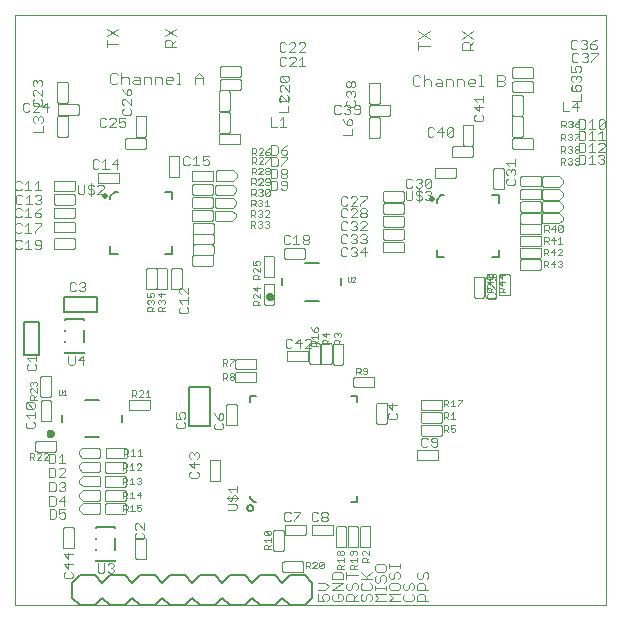
<source format=gto>
G75*
%MOIN*%
%OFA0B0*%
%FSLAX25Y25*%
%IPPOS*%
%LPD*%
%AMOC8*
5,1,8,0,0,1.08239X$1,22.5*
%
%ADD10C,0.00000*%
%ADD11C,0.00300*%
%ADD12C,0.00400*%
%ADD13C,0.00500*%
%ADD14C,0.00800*%
%ADD15C,0.02000*%
%ADD16C,0.00600*%
%ADD17C,0.00100*%
D10*
X0002386Y0002294D02*
X0002386Y0199144D01*
X0199236Y0199144D01*
X0199236Y0002294D01*
X0002386Y0002294D01*
D11*
X0018853Y0021235D02*
X0021353Y0021235D01*
X0021397Y0021237D01*
X0021440Y0021243D01*
X0021482Y0021252D01*
X0021524Y0021265D01*
X0021564Y0021282D01*
X0021603Y0021302D01*
X0021640Y0021325D01*
X0021674Y0021352D01*
X0021707Y0021381D01*
X0021736Y0021414D01*
X0021763Y0021448D01*
X0021786Y0021485D01*
X0021806Y0021524D01*
X0021823Y0021564D01*
X0021836Y0021606D01*
X0021845Y0021648D01*
X0021851Y0021691D01*
X0021853Y0021735D01*
X0021853Y0027735D01*
X0021851Y0027779D01*
X0021845Y0027822D01*
X0021836Y0027864D01*
X0021823Y0027906D01*
X0021806Y0027946D01*
X0021786Y0027985D01*
X0021763Y0028022D01*
X0021736Y0028056D01*
X0021707Y0028089D01*
X0021674Y0028118D01*
X0021640Y0028145D01*
X0021603Y0028168D01*
X0021564Y0028188D01*
X0021524Y0028205D01*
X0021482Y0028218D01*
X0021440Y0028227D01*
X0021397Y0028233D01*
X0021353Y0028235D01*
X0018853Y0028235D01*
X0018809Y0028233D01*
X0018766Y0028227D01*
X0018724Y0028218D01*
X0018682Y0028205D01*
X0018642Y0028188D01*
X0018603Y0028168D01*
X0018566Y0028145D01*
X0018532Y0028118D01*
X0018499Y0028089D01*
X0018470Y0028056D01*
X0018443Y0028022D01*
X0018420Y0027985D01*
X0018400Y0027946D01*
X0018383Y0027906D01*
X0018370Y0027864D01*
X0018361Y0027822D01*
X0018355Y0027779D01*
X0018353Y0027735D01*
X0018353Y0021735D01*
X0018355Y0021691D01*
X0018361Y0021648D01*
X0018370Y0021606D01*
X0018383Y0021564D01*
X0018400Y0021524D01*
X0018420Y0021485D01*
X0018443Y0021448D01*
X0018470Y0021414D01*
X0018499Y0021381D01*
X0018532Y0021352D01*
X0018566Y0021325D01*
X0018603Y0021302D01*
X0018642Y0021282D01*
X0018682Y0021265D01*
X0018724Y0021252D01*
X0018766Y0021243D01*
X0018809Y0021237D01*
X0018853Y0021235D01*
X0024821Y0032867D02*
X0023571Y0034117D01*
X0023571Y0035117D01*
X0024821Y0036367D01*
X0030071Y0036367D01*
X0030115Y0036365D01*
X0030158Y0036359D01*
X0030200Y0036350D01*
X0030242Y0036337D01*
X0030282Y0036320D01*
X0030321Y0036300D01*
X0030358Y0036277D01*
X0030392Y0036250D01*
X0030425Y0036221D01*
X0030454Y0036188D01*
X0030481Y0036154D01*
X0030504Y0036117D01*
X0030524Y0036078D01*
X0030541Y0036038D01*
X0030554Y0035996D01*
X0030563Y0035954D01*
X0030569Y0035911D01*
X0030571Y0035867D01*
X0030571Y0033367D01*
X0030569Y0033323D01*
X0030563Y0033280D01*
X0030554Y0033238D01*
X0030541Y0033196D01*
X0030524Y0033156D01*
X0030504Y0033117D01*
X0030481Y0033080D01*
X0030454Y0033046D01*
X0030425Y0033013D01*
X0030392Y0032984D01*
X0030358Y0032957D01*
X0030321Y0032934D01*
X0030282Y0032914D01*
X0030242Y0032897D01*
X0030200Y0032884D01*
X0030158Y0032875D01*
X0030115Y0032869D01*
X0030071Y0032867D01*
X0024821Y0032867D01*
X0024782Y0037198D02*
X0023532Y0038448D01*
X0023532Y0039448D01*
X0024782Y0040698D01*
X0030032Y0040698D01*
X0030076Y0040696D01*
X0030119Y0040690D01*
X0030161Y0040681D01*
X0030203Y0040668D01*
X0030243Y0040651D01*
X0030282Y0040631D01*
X0030319Y0040608D01*
X0030353Y0040581D01*
X0030386Y0040552D01*
X0030415Y0040519D01*
X0030442Y0040485D01*
X0030465Y0040448D01*
X0030485Y0040409D01*
X0030502Y0040369D01*
X0030515Y0040327D01*
X0030524Y0040285D01*
X0030530Y0040242D01*
X0030532Y0040198D01*
X0030532Y0037698D01*
X0030530Y0037654D01*
X0030524Y0037611D01*
X0030515Y0037569D01*
X0030502Y0037527D01*
X0030485Y0037487D01*
X0030465Y0037448D01*
X0030442Y0037411D01*
X0030415Y0037377D01*
X0030386Y0037344D01*
X0030353Y0037315D01*
X0030319Y0037288D01*
X0030282Y0037265D01*
X0030243Y0037245D01*
X0030203Y0037228D01*
X0030161Y0037215D01*
X0030119Y0037206D01*
X0030076Y0037200D01*
X0030032Y0037198D01*
X0024782Y0037198D01*
X0024742Y0041922D02*
X0023492Y0043172D01*
X0023492Y0044172D01*
X0024742Y0045422D01*
X0029992Y0045422D01*
X0030036Y0045420D01*
X0030079Y0045414D01*
X0030121Y0045405D01*
X0030163Y0045392D01*
X0030203Y0045375D01*
X0030242Y0045355D01*
X0030279Y0045332D01*
X0030313Y0045305D01*
X0030346Y0045276D01*
X0030375Y0045243D01*
X0030402Y0045209D01*
X0030425Y0045172D01*
X0030445Y0045133D01*
X0030462Y0045093D01*
X0030475Y0045051D01*
X0030484Y0045009D01*
X0030490Y0044966D01*
X0030492Y0044922D01*
X0030492Y0042422D01*
X0030490Y0042378D01*
X0030484Y0042335D01*
X0030475Y0042293D01*
X0030462Y0042251D01*
X0030445Y0042211D01*
X0030425Y0042172D01*
X0030402Y0042135D01*
X0030375Y0042101D01*
X0030346Y0042068D01*
X0030313Y0042039D01*
X0030279Y0042012D01*
X0030242Y0041989D01*
X0030203Y0041969D01*
X0030163Y0041952D01*
X0030121Y0041939D01*
X0030079Y0041930D01*
X0030036Y0041924D01*
X0029992Y0041922D01*
X0024742Y0041922D01*
X0024703Y0046646D02*
X0023453Y0047896D01*
X0023453Y0048896D01*
X0024703Y0050146D01*
X0029953Y0050146D01*
X0029997Y0050144D01*
X0030040Y0050138D01*
X0030082Y0050129D01*
X0030124Y0050116D01*
X0030164Y0050099D01*
X0030203Y0050079D01*
X0030240Y0050056D01*
X0030274Y0050029D01*
X0030307Y0050000D01*
X0030336Y0049967D01*
X0030363Y0049933D01*
X0030386Y0049896D01*
X0030406Y0049857D01*
X0030423Y0049817D01*
X0030436Y0049775D01*
X0030445Y0049733D01*
X0030451Y0049690D01*
X0030453Y0049646D01*
X0030453Y0047146D01*
X0030451Y0047102D01*
X0030445Y0047059D01*
X0030436Y0047017D01*
X0030423Y0046975D01*
X0030406Y0046935D01*
X0030386Y0046896D01*
X0030363Y0046859D01*
X0030336Y0046825D01*
X0030307Y0046792D01*
X0030274Y0046763D01*
X0030240Y0046736D01*
X0030203Y0046713D01*
X0030164Y0046693D01*
X0030124Y0046676D01*
X0030082Y0046663D01*
X0030040Y0046654D01*
X0029997Y0046648D01*
X0029953Y0046646D01*
X0024703Y0046646D01*
X0024664Y0051371D02*
X0023414Y0052621D01*
X0023414Y0053621D01*
X0024664Y0054871D01*
X0029914Y0054871D01*
X0029958Y0054869D01*
X0030001Y0054863D01*
X0030043Y0054854D01*
X0030085Y0054841D01*
X0030125Y0054824D01*
X0030164Y0054804D01*
X0030201Y0054781D01*
X0030235Y0054754D01*
X0030268Y0054725D01*
X0030297Y0054692D01*
X0030324Y0054658D01*
X0030347Y0054621D01*
X0030367Y0054582D01*
X0030384Y0054542D01*
X0030397Y0054500D01*
X0030406Y0054458D01*
X0030412Y0054415D01*
X0030414Y0054371D01*
X0030414Y0051871D01*
X0030412Y0051827D01*
X0030406Y0051784D01*
X0030397Y0051742D01*
X0030384Y0051700D01*
X0030367Y0051660D01*
X0030347Y0051621D01*
X0030324Y0051584D01*
X0030297Y0051550D01*
X0030268Y0051517D01*
X0030235Y0051488D01*
X0030201Y0051461D01*
X0030164Y0051438D01*
X0030125Y0051418D01*
X0030085Y0051401D01*
X0030043Y0051388D01*
X0030001Y0051379D01*
X0029958Y0051373D01*
X0029914Y0051371D01*
X0024664Y0051371D01*
X0032114Y0049528D02*
X0032114Y0047028D01*
X0032116Y0046984D01*
X0032122Y0046941D01*
X0032131Y0046899D01*
X0032144Y0046857D01*
X0032161Y0046817D01*
X0032181Y0046778D01*
X0032204Y0046741D01*
X0032231Y0046707D01*
X0032260Y0046674D01*
X0032293Y0046645D01*
X0032327Y0046618D01*
X0032364Y0046595D01*
X0032403Y0046575D01*
X0032443Y0046558D01*
X0032485Y0046545D01*
X0032527Y0046536D01*
X0032570Y0046530D01*
X0032614Y0046528D01*
X0038614Y0046528D01*
X0038658Y0046530D01*
X0038701Y0046536D01*
X0038743Y0046545D01*
X0038785Y0046558D01*
X0038825Y0046575D01*
X0038864Y0046595D01*
X0038901Y0046618D01*
X0038935Y0046645D01*
X0038968Y0046674D01*
X0038997Y0046707D01*
X0039024Y0046741D01*
X0039047Y0046778D01*
X0039067Y0046817D01*
X0039084Y0046857D01*
X0039097Y0046899D01*
X0039106Y0046941D01*
X0039112Y0046984D01*
X0039114Y0047028D01*
X0039114Y0049528D01*
X0039290Y0049567D02*
X0039657Y0049200D01*
X0039657Y0048466D01*
X0039290Y0048099D01*
X0038189Y0048099D01*
X0038189Y0047365D02*
X0038189Y0049567D01*
X0039290Y0049567D01*
X0039114Y0049528D02*
X0039112Y0049572D01*
X0039106Y0049615D01*
X0039097Y0049657D01*
X0039084Y0049699D01*
X0039067Y0049739D01*
X0039047Y0049778D01*
X0039024Y0049815D01*
X0038997Y0049849D01*
X0038968Y0049882D01*
X0038935Y0049911D01*
X0038901Y0049938D01*
X0038864Y0049961D01*
X0038825Y0049981D01*
X0038785Y0049998D01*
X0038743Y0050011D01*
X0038701Y0050020D01*
X0038658Y0050026D01*
X0038614Y0050028D01*
X0032614Y0050028D01*
X0032570Y0050026D01*
X0032527Y0050020D01*
X0032485Y0050011D01*
X0032443Y0049998D01*
X0032403Y0049981D01*
X0032364Y0049961D01*
X0032327Y0049938D01*
X0032293Y0049911D01*
X0032260Y0049882D01*
X0032231Y0049849D01*
X0032204Y0049815D01*
X0032181Y0049778D01*
X0032161Y0049739D01*
X0032144Y0049699D01*
X0032131Y0049657D01*
X0032122Y0049615D01*
X0032116Y0049572D01*
X0032114Y0049528D01*
X0032969Y0051253D02*
X0038969Y0051253D01*
X0039013Y0051255D01*
X0039056Y0051261D01*
X0039098Y0051270D01*
X0039140Y0051283D01*
X0039180Y0051300D01*
X0039219Y0051320D01*
X0039256Y0051343D01*
X0039290Y0051370D01*
X0039323Y0051399D01*
X0039352Y0051432D01*
X0039379Y0051466D01*
X0039402Y0051503D01*
X0039422Y0051542D01*
X0039439Y0051582D01*
X0039452Y0051624D01*
X0039461Y0051666D01*
X0039467Y0051709D01*
X0039469Y0051753D01*
X0039469Y0054253D01*
X0039645Y0054292D02*
X0040012Y0053925D01*
X0040012Y0053191D01*
X0039645Y0052824D01*
X0038544Y0052824D01*
X0039278Y0052824D02*
X0040012Y0052090D01*
X0040846Y0052090D02*
X0042313Y0052090D01*
X0041580Y0052090D02*
X0041580Y0054292D01*
X0040846Y0053558D01*
X0039645Y0054292D02*
X0038544Y0054292D01*
X0038544Y0052090D01*
X0041225Y0049567D02*
X0041225Y0047365D01*
X0040491Y0047365D02*
X0041959Y0047365D01*
X0042793Y0047365D02*
X0044261Y0048833D01*
X0044261Y0049200D01*
X0043894Y0049567D01*
X0043160Y0049567D01*
X0042793Y0049200D01*
X0041225Y0049567D02*
X0040491Y0048833D01*
X0039657Y0047365D02*
X0038923Y0048099D01*
X0038654Y0045304D02*
X0032654Y0045304D01*
X0032610Y0045302D01*
X0032567Y0045296D01*
X0032525Y0045287D01*
X0032483Y0045274D01*
X0032443Y0045257D01*
X0032404Y0045237D01*
X0032367Y0045214D01*
X0032333Y0045187D01*
X0032300Y0045158D01*
X0032271Y0045125D01*
X0032244Y0045091D01*
X0032221Y0045054D01*
X0032201Y0045015D01*
X0032184Y0044975D01*
X0032171Y0044933D01*
X0032162Y0044891D01*
X0032156Y0044848D01*
X0032154Y0044804D01*
X0032154Y0042304D01*
X0032156Y0042260D01*
X0032162Y0042217D01*
X0032171Y0042175D01*
X0032184Y0042133D01*
X0032201Y0042093D01*
X0032221Y0042054D01*
X0032244Y0042017D01*
X0032271Y0041983D01*
X0032300Y0041950D01*
X0032333Y0041921D01*
X0032367Y0041894D01*
X0032404Y0041871D01*
X0032443Y0041851D01*
X0032483Y0041834D01*
X0032525Y0041821D01*
X0032567Y0041812D01*
X0032610Y0041806D01*
X0032654Y0041804D01*
X0038654Y0041804D01*
X0038698Y0041806D01*
X0038741Y0041812D01*
X0038783Y0041821D01*
X0038825Y0041834D01*
X0038865Y0041851D01*
X0038904Y0041871D01*
X0038941Y0041894D01*
X0038975Y0041921D01*
X0039008Y0041950D01*
X0039037Y0041983D01*
X0039064Y0042017D01*
X0039087Y0042054D01*
X0039107Y0042093D01*
X0039124Y0042133D01*
X0039137Y0042175D01*
X0039146Y0042217D01*
X0039152Y0042260D01*
X0039154Y0042304D01*
X0039154Y0044804D01*
X0039330Y0044843D02*
X0039697Y0044476D01*
X0039697Y0043742D01*
X0039330Y0043375D01*
X0038229Y0043375D01*
X0038963Y0043375D02*
X0039697Y0042641D01*
X0040531Y0042641D02*
X0041998Y0042641D01*
X0041265Y0042641D02*
X0041265Y0044843D01*
X0040531Y0044109D01*
X0039330Y0044843D02*
X0038229Y0044843D01*
X0038229Y0042641D01*
X0038693Y0040580D02*
X0032693Y0040580D01*
X0032649Y0040578D01*
X0032606Y0040572D01*
X0032564Y0040563D01*
X0032522Y0040550D01*
X0032482Y0040533D01*
X0032443Y0040513D01*
X0032406Y0040490D01*
X0032372Y0040463D01*
X0032339Y0040434D01*
X0032310Y0040401D01*
X0032283Y0040367D01*
X0032260Y0040330D01*
X0032240Y0040291D01*
X0032223Y0040251D01*
X0032210Y0040209D01*
X0032201Y0040167D01*
X0032195Y0040124D01*
X0032193Y0040080D01*
X0032193Y0037580D01*
X0032195Y0037536D01*
X0032201Y0037493D01*
X0032210Y0037451D01*
X0032223Y0037409D01*
X0032240Y0037369D01*
X0032260Y0037330D01*
X0032283Y0037293D01*
X0032310Y0037259D01*
X0032339Y0037226D01*
X0032372Y0037197D01*
X0032406Y0037170D01*
X0032443Y0037147D01*
X0032482Y0037127D01*
X0032522Y0037110D01*
X0032564Y0037097D01*
X0032606Y0037088D01*
X0032649Y0037082D01*
X0032693Y0037080D01*
X0038693Y0037080D01*
X0038737Y0037082D01*
X0038780Y0037088D01*
X0038822Y0037097D01*
X0038864Y0037110D01*
X0038904Y0037127D01*
X0038943Y0037147D01*
X0038980Y0037170D01*
X0039014Y0037197D01*
X0039047Y0037226D01*
X0039076Y0037259D01*
X0039103Y0037293D01*
X0039126Y0037330D01*
X0039146Y0037369D01*
X0039163Y0037409D01*
X0039176Y0037451D01*
X0039185Y0037493D01*
X0039191Y0037536D01*
X0039193Y0037580D01*
X0039193Y0040080D01*
X0039369Y0040118D02*
X0039736Y0039751D01*
X0039736Y0039017D01*
X0039369Y0038650D01*
X0038268Y0038650D01*
X0038268Y0037917D02*
X0038268Y0040118D01*
X0039369Y0040118D01*
X0039193Y0040080D02*
X0039191Y0040124D01*
X0039185Y0040167D01*
X0039176Y0040209D01*
X0039163Y0040251D01*
X0039146Y0040291D01*
X0039126Y0040330D01*
X0039103Y0040367D01*
X0039076Y0040401D01*
X0039047Y0040434D01*
X0039014Y0040463D01*
X0038980Y0040490D01*
X0038943Y0040513D01*
X0038904Y0040533D01*
X0038864Y0040550D01*
X0038822Y0040563D01*
X0038780Y0040572D01*
X0038737Y0040578D01*
X0038693Y0040580D01*
X0039002Y0038650D02*
X0039736Y0037917D01*
X0040570Y0037917D02*
X0042038Y0037917D01*
X0041304Y0037917D02*
X0041304Y0040118D01*
X0040570Y0039384D01*
X0042872Y0039017D02*
X0044340Y0039017D01*
X0043973Y0037917D02*
X0043973Y0040118D01*
X0042872Y0039017D01*
X0042911Y0035788D02*
X0042911Y0034687D01*
X0043645Y0035054D01*
X0044012Y0035054D01*
X0044379Y0034687D01*
X0044379Y0033953D01*
X0044012Y0033586D01*
X0043278Y0033586D01*
X0042911Y0033953D01*
X0042077Y0033586D02*
X0040609Y0033586D01*
X0041343Y0033586D02*
X0041343Y0035788D01*
X0040609Y0035054D01*
X0039775Y0035421D02*
X0039775Y0034687D01*
X0039408Y0034320D01*
X0038307Y0034320D01*
X0038307Y0033586D02*
X0038307Y0035788D01*
X0039408Y0035788D01*
X0039775Y0035421D01*
X0039233Y0035749D02*
X0039233Y0033249D01*
X0039231Y0033205D01*
X0039225Y0033162D01*
X0039216Y0033120D01*
X0039203Y0033078D01*
X0039186Y0033038D01*
X0039166Y0032999D01*
X0039143Y0032962D01*
X0039116Y0032928D01*
X0039087Y0032895D01*
X0039054Y0032866D01*
X0039020Y0032839D01*
X0038983Y0032816D01*
X0038944Y0032796D01*
X0038904Y0032779D01*
X0038862Y0032766D01*
X0038820Y0032757D01*
X0038777Y0032751D01*
X0038733Y0032749D01*
X0032733Y0032749D01*
X0032689Y0032751D01*
X0032646Y0032757D01*
X0032604Y0032766D01*
X0032562Y0032779D01*
X0032522Y0032796D01*
X0032483Y0032816D01*
X0032446Y0032839D01*
X0032412Y0032866D01*
X0032379Y0032895D01*
X0032350Y0032928D01*
X0032323Y0032962D01*
X0032300Y0032999D01*
X0032280Y0033038D01*
X0032263Y0033078D01*
X0032250Y0033120D01*
X0032241Y0033162D01*
X0032235Y0033205D01*
X0032233Y0033249D01*
X0032233Y0035749D01*
X0032235Y0035793D01*
X0032241Y0035836D01*
X0032250Y0035878D01*
X0032263Y0035920D01*
X0032280Y0035960D01*
X0032300Y0035999D01*
X0032323Y0036036D01*
X0032350Y0036070D01*
X0032379Y0036103D01*
X0032412Y0036132D01*
X0032446Y0036159D01*
X0032483Y0036182D01*
X0032522Y0036202D01*
X0032562Y0036219D01*
X0032604Y0036232D01*
X0032646Y0036241D01*
X0032689Y0036247D01*
X0032733Y0036249D01*
X0038733Y0036249D01*
X0038777Y0036247D01*
X0038820Y0036241D01*
X0038862Y0036232D01*
X0038904Y0036219D01*
X0038944Y0036202D01*
X0038983Y0036182D01*
X0039020Y0036159D01*
X0039054Y0036132D01*
X0039087Y0036103D01*
X0039116Y0036070D01*
X0039143Y0036036D01*
X0039166Y0035999D01*
X0039186Y0035960D01*
X0039203Y0035920D01*
X0039216Y0035878D01*
X0039225Y0035836D01*
X0039231Y0035793D01*
X0039233Y0035749D01*
X0039041Y0034320D02*
X0039775Y0033586D01*
X0042911Y0035788D02*
X0044379Y0035788D01*
X0043933Y0042641D02*
X0043200Y0042641D01*
X0042833Y0043008D01*
X0043566Y0043742D02*
X0043933Y0043742D01*
X0044300Y0043375D01*
X0044300Y0043008D01*
X0043933Y0042641D01*
X0043933Y0043742D02*
X0044300Y0044109D01*
X0044300Y0044476D01*
X0043933Y0044843D01*
X0043200Y0044843D01*
X0042833Y0044476D01*
X0042793Y0047365D02*
X0044261Y0047365D01*
X0044615Y0052090D02*
X0043148Y0052090D01*
X0043881Y0052090D02*
X0043881Y0054292D01*
X0043148Y0053558D01*
X0039469Y0054253D02*
X0039467Y0054297D01*
X0039461Y0054340D01*
X0039452Y0054382D01*
X0039439Y0054424D01*
X0039422Y0054464D01*
X0039402Y0054503D01*
X0039379Y0054540D01*
X0039352Y0054574D01*
X0039323Y0054607D01*
X0039290Y0054636D01*
X0039256Y0054663D01*
X0039219Y0054686D01*
X0039180Y0054706D01*
X0039140Y0054723D01*
X0039098Y0054736D01*
X0039056Y0054745D01*
X0039013Y0054751D01*
X0038969Y0054753D01*
X0032969Y0054753D01*
X0032925Y0054751D01*
X0032882Y0054745D01*
X0032840Y0054736D01*
X0032798Y0054723D01*
X0032758Y0054706D01*
X0032719Y0054686D01*
X0032682Y0054663D01*
X0032648Y0054636D01*
X0032615Y0054607D01*
X0032586Y0054574D01*
X0032559Y0054540D01*
X0032536Y0054503D01*
X0032516Y0054464D01*
X0032499Y0054424D01*
X0032486Y0054382D01*
X0032477Y0054340D01*
X0032471Y0054297D01*
X0032469Y0054253D01*
X0032469Y0051753D01*
X0032471Y0051709D01*
X0032477Y0051666D01*
X0032486Y0051624D01*
X0032499Y0051582D01*
X0032516Y0051542D01*
X0032536Y0051503D01*
X0032559Y0051466D01*
X0032586Y0051432D01*
X0032615Y0051399D01*
X0032648Y0051370D01*
X0032682Y0051343D01*
X0032719Y0051320D01*
X0032758Y0051300D01*
X0032798Y0051283D01*
X0032840Y0051270D01*
X0032882Y0051261D01*
X0032925Y0051255D01*
X0032969Y0051253D01*
X0038654Y0045304D02*
X0038698Y0045302D01*
X0038741Y0045296D01*
X0038783Y0045287D01*
X0038825Y0045274D01*
X0038865Y0045257D01*
X0038904Y0045237D01*
X0038941Y0045214D01*
X0038975Y0045187D01*
X0039008Y0045158D01*
X0039037Y0045125D01*
X0039064Y0045091D01*
X0039087Y0045054D01*
X0039107Y0045015D01*
X0039124Y0044975D01*
X0039137Y0044933D01*
X0039146Y0044891D01*
X0039152Y0044848D01*
X0039154Y0044804D01*
X0042868Y0024692D02*
X0045368Y0024692D01*
X0045412Y0024690D01*
X0045455Y0024684D01*
X0045497Y0024675D01*
X0045539Y0024662D01*
X0045579Y0024645D01*
X0045618Y0024625D01*
X0045655Y0024602D01*
X0045689Y0024575D01*
X0045722Y0024546D01*
X0045751Y0024513D01*
X0045778Y0024479D01*
X0045801Y0024442D01*
X0045821Y0024403D01*
X0045838Y0024363D01*
X0045851Y0024321D01*
X0045860Y0024279D01*
X0045866Y0024236D01*
X0045868Y0024192D01*
X0045868Y0018192D01*
X0045866Y0018148D01*
X0045860Y0018105D01*
X0045851Y0018063D01*
X0045838Y0018021D01*
X0045821Y0017981D01*
X0045801Y0017942D01*
X0045778Y0017905D01*
X0045751Y0017871D01*
X0045722Y0017838D01*
X0045689Y0017809D01*
X0045655Y0017782D01*
X0045618Y0017759D01*
X0045579Y0017739D01*
X0045539Y0017722D01*
X0045497Y0017709D01*
X0045455Y0017700D01*
X0045412Y0017694D01*
X0045368Y0017692D01*
X0042868Y0017692D01*
X0042824Y0017694D01*
X0042781Y0017700D01*
X0042739Y0017709D01*
X0042697Y0017722D01*
X0042657Y0017739D01*
X0042618Y0017759D01*
X0042581Y0017782D01*
X0042547Y0017809D01*
X0042514Y0017838D01*
X0042485Y0017871D01*
X0042458Y0017905D01*
X0042435Y0017942D01*
X0042415Y0017981D01*
X0042398Y0018021D01*
X0042385Y0018063D01*
X0042376Y0018105D01*
X0042370Y0018148D01*
X0042368Y0018192D01*
X0042368Y0024192D01*
X0042370Y0024236D01*
X0042376Y0024279D01*
X0042385Y0024321D01*
X0042398Y0024363D01*
X0042415Y0024403D01*
X0042435Y0024442D01*
X0042458Y0024479D01*
X0042485Y0024513D01*
X0042514Y0024546D01*
X0042547Y0024575D01*
X0042581Y0024602D01*
X0042618Y0024625D01*
X0042657Y0024645D01*
X0042697Y0024662D01*
X0042739Y0024675D01*
X0042781Y0024684D01*
X0042824Y0024690D01*
X0042868Y0024692D01*
X0067172Y0044176D02*
X0067172Y0050176D01*
X0067174Y0050220D01*
X0067180Y0050263D01*
X0067189Y0050305D01*
X0067202Y0050347D01*
X0067219Y0050387D01*
X0067239Y0050426D01*
X0067262Y0050463D01*
X0067289Y0050497D01*
X0067318Y0050530D01*
X0067351Y0050559D01*
X0067385Y0050586D01*
X0067422Y0050609D01*
X0067461Y0050629D01*
X0067501Y0050646D01*
X0067543Y0050659D01*
X0067585Y0050668D01*
X0067628Y0050674D01*
X0067672Y0050676D01*
X0070172Y0050676D01*
X0070216Y0050674D01*
X0070259Y0050668D01*
X0070301Y0050659D01*
X0070343Y0050646D01*
X0070383Y0050629D01*
X0070422Y0050609D01*
X0070459Y0050586D01*
X0070493Y0050559D01*
X0070526Y0050530D01*
X0070555Y0050497D01*
X0070582Y0050463D01*
X0070605Y0050426D01*
X0070625Y0050387D01*
X0070642Y0050347D01*
X0070655Y0050305D01*
X0070664Y0050263D01*
X0070670Y0050220D01*
X0070672Y0050176D01*
X0070672Y0044176D01*
X0070670Y0044132D01*
X0070664Y0044089D01*
X0070655Y0044047D01*
X0070642Y0044005D01*
X0070625Y0043965D01*
X0070605Y0043926D01*
X0070582Y0043889D01*
X0070555Y0043855D01*
X0070526Y0043822D01*
X0070493Y0043793D01*
X0070459Y0043766D01*
X0070422Y0043743D01*
X0070383Y0043723D01*
X0070343Y0043706D01*
X0070301Y0043693D01*
X0070259Y0043684D01*
X0070216Y0043678D01*
X0070172Y0043676D01*
X0067672Y0043676D01*
X0067628Y0043678D01*
X0067585Y0043684D01*
X0067543Y0043693D01*
X0067501Y0043706D01*
X0067461Y0043723D01*
X0067422Y0043743D01*
X0067385Y0043766D01*
X0067351Y0043793D01*
X0067318Y0043822D01*
X0067289Y0043855D01*
X0067262Y0043889D01*
X0067239Y0043926D01*
X0067219Y0043965D01*
X0067202Y0044005D01*
X0067189Y0044047D01*
X0067180Y0044089D01*
X0067174Y0044132D01*
X0067172Y0044176D01*
X0073271Y0040998D02*
X0074238Y0040030D01*
X0073754Y0039019D02*
X0073271Y0038535D01*
X0073271Y0037567D01*
X0073754Y0037084D01*
X0074238Y0037084D01*
X0074722Y0037567D01*
X0074722Y0038535D01*
X0075206Y0039019D01*
X0075689Y0039019D01*
X0076173Y0038535D01*
X0076173Y0037567D01*
X0075689Y0037084D01*
X0075689Y0036072D02*
X0073271Y0036072D01*
X0073271Y0034137D02*
X0075689Y0034137D01*
X0076173Y0034621D01*
X0076173Y0035588D01*
X0075689Y0036072D01*
X0076657Y0038051D02*
X0072787Y0038051D01*
X0076173Y0040030D02*
X0076173Y0041965D01*
X0076173Y0040998D02*
X0073271Y0040998D01*
X0085618Y0027059D02*
X0087086Y0025591D01*
X0087453Y0025958D01*
X0087453Y0026692D01*
X0087086Y0027059D01*
X0085618Y0027059D01*
X0085251Y0026692D01*
X0085251Y0025958D01*
X0085618Y0025591D01*
X0087086Y0025591D01*
X0087453Y0024757D02*
X0087453Y0023289D01*
X0087453Y0024023D02*
X0085251Y0024023D01*
X0085985Y0023289D01*
X0086352Y0022455D02*
X0086719Y0022088D01*
X0086719Y0020987D01*
X0087453Y0020987D02*
X0085251Y0020987D01*
X0085251Y0022088D01*
X0085618Y0022455D01*
X0086352Y0022455D01*
X0086719Y0021721D02*
X0087453Y0022455D01*
X0088353Y0020869D02*
X0088353Y0026869D01*
X0088355Y0026913D01*
X0088361Y0026956D01*
X0088370Y0026998D01*
X0088383Y0027040D01*
X0088400Y0027080D01*
X0088420Y0027119D01*
X0088443Y0027156D01*
X0088470Y0027190D01*
X0088499Y0027223D01*
X0088532Y0027252D01*
X0088566Y0027279D01*
X0088603Y0027302D01*
X0088642Y0027322D01*
X0088682Y0027339D01*
X0088724Y0027352D01*
X0088766Y0027361D01*
X0088809Y0027367D01*
X0088853Y0027369D01*
X0091353Y0027369D01*
X0091397Y0027367D01*
X0091440Y0027361D01*
X0091482Y0027352D01*
X0091524Y0027339D01*
X0091564Y0027322D01*
X0091603Y0027302D01*
X0091640Y0027279D01*
X0091674Y0027252D01*
X0091707Y0027223D01*
X0091736Y0027190D01*
X0091763Y0027156D01*
X0091786Y0027119D01*
X0091806Y0027080D01*
X0091823Y0027040D01*
X0091836Y0026998D01*
X0091845Y0026956D01*
X0091851Y0026913D01*
X0091853Y0026869D01*
X0091853Y0020869D01*
X0091851Y0020825D01*
X0091845Y0020782D01*
X0091836Y0020740D01*
X0091823Y0020698D01*
X0091806Y0020658D01*
X0091786Y0020619D01*
X0091763Y0020582D01*
X0091736Y0020548D01*
X0091707Y0020515D01*
X0091674Y0020486D01*
X0091640Y0020459D01*
X0091603Y0020436D01*
X0091564Y0020416D01*
X0091524Y0020399D01*
X0091482Y0020386D01*
X0091440Y0020377D01*
X0091397Y0020371D01*
X0091353Y0020369D01*
X0088853Y0020369D01*
X0088809Y0020371D01*
X0088766Y0020377D01*
X0088724Y0020386D01*
X0088682Y0020399D01*
X0088642Y0020416D01*
X0088603Y0020436D01*
X0088566Y0020459D01*
X0088532Y0020486D01*
X0088499Y0020515D01*
X0088470Y0020548D01*
X0088443Y0020582D01*
X0088420Y0020619D01*
X0088400Y0020658D01*
X0088383Y0020698D01*
X0088370Y0020740D01*
X0088361Y0020782D01*
X0088355Y0020825D01*
X0088353Y0020869D01*
X0091866Y0016879D02*
X0097866Y0016879D01*
X0097910Y0016877D01*
X0097953Y0016871D01*
X0097995Y0016862D01*
X0098037Y0016849D01*
X0098077Y0016832D01*
X0098116Y0016812D01*
X0098153Y0016789D01*
X0098187Y0016762D01*
X0098220Y0016733D01*
X0098249Y0016700D01*
X0098276Y0016666D01*
X0098299Y0016629D01*
X0098319Y0016590D01*
X0098336Y0016550D01*
X0098349Y0016508D01*
X0098358Y0016466D01*
X0098364Y0016423D01*
X0098366Y0016379D01*
X0098366Y0013879D01*
X0098364Y0013835D01*
X0098358Y0013792D01*
X0098349Y0013750D01*
X0098336Y0013708D01*
X0098319Y0013668D01*
X0098299Y0013629D01*
X0098276Y0013592D01*
X0098249Y0013558D01*
X0098220Y0013525D01*
X0098187Y0013496D01*
X0098153Y0013469D01*
X0098116Y0013446D01*
X0098077Y0013426D01*
X0098037Y0013409D01*
X0097995Y0013396D01*
X0097953Y0013387D01*
X0097910Y0013381D01*
X0097866Y0013379D01*
X0091866Y0013379D01*
X0091822Y0013381D01*
X0091779Y0013387D01*
X0091737Y0013396D01*
X0091695Y0013409D01*
X0091655Y0013426D01*
X0091616Y0013446D01*
X0091579Y0013469D01*
X0091545Y0013496D01*
X0091512Y0013525D01*
X0091483Y0013558D01*
X0091456Y0013592D01*
X0091433Y0013629D01*
X0091413Y0013668D01*
X0091396Y0013708D01*
X0091383Y0013750D01*
X0091374Y0013792D01*
X0091368Y0013835D01*
X0091366Y0013879D01*
X0091366Y0016379D01*
X0091368Y0016423D01*
X0091374Y0016466D01*
X0091383Y0016508D01*
X0091396Y0016550D01*
X0091413Y0016590D01*
X0091433Y0016629D01*
X0091456Y0016666D01*
X0091483Y0016700D01*
X0091512Y0016733D01*
X0091545Y0016762D01*
X0091579Y0016789D01*
X0091616Y0016812D01*
X0091655Y0016832D01*
X0091695Y0016849D01*
X0091737Y0016862D01*
X0091779Y0016871D01*
X0091822Y0016877D01*
X0091866Y0016879D01*
X0099072Y0016831D02*
X0099072Y0014629D01*
X0099072Y0015363D02*
X0100172Y0015363D01*
X0100539Y0015730D01*
X0100539Y0016464D01*
X0100172Y0016831D01*
X0099072Y0016831D01*
X0099805Y0015363D02*
X0100539Y0014629D01*
X0101373Y0014629D02*
X0102841Y0016097D01*
X0102841Y0016464D01*
X0102474Y0016831D01*
X0101740Y0016831D01*
X0101373Y0016464D01*
X0101373Y0014629D02*
X0102841Y0014629D01*
X0103675Y0014996D02*
X0103675Y0016464D01*
X0104042Y0016831D01*
X0104776Y0016831D01*
X0105143Y0016464D01*
X0103675Y0014996D01*
X0104042Y0014629D01*
X0104776Y0014629D01*
X0105143Y0014996D01*
X0105143Y0016464D01*
X0109601Y0017314D02*
X0111803Y0017314D01*
X0111803Y0016580D02*
X0111803Y0018048D01*
X0111436Y0018882D02*
X0111069Y0018882D01*
X0110702Y0019249D01*
X0110702Y0019983D01*
X0111069Y0020350D01*
X0111436Y0020350D01*
X0111803Y0019983D01*
X0111803Y0019249D01*
X0111436Y0018882D01*
X0110702Y0019249D02*
X0110335Y0018882D01*
X0109968Y0018882D01*
X0109601Y0019249D01*
X0109601Y0019983D01*
X0109968Y0020350D01*
X0110335Y0020350D01*
X0110702Y0019983D01*
X0109640Y0021589D02*
X0112140Y0021589D01*
X0112184Y0021591D01*
X0112227Y0021597D01*
X0112269Y0021606D01*
X0112311Y0021619D01*
X0112351Y0021636D01*
X0112390Y0021656D01*
X0112427Y0021679D01*
X0112461Y0021706D01*
X0112494Y0021735D01*
X0112523Y0021768D01*
X0112550Y0021802D01*
X0112573Y0021839D01*
X0112593Y0021878D01*
X0112610Y0021918D01*
X0112623Y0021960D01*
X0112632Y0022002D01*
X0112638Y0022045D01*
X0112640Y0022089D01*
X0112640Y0028089D01*
X0113077Y0028129D02*
X0113077Y0022129D01*
X0113079Y0022085D01*
X0113085Y0022042D01*
X0113094Y0022000D01*
X0113107Y0021958D01*
X0113124Y0021918D01*
X0113144Y0021879D01*
X0113167Y0021842D01*
X0113194Y0021808D01*
X0113223Y0021775D01*
X0113256Y0021746D01*
X0113290Y0021719D01*
X0113327Y0021696D01*
X0113366Y0021676D01*
X0113406Y0021659D01*
X0113448Y0021646D01*
X0113490Y0021637D01*
X0113533Y0021631D01*
X0113577Y0021629D01*
X0116077Y0021629D01*
X0116121Y0021631D01*
X0116164Y0021637D01*
X0116206Y0021646D01*
X0116248Y0021659D01*
X0116288Y0021676D01*
X0116327Y0021696D01*
X0116364Y0021719D01*
X0116398Y0021746D01*
X0116431Y0021775D01*
X0116460Y0021808D01*
X0116487Y0021842D01*
X0116510Y0021879D01*
X0116530Y0021918D01*
X0116547Y0021958D01*
X0116560Y0022000D01*
X0116569Y0022042D01*
X0116575Y0022085D01*
X0116577Y0022129D01*
X0116577Y0028129D01*
X0116575Y0028173D01*
X0116569Y0028216D01*
X0116560Y0028258D01*
X0116547Y0028300D01*
X0116530Y0028340D01*
X0116510Y0028379D01*
X0116487Y0028416D01*
X0116460Y0028450D01*
X0116431Y0028483D01*
X0116398Y0028512D01*
X0116364Y0028539D01*
X0116327Y0028562D01*
X0116288Y0028582D01*
X0116248Y0028599D01*
X0116206Y0028612D01*
X0116164Y0028621D01*
X0116121Y0028627D01*
X0116077Y0028629D01*
X0113577Y0028629D01*
X0113533Y0028627D01*
X0113490Y0028621D01*
X0113448Y0028612D01*
X0113406Y0028599D01*
X0113366Y0028582D01*
X0113327Y0028562D01*
X0113290Y0028539D01*
X0113256Y0028512D01*
X0113223Y0028483D01*
X0113194Y0028450D01*
X0113167Y0028416D01*
X0113144Y0028379D01*
X0113124Y0028340D01*
X0113107Y0028300D01*
X0113094Y0028258D01*
X0113085Y0028216D01*
X0113079Y0028173D01*
X0113077Y0028129D01*
X0112640Y0028089D02*
X0112638Y0028133D01*
X0112632Y0028176D01*
X0112623Y0028218D01*
X0112610Y0028260D01*
X0112593Y0028300D01*
X0112573Y0028339D01*
X0112550Y0028376D01*
X0112523Y0028410D01*
X0112494Y0028443D01*
X0112461Y0028472D01*
X0112427Y0028499D01*
X0112390Y0028522D01*
X0112351Y0028542D01*
X0112311Y0028559D01*
X0112269Y0028572D01*
X0112227Y0028581D01*
X0112184Y0028587D01*
X0112140Y0028589D01*
X0109640Y0028589D01*
X0109596Y0028587D01*
X0109553Y0028581D01*
X0109511Y0028572D01*
X0109469Y0028559D01*
X0109429Y0028542D01*
X0109390Y0028522D01*
X0109353Y0028499D01*
X0109319Y0028472D01*
X0109286Y0028443D01*
X0109257Y0028410D01*
X0109230Y0028376D01*
X0109207Y0028339D01*
X0109187Y0028300D01*
X0109170Y0028260D01*
X0109157Y0028218D01*
X0109148Y0028176D01*
X0109142Y0028133D01*
X0109140Y0028089D01*
X0109140Y0022089D01*
X0109142Y0022045D01*
X0109148Y0022002D01*
X0109157Y0021960D01*
X0109170Y0021918D01*
X0109187Y0021878D01*
X0109207Y0021839D01*
X0109230Y0021802D01*
X0109257Y0021768D01*
X0109286Y0021735D01*
X0109319Y0021706D01*
X0109353Y0021679D01*
X0109390Y0021656D01*
X0109429Y0021636D01*
X0109469Y0021619D01*
X0109511Y0021606D01*
X0109553Y0021597D01*
X0109596Y0021591D01*
X0109640Y0021589D01*
X0109601Y0017314D02*
X0110335Y0016580D01*
X0109968Y0015746D02*
X0110702Y0015746D01*
X0111069Y0015379D01*
X0111069Y0014278D01*
X0111803Y0014278D02*
X0109601Y0014278D01*
X0109601Y0015379D01*
X0109968Y0015746D01*
X0111069Y0015012D02*
X0111803Y0015746D01*
X0113932Y0015419D02*
X0114299Y0015786D01*
X0115033Y0015786D01*
X0115400Y0015419D01*
X0115400Y0014318D01*
X0115400Y0015052D02*
X0116134Y0015786D01*
X0116134Y0016620D02*
X0116134Y0018088D01*
X0116134Y0017354D02*
X0113932Y0017354D01*
X0114666Y0016620D01*
X0113932Y0015419D02*
X0113932Y0014318D01*
X0116134Y0014318D01*
X0117431Y0013460D02*
X0119899Y0010991D01*
X0119282Y0011609D02*
X0121134Y0013460D01*
X0122155Y0014064D02*
X0122772Y0013447D01*
X0125241Y0013447D01*
X0125858Y0014064D01*
X0125858Y0015298D01*
X0125241Y0015916D01*
X0122772Y0015916D01*
X0122155Y0015298D01*
X0122155Y0014064D01*
X0122772Y0012233D02*
X0122155Y0011615D01*
X0122155Y0010381D01*
X0122772Y0009764D01*
X0123389Y0009764D01*
X0124007Y0010381D01*
X0124007Y0011615D01*
X0124624Y0012233D01*
X0125241Y0012233D01*
X0125858Y0011615D01*
X0125858Y0010381D01*
X0125241Y0009764D01*
X0125858Y0008543D02*
X0125858Y0007308D01*
X0125858Y0007926D02*
X0122155Y0007926D01*
X0122155Y0008543D02*
X0122155Y0007308D01*
X0121134Y0007926D02*
X0121134Y0009160D01*
X0120517Y0009777D01*
X0121134Y0010991D02*
X0117431Y0010991D01*
X0118048Y0009777D02*
X0117431Y0009160D01*
X0117431Y0007926D01*
X0118048Y0007308D01*
X0120517Y0007308D01*
X0121134Y0007926D01*
X0120517Y0006094D02*
X0121134Y0005477D01*
X0121134Y0004242D01*
X0120517Y0003625D01*
X0119282Y0004242D02*
X0119282Y0005477D01*
X0119899Y0006094D01*
X0120517Y0006094D01*
X0122155Y0006094D02*
X0125858Y0006094D01*
X0126879Y0006094D02*
X0130583Y0006094D01*
X0131604Y0005477D02*
X0131604Y0004242D01*
X0132221Y0003625D01*
X0134690Y0003625D01*
X0135307Y0004242D01*
X0135307Y0005477D01*
X0134690Y0006094D01*
X0134690Y0007308D02*
X0135307Y0007926D01*
X0135307Y0009160D01*
X0134690Y0009777D01*
X0134073Y0009777D01*
X0133455Y0009160D01*
X0133455Y0007926D01*
X0132838Y0007308D01*
X0132221Y0007308D01*
X0131604Y0007926D01*
X0131604Y0009160D01*
X0132221Y0009777D01*
X0130583Y0009160D02*
X0130583Y0007926D01*
X0129965Y0007308D01*
X0127497Y0007308D01*
X0126879Y0007926D01*
X0126879Y0009160D01*
X0127497Y0009777D01*
X0129965Y0009777D01*
X0130583Y0009160D01*
X0129965Y0010991D02*
X0130583Y0011609D01*
X0130583Y0012843D01*
X0129965Y0013460D01*
X0129348Y0013460D01*
X0128731Y0012843D01*
X0128731Y0011609D01*
X0128114Y0010991D01*
X0127497Y0010991D01*
X0126879Y0011609D01*
X0126879Y0012843D01*
X0127497Y0013460D01*
X0126879Y0014675D02*
X0126879Y0015909D01*
X0126879Y0015292D02*
X0130583Y0015292D01*
X0130583Y0014675D02*
X0130583Y0015909D01*
X0136328Y0012843D02*
X0136328Y0011609D01*
X0136945Y0010991D01*
X0137563Y0010991D01*
X0138180Y0011609D01*
X0138180Y0012843D01*
X0138797Y0013460D01*
X0139414Y0013460D01*
X0140031Y0012843D01*
X0140031Y0011609D01*
X0139414Y0010991D01*
X0138180Y0009777D02*
X0138797Y0009160D01*
X0138797Y0007308D01*
X0140031Y0007308D02*
X0136328Y0007308D01*
X0136328Y0009160D01*
X0136945Y0009777D01*
X0138180Y0009777D01*
X0138180Y0006094D02*
X0136945Y0006094D01*
X0136328Y0005477D01*
X0136328Y0003625D01*
X0140031Y0003625D01*
X0138797Y0003625D02*
X0138797Y0005477D01*
X0138180Y0006094D01*
X0132221Y0006094D02*
X0131604Y0005477D01*
X0130583Y0003625D02*
X0126879Y0003625D01*
X0128114Y0004860D01*
X0126879Y0006094D01*
X0123389Y0004860D02*
X0122155Y0006094D01*
X0123389Y0004860D02*
X0122155Y0003625D01*
X0125858Y0003625D01*
X0119282Y0004242D02*
X0118665Y0003625D01*
X0118048Y0003625D01*
X0117431Y0004242D01*
X0117431Y0005477D01*
X0118048Y0006094D01*
X0116409Y0006094D02*
X0115175Y0004860D01*
X0115175Y0005477D02*
X0115175Y0003625D01*
X0116409Y0003625D02*
X0112706Y0003625D01*
X0112706Y0005477D01*
X0113323Y0006094D01*
X0114558Y0006094D01*
X0115175Y0005477D01*
X0115792Y0007308D02*
X0116409Y0007926D01*
X0116409Y0009160D01*
X0115792Y0009777D01*
X0115175Y0009777D01*
X0114558Y0009160D01*
X0114558Y0007926D01*
X0113941Y0007308D01*
X0113323Y0007308D01*
X0112706Y0007926D01*
X0112706Y0009160D01*
X0113323Y0009777D01*
X0112706Y0010991D02*
X0112706Y0013460D01*
X0111685Y0012843D02*
X0111068Y0013460D01*
X0108599Y0013460D01*
X0107982Y0012843D01*
X0107982Y0010991D01*
X0111685Y0010991D01*
X0111685Y0012843D01*
X0112706Y0012226D02*
X0116409Y0012226D01*
X0118026Y0016620D02*
X0118026Y0017721D01*
X0118393Y0018088D01*
X0119127Y0018088D01*
X0119494Y0017721D01*
X0119494Y0016620D01*
X0119494Y0017354D02*
X0120228Y0018088D01*
X0120228Y0018922D02*
X0118760Y0020390D01*
X0118393Y0020390D01*
X0118026Y0020023D01*
X0118026Y0019289D01*
X0118393Y0018922D01*
X0120228Y0018922D02*
X0120228Y0020390D01*
X0120172Y0021629D02*
X0117672Y0021629D01*
X0117628Y0021631D01*
X0117585Y0021637D01*
X0117543Y0021646D01*
X0117501Y0021659D01*
X0117461Y0021676D01*
X0117422Y0021696D01*
X0117385Y0021719D01*
X0117351Y0021746D01*
X0117318Y0021775D01*
X0117289Y0021808D01*
X0117262Y0021842D01*
X0117239Y0021879D01*
X0117219Y0021918D01*
X0117202Y0021958D01*
X0117189Y0022000D01*
X0117180Y0022042D01*
X0117174Y0022085D01*
X0117172Y0022129D01*
X0117172Y0028129D01*
X0117174Y0028173D01*
X0117180Y0028216D01*
X0117189Y0028258D01*
X0117202Y0028300D01*
X0117219Y0028340D01*
X0117239Y0028379D01*
X0117262Y0028416D01*
X0117289Y0028450D01*
X0117318Y0028483D01*
X0117351Y0028512D01*
X0117385Y0028539D01*
X0117422Y0028562D01*
X0117461Y0028582D01*
X0117501Y0028599D01*
X0117543Y0028612D01*
X0117585Y0028621D01*
X0117628Y0028627D01*
X0117672Y0028629D01*
X0120172Y0028629D01*
X0120216Y0028627D01*
X0120259Y0028621D01*
X0120301Y0028612D01*
X0120343Y0028599D01*
X0120383Y0028582D01*
X0120422Y0028562D01*
X0120459Y0028539D01*
X0120493Y0028512D01*
X0120526Y0028483D01*
X0120555Y0028450D01*
X0120582Y0028416D01*
X0120605Y0028379D01*
X0120625Y0028340D01*
X0120642Y0028300D01*
X0120655Y0028258D01*
X0120664Y0028216D01*
X0120670Y0028173D01*
X0120672Y0028129D01*
X0120672Y0022129D01*
X0120670Y0022085D01*
X0120664Y0022042D01*
X0120655Y0022000D01*
X0120642Y0021958D01*
X0120625Y0021918D01*
X0120605Y0021879D01*
X0120582Y0021842D01*
X0120555Y0021808D01*
X0120526Y0021775D01*
X0120493Y0021746D01*
X0120459Y0021719D01*
X0120422Y0021696D01*
X0120383Y0021676D01*
X0120343Y0021659D01*
X0120301Y0021646D01*
X0120259Y0021637D01*
X0120216Y0021631D01*
X0120172Y0021629D01*
X0116134Y0020023D02*
X0115767Y0020390D01*
X0114299Y0020390D01*
X0113932Y0020023D01*
X0113932Y0019289D01*
X0114299Y0018922D01*
X0114666Y0018922D01*
X0115033Y0019289D01*
X0115033Y0020390D01*
X0116134Y0020023D02*
X0116134Y0019289D01*
X0115767Y0018922D01*
X0118026Y0016620D02*
X0120228Y0016620D01*
X0111685Y0009777D02*
X0107982Y0009777D01*
X0106961Y0008543D02*
X0105726Y0007308D01*
X0103257Y0007308D01*
X0103257Y0006094D02*
X0103257Y0003625D01*
X0105109Y0003625D01*
X0104492Y0004860D01*
X0104492Y0005477D01*
X0105109Y0006094D01*
X0106343Y0006094D01*
X0106961Y0005477D01*
X0106961Y0004242D01*
X0106343Y0003625D01*
X0107982Y0004242D02*
X0108599Y0003625D01*
X0111068Y0003625D01*
X0111685Y0004242D01*
X0111685Y0005477D01*
X0111068Y0006094D01*
X0109833Y0006094D01*
X0109833Y0004860D01*
X0108599Y0006094D02*
X0107982Y0005477D01*
X0107982Y0004242D01*
X0107982Y0007308D02*
X0111685Y0009777D01*
X0111685Y0007308D02*
X0107982Y0007308D01*
X0106961Y0008543D02*
X0105726Y0009777D01*
X0103257Y0009777D01*
X0101748Y0025702D02*
X0107748Y0025702D01*
X0107792Y0025704D01*
X0107835Y0025710D01*
X0107877Y0025719D01*
X0107919Y0025732D01*
X0107959Y0025749D01*
X0107998Y0025769D01*
X0108035Y0025792D01*
X0108069Y0025819D01*
X0108102Y0025848D01*
X0108131Y0025881D01*
X0108158Y0025915D01*
X0108181Y0025952D01*
X0108201Y0025991D01*
X0108218Y0026031D01*
X0108231Y0026073D01*
X0108240Y0026115D01*
X0108246Y0026158D01*
X0108248Y0026202D01*
X0108248Y0028702D01*
X0108246Y0028746D01*
X0108240Y0028789D01*
X0108231Y0028831D01*
X0108218Y0028873D01*
X0108201Y0028913D01*
X0108181Y0028952D01*
X0108158Y0028989D01*
X0108131Y0029023D01*
X0108102Y0029056D01*
X0108069Y0029085D01*
X0108035Y0029112D01*
X0107998Y0029135D01*
X0107959Y0029155D01*
X0107919Y0029172D01*
X0107877Y0029185D01*
X0107835Y0029194D01*
X0107792Y0029200D01*
X0107748Y0029202D01*
X0101748Y0029202D01*
X0101704Y0029200D01*
X0101661Y0029194D01*
X0101619Y0029185D01*
X0101577Y0029172D01*
X0101537Y0029155D01*
X0101498Y0029135D01*
X0101461Y0029112D01*
X0101427Y0029085D01*
X0101394Y0029056D01*
X0101365Y0029023D01*
X0101338Y0028989D01*
X0101315Y0028952D01*
X0101295Y0028913D01*
X0101278Y0028873D01*
X0101265Y0028831D01*
X0101256Y0028789D01*
X0101250Y0028746D01*
X0101248Y0028702D01*
X0101248Y0026202D01*
X0101250Y0026158D01*
X0101256Y0026115D01*
X0101265Y0026073D01*
X0101278Y0026031D01*
X0101295Y0025991D01*
X0101315Y0025952D01*
X0101338Y0025915D01*
X0101365Y0025881D01*
X0101394Y0025848D01*
X0101427Y0025819D01*
X0101461Y0025792D01*
X0101498Y0025769D01*
X0101537Y0025749D01*
X0101577Y0025732D01*
X0101619Y0025719D01*
X0101661Y0025710D01*
X0101704Y0025704D01*
X0101748Y0025702D01*
X0099154Y0026202D02*
X0099154Y0028702D01*
X0099152Y0028746D01*
X0099146Y0028789D01*
X0099137Y0028831D01*
X0099124Y0028873D01*
X0099107Y0028913D01*
X0099087Y0028952D01*
X0099064Y0028989D01*
X0099037Y0029023D01*
X0099008Y0029056D01*
X0098975Y0029085D01*
X0098941Y0029112D01*
X0098904Y0029135D01*
X0098865Y0029155D01*
X0098825Y0029172D01*
X0098783Y0029185D01*
X0098741Y0029194D01*
X0098698Y0029200D01*
X0098654Y0029202D01*
X0092654Y0029202D01*
X0092610Y0029200D01*
X0092567Y0029194D01*
X0092525Y0029185D01*
X0092483Y0029172D01*
X0092443Y0029155D01*
X0092404Y0029135D01*
X0092367Y0029112D01*
X0092333Y0029085D01*
X0092300Y0029056D01*
X0092271Y0029023D01*
X0092244Y0028989D01*
X0092221Y0028952D01*
X0092201Y0028913D01*
X0092184Y0028873D01*
X0092171Y0028831D01*
X0092162Y0028789D01*
X0092156Y0028746D01*
X0092154Y0028702D01*
X0092154Y0026202D01*
X0092156Y0026158D01*
X0092162Y0026115D01*
X0092171Y0026073D01*
X0092184Y0026031D01*
X0092201Y0025991D01*
X0092221Y0025952D01*
X0092244Y0025915D01*
X0092271Y0025881D01*
X0092300Y0025848D01*
X0092333Y0025819D01*
X0092367Y0025792D01*
X0092404Y0025769D01*
X0092443Y0025749D01*
X0092483Y0025732D01*
X0092525Y0025719D01*
X0092567Y0025710D01*
X0092610Y0025704D01*
X0092654Y0025702D01*
X0098654Y0025702D01*
X0098698Y0025704D01*
X0098741Y0025710D01*
X0098783Y0025719D01*
X0098825Y0025732D01*
X0098865Y0025749D01*
X0098904Y0025769D01*
X0098941Y0025792D01*
X0098975Y0025819D01*
X0099008Y0025848D01*
X0099037Y0025881D01*
X0099064Y0025915D01*
X0099087Y0025952D01*
X0099107Y0025991D01*
X0099124Y0026031D01*
X0099137Y0026073D01*
X0099146Y0026115D01*
X0099152Y0026158D01*
X0099154Y0026202D01*
X0136328Y0012843D02*
X0136945Y0013460D01*
X0136748Y0050583D02*
X0142748Y0050583D01*
X0142792Y0050585D01*
X0142835Y0050591D01*
X0142877Y0050600D01*
X0142919Y0050613D01*
X0142959Y0050630D01*
X0142998Y0050650D01*
X0143035Y0050673D01*
X0143069Y0050700D01*
X0143102Y0050729D01*
X0143131Y0050762D01*
X0143158Y0050796D01*
X0143181Y0050833D01*
X0143201Y0050872D01*
X0143218Y0050912D01*
X0143231Y0050954D01*
X0143240Y0050996D01*
X0143246Y0051039D01*
X0143248Y0051083D01*
X0143248Y0053583D01*
X0143246Y0053627D01*
X0143240Y0053670D01*
X0143231Y0053712D01*
X0143218Y0053754D01*
X0143201Y0053794D01*
X0143181Y0053833D01*
X0143158Y0053870D01*
X0143131Y0053904D01*
X0143102Y0053937D01*
X0143069Y0053966D01*
X0143035Y0053993D01*
X0142998Y0054016D01*
X0142959Y0054036D01*
X0142919Y0054053D01*
X0142877Y0054066D01*
X0142835Y0054075D01*
X0142792Y0054081D01*
X0142748Y0054083D01*
X0136748Y0054083D01*
X0136704Y0054081D01*
X0136661Y0054075D01*
X0136619Y0054066D01*
X0136577Y0054053D01*
X0136537Y0054036D01*
X0136498Y0054016D01*
X0136461Y0053993D01*
X0136427Y0053966D01*
X0136394Y0053937D01*
X0136365Y0053904D01*
X0136338Y0053870D01*
X0136315Y0053833D01*
X0136295Y0053794D01*
X0136278Y0053754D01*
X0136265Y0053712D01*
X0136256Y0053670D01*
X0136250Y0053627D01*
X0136248Y0053583D01*
X0136248Y0051083D01*
X0136250Y0051039D01*
X0136256Y0050996D01*
X0136265Y0050954D01*
X0136278Y0050912D01*
X0136295Y0050872D01*
X0136315Y0050833D01*
X0136338Y0050796D01*
X0136365Y0050762D01*
X0136394Y0050729D01*
X0136427Y0050700D01*
X0136461Y0050673D01*
X0136498Y0050650D01*
X0136537Y0050630D01*
X0136577Y0050613D01*
X0136619Y0050600D01*
X0136661Y0050591D01*
X0136704Y0050585D01*
X0136748Y0050583D01*
X0137969Y0058812D02*
X0143969Y0058812D01*
X0144013Y0058814D01*
X0144056Y0058820D01*
X0144098Y0058829D01*
X0144140Y0058842D01*
X0144180Y0058859D01*
X0144219Y0058879D01*
X0144256Y0058902D01*
X0144290Y0058929D01*
X0144323Y0058958D01*
X0144352Y0058991D01*
X0144379Y0059025D01*
X0144402Y0059062D01*
X0144422Y0059101D01*
X0144439Y0059141D01*
X0144452Y0059183D01*
X0144461Y0059225D01*
X0144467Y0059268D01*
X0144469Y0059312D01*
X0144469Y0061812D01*
X0144467Y0061856D01*
X0144461Y0061899D01*
X0144452Y0061941D01*
X0144439Y0061983D01*
X0144422Y0062023D01*
X0144402Y0062062D01*
X0144379Y0062099D01*
X0144352Y0062133D01*
X0144323Y0062166D01*
X0144290Y0062195D01*
X0144256Y0062222D01*
X0144219Y0062245D01*
X0144180Y0062265D01*
X0144140Y0062282D01*
X0144098Y0062295D01*
X0144056Y0062304D01*
X0144013Y0062310D01*
X0143969Y0062312D01*
X0137969Y0062312D01*
X0137925Y0062310D01*
X0137882Y0062304D01*
X0137840Y0062295D01*
X0137798Y0062282D01*
X0137758Y0062265D01*
X0137719Y0062245D01*
X0137682Y0062222D01*
X0137648Y0062195D01*
X0137615Y0062166D01*
X0137586Y0062133D01*
X0137559Y0062099D01*
X0137536Y0062062D01*
X0137516Y0062023D01*
X0137499Y0061983D01*
X0137486Y0061941D01*
X0137477Y0061899D01*
X0137471Y0061856D01*
X0137469Y0061812D01*
X0137469Y0059312D01*
X0137471Y0059268D01*
X0137477Y0059225D01*
X0137486Y0059183D01*
X0137499Y0059141D01*
X0137516Y0059101D01*
X0137536Y0059062D01*
X0137559Y0059025D01*
X0137586Y0058991D01*
X0137615Y0058958D01*
X0137648Y0058929D01*
X0137682Y0058902D01*
X0137719Y0058879D01*
X0137758Y0058859D01*
X0137798Y0058842D01*
X0137840Y0058829D01*
X0137882Y0058820D01*
X0137925Y0058814D01*
X0137969Y0058812D01*
X0137969Y0063143D02*
X0143969Y0063143D01*
X0144013Y0063145D01*
X0144056Y0063151D01*
X0144098Y0063160D01*
X0144140Y0063173D01*
X0144180Y0063190D01*
X0144219Y0063210D01*
X0144256Y0063233D01*
X0144290Y0063260D01*
X0144323Y0063289D01*
X0144352Y0063322D01*
X0144379Y0063356D01*
X0144402Y0063393D01*
X0144422Y0063432D01*
X0144439Y0063472D01*
X0144452Y0063514D01*
X0144461Y0063556D01*
X0144467Y0063599D01*
X0144469Y0063643D01*
X0144469Y0066143D01*
X0144467Y0066187D01*
X0144461Y0066230D01*
X0144452Y0066272D01*
X0144439Y0066314D01*
X0144422Y0066354D01*
X0144402Y0066393D01*
X0144379Y0066430D01*
X0144352Y0066464D01*
X0144323Y0066497D01*
X0144290Y0066526D01*
X0144256Y0066553D01*
X0144219Y0066576D01*
X0144180Y0066596D01*
X0144140Y0066613D01*
X0144098Y0066626D01*
X0144056Y0066635D01*
X0144013Y0066641D01*
X0143969Y0066643D01*
X0137969Y0066643D01*
X0137925Y0066641D01*
X0137882Y0066635D01*
X0137840Y0066626D01*
X0137798Y0066613D01*
X0137758Y0066596D01*
X0137719Y0066576D01*
X0137682Y0066553D01*
X0137648Y0066526D01*
X0137615Y0066497D01*
X0137586Y0066464D01*
X0137559Y0066430D01*
X0137536Y0066393D01*
X0137516Y0066354D01*
X0137499Y0066314D01*
X0137486Y0066272D01*
X0137477Y0066230D01*
X0137471Y0066187D01*
X0137469Y0066143D01*
X0137469Y0063643D01*
X0137471Y0063599D01*
X0137477Y0063556D01*
X0137486Y0063514D01*
X0137499Y0063472D01*
X0137516Y0063432D01*
X0137536Y0063393D01*
X0137559Y0063356D01*
X0137586Y0063322D01*
X0137615Y0063289D01*
X0137648Y0063260D01*
X0137682Y0063233D01*
X0137719Y0063210D01*
X0137758Y0063190D01*
X0137798Y0063173D01*
X0137840Y0063160D01*
X0137882Y0063151D01*
X0137925Y0063145D01*
X0137969Y0063143D01*
X0138048Y0067316D02*
X0144048Y0067316D01*
X0144092Y0067318D01*
X0144135Y0067324D01*
X0144177Y0067333D01*
X0144219Y0067346D01*
X0144259Y0067363D01*
X0144298Y0067383D01*
X0144335Y0067406D01*
X0144369Y0067433D01*
X0144402Y0067462D01*
X0144431Y0067495D01*
X0144458Y0067529D01*
X0144481Y0067566D01*
X0144501Y0067605D01*
X0144518Y0067645D01*
X0144531Y0067687D01*
X0144540Y0067729D01*
X0144546Y0067772D01*
X0144548Y0067816D01*
X0144548Y0070316D01*
X0144546Y0070360D01*
X0144540Y0070403D01*
X0144531Y0070445D01*
X0144518Y0070487D01*
X0144501Y0070527D01*
X0144481Y0070566D01*
X0144458Y0070603D01*
X0144431Y0070637D01*
X0144402Y0070670D01*
X0144369Y0070699D01*
X0144335Y0070726D01*
X0144298Y0070749D01*
X0144259Y0070769D01*
X0144219Y0070786D01*
X0144177Y0070799D01*
X0144135Y0070808D01*
X0144092Y0070814D01*
X0144048Y0070816D01*
X0138048Y0070816D01*
X0138004Y0070814D01*
X0137961Y0070808D01*
X0137919Y0070799D01*
X0137877Y0070786D01*
X0137837Y0070769D01*
X0137798Y0070749D01*
X0137761Y0070726D01*
X0137727Y0070699D01*
X0137694Y0070670D01*
X0137665Y0070637D01*
X0137638Y0070603D01*
X0137615Y0070566D01*
X0137595Y0070527D01*
X0137578Y0070487D01*
X0137565Y0070445D01*
X0137556Y0070403D01*
X0137550Y0070360D01*
X0137548Y0070316D01*
X0137548Y0067816D01*
X0137550Y0067772D01*
X0137556Y0067729D01*
X0137565Y0067687D01*
X0137578Y0067645D01*
X0137595Y0067605D01*
X0137615Y0067566D01*
X0137638Y0067529D01*
X0137665Y0067495D01*
X0137694Y0067462D01*
X0137727Y0067433D01*
X0137761Y0067406D01*
X0137798Y0067383D01*
X0137837Y0067363D01*
X0137877Y0067346D01*
X0137919Y0067333D01*
X0137961Y0067324D01*
X0138004Y0067318D01*
X0138048Y0067316D01*
X0145174Y0066595D02*
X0145174Y0064393D01*
X0145174Y0065127D02*
X0146275Y0065127D01*
X0146642Y0065494D01*
X0146642Y0066228D01*
X0146275Y0066595D01*
X0145174Y0066595D01*
X0145908Y0065127D02*
X0146642Y0064393D01*
X0147476Y0064393D02*
X0148944Y0064393D01*
X0148210Y0064393D02*
X0148210Y0066595D01*
X0147476Y0065861D01*
X0147476Y0062264D02*
X0147476Y0061163D01*
X0148210Y0061530D01*
X0148577Y0061530D01*
X0148944Y0061163D01*
X0148944Y0060429D01*
X0148577Y0060062D01*
X0147843Y0060062D01*
X0147476Y0060429D01*
X0146642Y0060062D02*
X0145908Y0060796D01*
X0146275Y0060796D02*
X0145174Y0060796D01*
X0145174Y0060062D02*
X0145174Y0062264D01*
X0146275Y0062264D01*
X0146642Y0061897D01*
X0146642Y0061163D01*
X0146275Y0060796D01*
X0147476Y0062264D02*
X0148944Y0062264D01*
X0149023Y0068566D02*
X0147555Y0068566D01*
X0148289Y0068566D02*
X0148289Y0070768D01*
X0147555Y0070034D01*
X0146721Y0070401D02*
X0146721Y0069667D01*
X0146354Y0069300D01*
X0145253Y0069300D01*
X0145987Y0069300D02*
X0146721Y0068566D01*
X0145253Y0068566D02*
X0145253Y0070768D01*
X0146354Y0070768D01*
X0146721Y0070401D01*
X0149857Y0070768D02*
X0151324Y0070768D01*
X0151324Y0070401D01*
X0149857Y0068933D01*
X0149857Y0068566D01*
X0126183Y0069310D02*
X0126183Y0063310D01*
X0126181Y0063266D01*
X0126175Y0063223D01*
X0126166Y0063181D01*
X0126153Y0063139D01*
X0126136Y0063099D01*
X0126116Y0063060D01*
X0126093Y0063023D01*
X0126066Y0062989D01*
X0126037Y0062956D01*
X0126004Y0062927D01*
X0125970Y0062900D01*
X0125933Y0062877D01*
X0125894Y0062857D01*
X0125854Y0062840D01*
X0125812Y0062827D01*
X0125770Y0062818D01*
X0125727Y0062812D01*
X0125683Y0062810D01*
X0123183Y0062810D01*
X0123139Y0062812D01*
X0123096Y0062818D01*
X0123054Y0062827D01*
X0123012Y0062840D01*
X0122972Y0062857D01*
X0122933Y0062877D01*
X0122896Y0062900D01*
X0122862Y0062927D01*
X0122829Y0062956D01*
X0122800Y0062989D01*
X0122773Y0063023D01*
X0122750Y0063060D01*
X0122730Y0063099D01*
X0122713Y0063139D01*
X0122700Y0063181D01*
X0122691Y0063223D01*
X0122685Y0063266D01*
X0122683Y0063310D01*
X0122683Y0069310D01*
X0122685Y0069354D01*
X0122691Y0069397D01*
X0122700Y0069439D01*
X0122713Y0069481D01*
X0122730Y0069521D01*
X0122750Y0069560D01*
X0122773Y0069597D01*
X0122800Y0069631D01*
X0122829Y0069664D01*
X0122862Y0069693D01*
X0122896Y0069720D01*
X0122933Y0069743D01*
X0122972Y0069763D01*
X0123012Y0069780D01*
X0123054Y0069793D01*
X0123096Y0069802D01*
X0123139Y0069808D01*
X0123183Y0069810D01*
X0125683Y0069810D01*
X0125727Y0069808D01*
X0125770Y0069802D01*
X0125812Y0069793D01*
X0125854Y0069780D01*
X0125894Y0069763D01*
X0125933Y0069743D01*
X0125970Y0069720D01*
X0126004Y0069693D01*
X0126037Y0069664D01*
X0126066Y0069631D01*
X0126093Y0069597D01*
X0126116Y0069560D01*
X0126136Y0069521D01*
X0126153Y0069481D01*
X0126166Y0069439D01*
X0126175Y0069397D01*
X0126181Y0069354D01*
X0126183Y0069310D01*
X0121567Y0074875D02*
X0115567Y0074875D01*
X0115523Y0074877D01*
X0115480Y0074883D01*
X0115438Y0074892D01*
X0115396Y0074905D01*
X0115356Y0074922D01*
X0115317Y0074942D01*
X0115280Y0074965D01*
X0115246Y0074992D01*
X0115213Y0075021D01*
X0115184Y0075054D01*
X0115157Y0075088D01*
X0115134Y0075125D01*
X0115114Y0075164D01*
X0115097Y0075204D01*
X0115084Y0075246D01*
X0115075Y0075288D01*
X0115069Y0075331D01*
X0115067Y0075375D01*
X0115067Y0077875D01*
X0115069Y0077919D01*
X0115075Y0077962D01*
X0115084Y0078004D01*
X0115097Y0078046D01*
X0115114Y0078086D01*
X0115134Y0078125D01*
X0115157Y0078162D01*
X0115184Y0078196D01*
X0115213Y0078229D01*
X0115246Y0078258D01*
X0115280Y0078285D01*
X0115317Y0078308D01*
X0115356Y0078328D01*
X0115396Y0078345D01*
X0115438Y0078358D01*
X0115480Y0078367D01*
X0115523Y0078373D01*
X0115567Y0078375D01*
X0121567Y0078375D01*
X0121611Y0078373D01*
X0121654Y0078367D01*
X0121696Y0078358D01*
X0121738Y0078345D01*
X0121778Y0078328D01*
X0121817Y0078308D01*
X0121854Y0078285D01*
X0121888Y0078258D01*
X0121921Y0078229D01*
X0121950Y0078196D01*
X0121977Y0078162D01*
X0122000Y0078125D01*
X0122020Y0078086D01*
X0122037Y0078046D01*
X0122050Y0078004D01*
X0122059Y0077962D01*
X0122065Y0077919D01*
X0122067Y0077875D01*
X0122067Y0075375D01*
X0122065Y0075331D01*
X0122059Y0075288D01*
X0122050Y0075246D01*
X0122037Y0075204D01*
X0122020Y0075164D01*
X0122000Y0075125D01*
X0121977Y0075088D01*
X0121950Y0075054D01*
X0121921Y0075021D01*
X0121888Y0074992D01*
X0121854Y0074965D01*
X0121817Y0074942D01*
X0121778Y0074922D01*
X0121738Y0074905D01*
X0121696Y0074892D01*
X0121654Y0074883D01*
X0121611Y0074877D01*
X0121567Y0074875D01*
X0119367Y0079255D02*
X0118633Y0079255D01*
X0118266Y0079622D01*
X0118633Y0080356D02*
X0119734Y0080356D01*
X0119734Y0079622D02*
X0119734Y0081090D01*
X0119367Y0081457D01*
X0118633Y0081457D01*
X0118266Y0081090D01*
X0118266Y0080723D01*
X0118633Y0080356D01*
X0117432Y0080356D02*
X0117065Y0079989D01*
X0115964Y0079989D01*
X0116698Y0079989D02*
X0117432Y0079255D01*
X0117432Y0080356D02*
X0117432Y0081090D01*
X0117065Y0081457D01*
X0115964Y0081457D01*
X0115964Y0079255D01*
X0119367Y0079255D02*
X0119734Y0079622D01*
X0111695Y0083034D02*
X0111695Y0089034D01*
X0111693Y0089078D01*
X0111687Y0089121D01*
X0111678Y0089163D01*
X0111665Y0089205D01*
X0111648Y0089245D01*
X0111628Y0089284D01*
X0111605Y0089321D01*
X0111578Y0089355D01*
X0111549Y0089388D01*
X0111516Y0089417D01*
X0111482Y0089444D01*
X0111445Y0089467D01*
X0111406Y0089487D01*
X0111366Y0089504D01*
X0111324Y0089517D01*
X0111282Y0089526D01*
X0111239Y0089532D01*
X0111195Y0089534D01*
X0108695Y0089534D01*
X0108656Y0089336D02*
X0108656Y0090437D01*
X0109023Y0090804D01*
X0109757Y0090804D01*
X0110124Y0090437D01*
X0110124Y0089336D01*
X0110858Y0089336D02*
X0108656Y0089336D01*
X0108695Y0089534D02*
X0108651Y0089532D01*
X0108608Y0089526D01*
X0108566Y0089517D01*
X0108524Y0089504D01*
X0108484Y0089487D01*
X0108445Y0089467D01*
X0108408Y0089444D01*
X0108374Y0089417D01*
X0108341Y0089388D01*
X0108312Y0089355D01*
X0108285Y0089321D01*
X0108262Y0089284D01*
X0108242Y0089245D01*
X0108225Y0089205D01*
X0108212Y0089163D01*
X0108203Y0089121D01*
X0108197Y0089078D01*
X0108195Y0089034D01*
X0108195Y0083034D01*
X0107758Y0083074D02*
X0107758Y0089074D01*
X0107756Y0089118D01*
X0107750Y0089161D01*
X0107741Y0089203D01*
X0107728Y0089245D01*
X0107711Y0089285D01*
X0107691Y0089324D01*
X0107668Y0089361D01*
X0107641Y0089395D01*
X0107612Y0089428D01*
X0107579Y0089457D01*
X0107545Y0089484D01*
X0107508Y0089507D01*
X0107469Y0089527D01*
X0107429Y0089544D01*
X0107387Y0089557D01*
X0107345Y0089566D01*
X0107302Y0089572D01*
X0107258Y0089574D01*
X0104758Y0089574D01*
X0104719Y0089376D02*
X0104719Y0090477D01*
X0105086Y0090844D01*
X0105820Y0090844D01*
X0106187Y0090477D01*
X0106187Y0089376D01*
X0106187Y0090110D02*
X0106921Y0090844D01*
X0105820Y0091678D02*
X0105820Y0093145D01*
X0106921Y0092778D02*
X0104719Y0092778D01*
X0105820Y0091678D01*
X0106921Y0089376D02*
X0104719Y0089376D01*
X0104758Y0089574D02*
X0104714Y0089572D01*
X0104671Y0089566D01*
X0104629Y0089557D01*
X0104587Y0089544D01*
X0104547Y0089527D01*
X0104508Y0089507D01*
X0104471Y0089484D01*
X0104437Y0089457D01*
X0104404Y0089428D01*
X0104375Y0089395D01*
X0104348Y0089361D01*
X0104325Y0089324D01*
X0104305Y0089285D01*
X0104288Y0089245D01*
X0104275Y0089203D01*
X0104266Y0089161D01*
X0104260Y0089118D01*
X0104258Y0089074D01*
X0104258Y0083074D01*
X0103900Y0083074D02*
X0103900Y0089074D01*
X0103898Y0089118D01*
X0103892Y0089161D01*
X0103883Y0089203D01*
X0103870Y0089245D01*
X0103853Y0089285D01*
X0103833Y0089324D01*
X0103810Y0089361D01*
X0103783Y0089395D01*
X0103754Y0089428D01*
X0103721Y0089457D01*
X0103687Y0089484D01*
X0103650Y0089507D01*
X0103611Y0089527D01*
X0103571Y0089544D01*
X0103529Y0089557D01*
X0103487Y0089566D01*
X0103444Y0089572D01*
X0103400Y0089574D01*
X0100900Y0089574D01*
X0100940Y0089907D02*
X0101307Y0090274D01*
X0102041Y0090274D01*
X0102408Y0089907D01*
X0102408Y0088806D01*
X0103142Y0088806D02*
X0100940Y0088806D01*
X0100940Y0089907D01*
X0100900Y0089574D02*
X0100856Y0089572D01*
X0100813Y0089566D01*
X0100771Y0089557D01*
X0100729Y0089544D01*
X0100689Y0089527D01*
X0100650Y0089507D01*
X0100613Y0089484D01*
X0100579Y0089457D01*
X0100546Y0089428D01*
X0100517Y0089395D01*
X0100490Y0089361D01*
X0100467Y0089324D01*
X0100447Y0089285D01*
X0100430Y0089245D01*
X0100417Y0089203D01*
X0100408Y0089161D01*
X0100402Y0089118D01*
X0100400Y0089074D01*
X0100400Y0083074D01*
X0100402Y0083030D01*
X0100408Y0082987D01*
X0100417Y0082945D01*
X0100430Y0082903D01*
X0100447Y0082863D01*
X0100467Y0082824D01*
X0100490Y0082787D01*
X0100517Y0082753D01*
X0100546Y0082720D01*
X0100579Y0082691D01*
X0100613Y0082664D01*
X0100650Y0082641D01*
X0100689Y0082621D01*
X0100729Y0082604D01*
X0100771Y0082591D01*
X0100813Y0082582D01*
X0100856Y0082576D01*
X0100900Y0082574D01*
X0103400Y0082574D01*
X0103444Y0082576D01*
X0103487Y0082582D01*
X0103529Y0082591D01*
X0103571Y0082604D01*
X0103611Y0082621D01*
X0103650Y0082641D01*
X0103687Y0082664D01*
X0103721Y0082691D01*
X0103754Y0082720D01*
X0103783Y0082753D01*
X0103810Y0082787D01*
X0103833Y0082824D01*
X0103853Y0082863D01*
X0103870Y0082903D01*
X0103883Y0082945D01*
X0103892Y0082987D01*
X0103898Y0083030D01*
X0103900Y0083074D01*
X0104258Y0083074D02*
X0104260Y0083030D01*
X0104266Y0082987D01*
X0104275Y0082945D01*
X0104288Y0082903D01*
X0104305Y0082863D01*
X0104325Y0082824D01*
X0104348Y0082787D01*
X0104375Y0082753D01*
X0104404Y0082720D01*
X0104437Y0082691D01*
X0104471Y0082664D01*
X0104508Y0082641D01*
X0104547Y0082621D01*
X0104587Y0082604D01*
X0104629Y0082591D01*
X0104671Y0082582D01*
X0104714Y0082576D01*
X0104758Y0082574D01*
X0107258Y0082574D01*
X0107302Y0082576D01*
X0107345Y0082582D01*
X0107387Y0082591D01*
X0107429Y0082604D01*
X0107469Y0082621D01*
X0107508Y0082641D01*
X0107545Y0082664D01*
X0107579Y0082691D01*
X0107612Y0082720D01*
X0107641Y0082753D01*
X0107668Y0082787D01*
X0107691Y0082824D01*
X0107711Y0082863D01*
X0107728Y0082903D01*
X0107741Y0082945D01*
X0107750Y0082987D01*
X0107756Y0083030D01*
X0107758Y0083074D01*
X0108195Y0083034D02*
X0108197Y0082990D01*
X0108203Y0082947D01*
X0108212Y0082905D01*
X0108225Y0082863D01*
X0108242Y0082823D01*
X0108262Y0082784D01*
X0108285Y0082747D01*
X0108312Y0082713D01*
X0108341Y0082680D01*
X0108374Y0082651D01*
X0108408Y0082624D01*
X0108445Y0082601D01*
X0108484Y0082581D01*
X0108524Y0082564D01*
X0108566Y0082551D01*
X0108608Y0082542D01*
X0108651Y0082536D01*
X0108695Y0082534D01*
X0111195Y0082534D01*
X0111239Y0082536D01*
X0111282Y0082542D01*
X0111324Y0082551D01*
X0111366Y0082564D01*
X0111406Y0082581D01*
X0111445Y0082601D01*
X0111482Y0082624D01*
X0111516Y0082651D01*
X0111549Y0082680D01*
X0111578Y0082713D01*
X0111605Y0082747D01*
X0111628Y0082784D01*
X0111648Y0082823D01*
X0111665Y0082863D01*
X0111678Y0082905D01*
X0111687Y0082947D01*
X0111693Y0082990D01*
X0111695Y0083034D01*
X0110124Y0090070D02*
X0110858Y0090804D01*
X0110491Y0091638D02*
X0110858Y0092005D01*
X0110858Y0092739D01*
X0110491Y0093106D01*
X0110124Y0093106D01*
X0109757Y0092739D01*
X0109757Y0092372D01*
X0109757Y0092739D02*
X0109390Y0093106D01*
X0109023Y0093106D01*
X0108656Y0092739D01*
X0108656Y0092005D01*
X0109023Y0091638D01*
X0103142Y0091842D02*
X0100940Y0091842D01*
X0101674Y0091108D01*
X0103142Y0091108D02*
X0103142Y0092576D01*
X0102775Y0093410D02*
X0103142Y0093777D01*
X0103142Y0094511D01*
X0102775Y0094878D01*
X0102408Y0094878D01*
X0102041Y0094511D01*
X0102041Y0093410D01*
X0102775Y0093410D01*
X0102041Y0093410D02*
X0101307Y0094144D01*
X0100940Y0094878D01*
X0103142Y0090274D02*
X0102408Y0089540D01*
X0099981Y0086615D02*
X0099981Y0084115D01*
X0099979Y0084071D01*
X0099973Y0084028D01*
X0099964Y0083986D01*
X0099951Y0083944D01*
X0099934Y0083904D01*
X0099914Y0083865D01*
X0099891Y0083828D01*
X0099864Y0083794D01*
X0099835Y0083761D01*
X0099802Y0083732D01*
X0099768Y0083705D01*
X0099731Y0083682D01*
X0099692Y0083662D01*
X0099652Y0083645D01*
X0099610Y0083632D01*
X0099568Y0083623D01*
X0099525Y0083617D01*
X0099481Y0083615D01*
X0093481Y0083615D01*
X0093437Y0083617D01*
X0093394Y0083623D01*
X0093352Y0083632D01*
X0093310Y0083645D01*
X0093270Y0083662D01*
X0093231Y0083682D01*
X0093194Y0083705D01*
X0093160Y0083732D01*
X0093127Y0083761D01*
X0093098Y0083794D01*
X0093071Y0083828D01*
X0093048Y0083865D01*
X0093028Y0083904D01*
X0093011Y0083944D01*
X0092998Y0083986D01*
X0092989Y0084028D01*
X0092983Y0084071D01*
X0092981Y0084115D01*
X0092981Y0086615D01*
X0092983Y0086659D01*
X0092989Y0086702D01*
X0092998Y0086744D01*
X0093011Y0086786D01*
X0093028Y0086826D01*
X0093048Y0086865D01*
X0093071Y0086902D01*
X0093098Y0086936D01*
X0093127Y0086969D01*
X0093160Y0086998D01*
X0093194Y0087025D01*
X0093231Y0087048D01*
X0093270Y0087068D01*
X0093310Y0087085D01*
X0093352Y0087098D01*
X0093394Y0087107D01*
X0093437Y0087113D01*
X0093481Y0087115D01*
X0099481Y0087115D01*
X0099525Y0087113D01*
X0099568Y0087107D01*
X0099610Y0087098D01*
X0099652Y0087085D01*
X0099692Y0087068D01*
X0099731Y0087048D01*
X0099768Y0087025D01*
X0099802Y0086998D01*
X0099835Y0086969D01*
X0099864Y0086936D01*
X0099891Y0086902D01*
X0099914Y0086865D01*
X0099934Y0086826D01*
X0099951Y0086786D01*
X0099964Y0086744D01*
X0099973Y0086702D01*
X0099979Y0086659D01*
X0099981Y0086615D01*
X0088124Y0102534D02*
X0085624Y0102534D01*
X0085580Y0102536D01*
X0085537Y0102542D01*
X0085495Y0102551D01*
X0085453Y0102564D01*
X0085413Y0102581D01*
X0085374Y0102601D01*
X0085337Y0102624D01*
X0085303Y0102651D01*
X0085270Y0102680D01*
X0085241Y0102713D01*
X0085214Y0102747D01*
X0085191Y0102784D01*
X0085171Y0102823D01*
X0085154Y0102863D01*
X0085141Y0102905D01*
X0085132Y0102947D01*
X0085126Y0102990D01*
X0085124Y0103034D01*
X0085124Y0109034D01*
X0085126Y0109078D01*
X0085132Y0109121D01*
X0085141Y0109163D01*
X0085154Y0109205D01*
X0085171Y0109245D01*
X0085191Y0109284D01*
X0085214Y0109321D01*
X0085241Y0109355D01*
X0085270Y0109388D01*
X0085303Y0109417D01*
X0085337Y0109444D01*
X0085374Y0109467D01*
X0085413Y0109487D01*
X0085453Y0109504D01*
X0085495Y0109517D01*
X0085537Y0109526D01*
X0085580Y0109532D01*
X0085624Y0109534D01*
X0088124Y0109534D01*
X0088168Y0109532D01*
X0088211Y0109526D01*
X0088253Y0109517D01*
X0088295Y0109504D01*
X0088335Y0109487D01*
X0088374Y0109467D01*
X0088411Y0109444D01*
X0088445Y0109417D01*
X0088478Y0109388D01*
X0088507Y0109355D01*
X0088534Y0109321D01*
X0088557Y0109284D01*
X0088577Y0109245D01*
X0088594Y0109205D01*
X0088607Y0109163D01*
X0088616Y0109121D01*
X0088622Y0109078D01*
X0088624Y0109034D01*
X0088624Y0103034D01*
X0088622Y0102990D01*
X0088616Y0102947D01*
X0088607Y0102905D01*
X0088594Y0102863D01*
X0088577Y0102823D01*
X0088557Y0102784D01*
X0088534Y0102747D01*
X0088507Y0102713D01*
X0088478Y0102680D01*
X0088445Y0102651D01*
X0088411Y0102624D01*
X0088374Y0102601D01*
X0088335Y0102581D01*
X0088295Y0102564D01*
X0088253Y0102551D01*
X0088211Y0102542D01*
X0088168Y0102536D01*
X0088124Y0102534D01*
X0083850Y0102310D02*
X0081648Y0102310D01*
X0081648Y0103411D01*
X0082015Y0103778D01*
X0082749Y0103778D01*
X0083116Y0103411D01*
X0083116Y0102310D01*
X0083116Y0103044D02*
X0083850Y0103778D01*
X0083850Y0104612D02*
X0082382Y0106080D01*
X0082015Y0106080D01*
X0081648Y0105713D01*
X0081648Y0104979D01*
X0082015Y0104612D01*
X0083850Y0104612D02*
X0083850Y0106080D01*
X0082749Y0106914D02*
X0082749Y0108382D01*
X0081648Y0108015D02*
X0082749Y0106914D01*
X0083850Y0108015D02*
X0081648Y0108015D01*
X0081648Y0111011D02*
X0081648Y0112112D01*
X0082015Y0112479D01*
X0082749Y0112479D01*
X0083116Y0112112D01*
X0083116Y0111011D01*
X0083116Y0111745D02*
X0083850Y0112479D01*
X0083850Y0113313D02*
X0082382Y0114781D01*
X0082015Y0114781D01*
X0081648Y0114414D01*
X0081648Y0113680D01*
X0082015Y0113313D01*
X0083850Y0113313D02*
X0083850Y0114781D01*
X0083483Y0115615D02*
X0083850Y0115982D01*
X0083850Y0116715D01*
X0083483Y0117082D01*
X0082749Y0117082D01*
X0082382Y0116715D01*
X0082382Y0116349D01*
X0082749Y0115615D01*
X0081648Y0115615D01*
X0081648Y0117082D01*
X0085124Y0118129D02*
X0085124Y0112129D01*
X0085126Y0112085D01*
X0085132Y0112042D01*
X0085141Y0112000D01*
X0085154Y0111958D01*
X0085171Y0111918D01*
X0085191Y0111879D01*
X0085214Y0111842D01*
X0085241Y0111808D01*
X0085270Y0111775D01*
X0085303Y0111746D01*
X0085337Y0111719D01*
X0085374Y0111696D01*
X0085413Y0111676D01*
X0085453Y0111659D01*
X0085495Y0111646D01*
X0085537Y0111637D01*
X0085580Y0111631D01*
X0085624Y0111629D01*
X0088124Y0111629D01*
X0088168Y0111631D01*
X0088211Y0111637D01*
X0088253Y0111646D01*
X0088295Y0111659D01*
X0088335Y0111676D01*
X0088374Y0111696D01*
X0088411Y0111719D01*
X0088445Y0111746D01*
X0088478Y0111775D01*
X0088507Y0111808D01*
X0088534Y0111842D01*
X0088557Y0111879D01*
X0088577Y0111918D01*
X0088594Y0111958D01*
X0088607Y0112000D01*
X0088616Y0112042D01*
X0088622Y0112085D01*
X0088624Y0112129D01*
X0088624Y0118129D01*
X0088622Y0118173D01*
X0088616Y0118216D01*
X0088607Y0118258D01*
X0088594Y0118300D01*
X0088577Y0118340D01*
X0088557Y0118379D01*
X0088534Y0118416D01*
X0088507Y0118450D01*
X0088478Y0118483D01*
X0088445Y0118512D01*
X0088411Y0118539D01*
X0088374Y0118562D01*
X0088335Y0118582D01*
X0088295Y0118599D01*
X0088253Y0118612D01*
X0088211Y0118621D01*
X0088168Y0118627D01*
X0088124Y0118629D01*
X0085624Y0118629D01*
X0085580Y0118627D01*
X0085537Y0118621D01*
X0085495Y0118612D01*
X0085453Y0118599D01*
X0085413Y0118582D01*
X0085374Y0118562D01*
X0085337Y0118539D01*
X0085303Y0118512D01*
X0085270Y0118483D01*
X0085241Y0118450D01*
X0085214Y0118416D01*
X0085191Y0118379D01*
X0085171Y0118340D01*
X0085154Y0118300D01*
X0085141Y0118258D01*
X0085132Y0118216D01*
X0085126Y0118173D01*
X0085124Y0118129D01*
X0091878Y0118288D02*
X0091878Y0120788D01*
X0091880Y0120832D01*
X0091886Y0120875D01*
X0091895Y0120917D01*
X0091908Y0120959D01*
X0091925Y0120999D01*
X0091945Y0121038D01*
X0091968Y0121075D01*
X0091995Y0121109D01*
X0092024Y0121142D01*
X0092057Y0121171D01*
X0092091Y0121198D01*
X0092128Y0121221D01*
X0092167Y0121241D01*
X0092207Y0121258D01*
X0092249Y0121271D01*
X0092291Y0121280D01*
X0092334Y0121286D01*
X0092378Y0121288D01*
X0098378Y0121288D01*
X0098422Y0121286D01*
X0098465Y0121280D01*
X0098507Y0121271D01*
X0098549Y0121258D01*
X0098589Y0121241D01*
X0098628Y0121221D01*
X0098665Y0121198D01*
X0098699Y0121171D01*
X0098732Y0121142D01*
X0098761Y0121109D01*
X0098788Y0121075D01*
X0098811Y0121038D01*
X0098831Y0120999D01*
X0098848Y0120959D01*
X0098861Y0120917D01*
X0098870Y0120875D01*
X0098876Y0120832D01*
X0098878Y0120788D01*
X0098878Y0118288D01*
X0098876Y0118244D01*
X0098870Y0118201D01*
X0098861Y0118159D01*
X0098848Y0118117D01*
X0098831Y0118077D01*
X0098811Y0118038D01*
X0098788Y0118001D01*
X0098761Y0117967D01*
X0098732Y0117934D01*
X0098699Y0117905D01*
X0098665Y0117878D01*
X0098628Y0117855D01*
X0098589Y0117835D01*
X0098549Y0117818D01*
X0098507Y0117805D01*
X0098465Y0117796D01*
X0098422Y0117790D01*
X0098378Y0117788D01*
X0092378Y0117788D01*
X0092334Y0117790D01*
X0092291Y0117796D01*
X0092249Y0117805D01*
X0092207Y0117818D01*
X0092167Y0117835D01*
X0092128Y0117855D01*
X0092091Y0117878D01*
X0092057Y0117905D01*
X0092024Y0117934D01*
X0091995Y0117967D01*
X0091968Y0118001D01*
X0091945Y0118038D01*
X0091925Y0118077D01*
X0091908Y0118117D01*
X0091895Y0118159D01*
X0091886Y0118201D01*
X0091880Y0118244D01*
X0091878Y0118288D01*
X0083850Y0111011D02*
X0081648Y0111011D01*
X0068366Y0116005D02*
X0068366Y0118505D01*
X0068364Y0118549D01*
X0068358Y0118592D01*
X0068349Y0118634D01*
X0068336Y0118676D01*
X0068319Y0118716D01*
X0068299Y0118755D01*
X0068276Y0118792D01*
X0068249Y0118826D01*
X0068220Y0118859D01*
X0068187Y0118888D01*
X0068153Y0118915D01*
X0068116Y0118938D01*
X0068077Y0118958D01*
X0068037Y0118975D01*
X0067995Y0118988D01*
X0067953Y0118997D01*
X0067910Y0119003D01*
X0067866Y0119005D01*
X0061866Y0119005D01*
X0061906Y0119048D02*
X0067906Y0119048D01*
X0067950Y0119050D01*
X0067993Y0119056D01*
X0068035Y0119065D01*
X0068077Y0119078D01*
X0068117Y0119095D01*
X0068156Y0119115D01*
X0068193Y0119138D01*
X0068227Y0119165D01*
X0068260Y0119194D01*
X0068289Y0119227D01*
X0068316Y0119261D01*
X0068339Y0119298D01*
X0068359Y0119337D01*
X0068376Y0119377D01*
X0068389Y0119419D01*
X0068398Y0119461D01*
X0068404Y0119504D01*
X0068406Y0119548D01*
X0068406Y0122048D01*
X0068404Y0122092D01*
X0068398Y0122135D01*
X0068389Y0122177D01*
X0068376Y0122219D01*
X0068359Y0122259D01*
X0068339Y0122298D01*
X0068316Y0122335D01*
X0068289Y0122369D01*
X0068260Y0122402D01*
X0068227Y0122431D01*
X0068193Y0122458D01*
X0068156Y0122481D01*
X0068117Y0122501D01*
X0068077Y0122518D01*
X0068035Y0122531D01*
X0067993Y0122540D01*
X0067950Y0122546D01*
X0067906Y0122548D01*
X0061906Y0122548D01*
X0061945Y0122591D02*
X0067945Y0122591D01*
X0067989Y0122593D01*
X0068032Y0122599D01*
X0068074Y0122608D01*
X0068116Y0122621D01*
X0068156Y0122638D01*
X0068195Y0122658D01*
X0068232Y0122681D01*
X0068266Y0122708D01*
X0068299Y0122737D01*
X0068328Y0122770D01*
X0068355Y0122804D01*
X0068378Y0122841D01*
X0068398Y0122880D01*
X0068415Y0122920D01*
X0068428Y0122962D01*
X0068437Y0123004D01*
X0068443Y0123047D01*
X0068445Y0123091D01*
X0068445Y0125591D01*
X0068443Y0125635D01*
X0068437Y0125678D01*
X0068428Y0125720D01*
X0068415Y0125762D01*
X0068398Y0125802D01*
X0068378Y0125841D01*
X0068355Y0125878D01*
X0068328Y0125912D01*
X0068299Y0125945D01*
X0068266Y0125974D01*
X0068232Y0126001D01*
X0068195Y0126024D01*
X0068156Y0126044D01*
X0068116Y0126061D01*
X0068074Y0126074D01*
X0068032Y0126083D01*
X0067989Y0126089D01*
X0067945Y0126091D01*
X0061945Y0126091D01*
X0061985Y0126135D02*
X0067985Y0126135D01*
X0068029Y0126137D01*
X0068072Y0126143D01*
X0068114Y0126152D01*
X0068156Y0126165D01*
X0068196Y0126182D01*
X0068235Y0126202D01*
X0068272Y0126225D01*
X0068306Y0126252D01*
X0068339Y0126281D01*
X0068368Y0126314D01*
X0068395Y0126348D01*
X0068418Y0126385D01*
X0068438Y0126424D01*
X0068455Y0126464D01*
X0068468Y0126506D01*
X0068477Y0126548D01*
X0068483Y0126591D01*
X0068485Y0126635D01*
X0068485Y0129135D01*
X0068483Y0129179D01*
X0068477Y0129222D01*
X0068468Y0129264D01*
X0068455Y0129306D01*
X0068438Y0129346D01*
X0068418Y0129385D01*
X0068395Y0129422D01*
X0068368Y0129456D01*
X0068339Y0129489D01*
X0068306Y0129518D01*
X0068272Y0129545D01*
X0068235Y0129568D01*
X0068196Y0129588D01*
X0068156Y0129605D01*
X0068114Y0129618D01*
X0068072Y0129627D01*
X0068029Y0129633D01*
X0067985Y0129635D01*
X0061985Y0129635D01*
X0061941Y0129633D01*
X0061898Y0129627D01*
X0061856Y0129618D01*
X0061814Y0129605D01*
X0061774Y0129588D01*
X0061735Y0129568D01*
X0061698Y0129545D01*
X0061664Y0129518D01*
X0061631Y0129489D01*
X0061602Y0129456D01*
X0061575Y0129422D01*
X0061552Y0129385D01*
X0061532Y0129346D01*
X0061515Y0129306D01*
X0061502Y0129264D01*
X0061493Y0129222D01*
X0061487Y0129179D01*
X0061485Y0129135D01*
X0061485Y0126635D01*
X0061487Y0126591D01*
X0061493Y0126548D01*
X0061502Y0126506D01*
X0061515Y0126464D01*
X0061532Y0126424D01*
X0061552Y0126385D01*
X0061575Y0126348D01*
X0061602Y0126314D01*
X0061631Y0126281D01*
X0061664Y0126252D01*
X0061698Y0126225D01*
X0061735Y0126202D01*
X0061774Y0126182D01*
X0061814Y0126165D01*
X0061856Y0126152D01*
X0061898Y0126143D01*
X0061941Y0126137D01*
X0061985Y0126135D01*
X0061945Y0126091D02*
X0061901Y0126089D01*
X0061858Y0126083D01*
X0061816Y0126074D01*
X0061774Y0126061D01*
X0061734Y0126044D01*
X0061695Y0126024D01*
X0061658Y0126001D01*
X0061624Y0125974D01*
X0061591Y0125945D01*
X0061562Y0125912D01*
X0061535Y0125878D01*
X0061512Y0125841D01*
X0061492Y0125802D01*
X0061475Y0125762D01*
X0061462Y0125720D01*
X0061453Y0125678D01*
X0061447Y0125635D01*
X0061445Y0125591D01*
X0061445Y0123091D01*
X0061447Y0123047D01*
X0061453Y0123004D01*
X0061462Y0122962D01*
X0061475Y0122920D01*
X0061492Y0122880D01*
X0061512Y0122841D01*
X0061535Y0122804D01*
X0061562Y0122770D01*
X0061591Y0122737D01*
X0061624Y0122708D01*
X0061658Y0122681D01*
X0061695Y0122658D01*
X0061734Y0122638D01*
X0061774Y0122621D01*
X0061816Y0122608D01*
X0061858Y0122599D01*
X0061901Y0122593D01*
X0061945Y0122591D01*
X0061906Y0122548D02*
X0061862Y0122546D01*
X0061819Y0122540D01*
X0061777Y0122531D01*
X0061735Y0122518D01*
X0061695Y0122501D01*
X0061656Y0122481D01*
X0061619Y0122458D01*
X0061585Y0122431D01*
X0061552Y0122402D01*
X0061523Y0122369D01*
X0061496Y0122335D01*
X0061473Y0122298D01*
X0061453Y0122259D01*
X0061436Y0122219D01*
X0061423Y0122177D01*
X0061414Y0122135D01*
X0061408Y0122092D01*
X0061406Y0122048D01*
X0061406Y0119548D01*
X0061408Y0119504D01*
X0061414Y0119461D01*
X0061423Y0119419D01*
X0061436Y0119377D01*
X0061453Y0119337D01*
X0061473Y0119298D01*
X0061496Y0119261D01*
X0061523Y0119227D01*
X0061552Y0119194D01*
X0061585Y0119165D01*
X0061619Y0119138D01*
X0061656Y0119115D01*
X0061695Y0119095D01*
X0061735Y0119078D01*
X0061777Y0119065D01*
X0061819Y0119056D01*
X0061862Y0119050D01*
X0061906Y0119048D01*
X0061866Y0119005D02*
X0061822Y0119003D01*
X0061779Y0118997D01*
X0061737Y0118988D01*
X0061695Y0118975D01*
X0061655Y0118958D01*
X0061616Y0118938D01*
X0061579Y0118915D01*
X0061545Y0118888D01*
X0061512Y0118859D01*
X0061483Y0118826D01*
X0061456Y0118792D01*
X0061433Y0118755D01*
X0061413Y0118716D01*
X0061396Y0118676D01*
X0061383Y0118634D01*
X0061374Y0118592D01*
X0061368Y0118549D01*
X0061366Y0118505D01*
X0061366Y0116005D01*
X0061368Y0115961D01*
X0061374Y0115918D01*
X0061383Y0115876D01*
X0061396Y0115834D01*
X0061413Y0115794D01*
X0061433Y0115755D01*
X0061456Y0115718D01*
X0061483Y0115684D01*
X0061512Y0115651D01*
X0061545Y0115622D01*
X0061579Y0115595D01*
X0061616Y0115572D01*
X0061655Y0115552D01*
X0061695Y0115535D01*
X0061737Y0115522D01*
X0061779Y0115513D01*
X0061822Y0115507D01*
X0061866Y0115505D01*
X0067866Y0115505D01*
X0067910Y0115507D01*
X0067953Y0115513D01*
X0067995Y0115522D01*
X0068037Y0115535D01*
X0068077Y0115552D01*
X0068116Y0115572D01*
X0068153Y0115595D01*
X0068187Y0115622D01*
X0068220Y0115651D01*
X0068249Y0115684D01*
X0068276Y0115718D01*
X0068299Y0115755D01*
X0068319Y0115794D01*
X0068336Y0115834D01*
X0068349Y0115876D01*
X0068358Y0115918D01*
X0068364Y0115961D01*
X0068366Y0116005D01*
X0057798Y0114113D02*
X0057798Y0108113D01*
X0057796Y0108069D01*
X0057790Y0108026D01*
X0057781Y0107984D01*
X0057768Y0107942D01*
X0057751Y0107902D01*
X0057731Y0107863D01*
X0057708Y0107826D01*
X0057681Y0107792D01*
X0057652Y0107759D01*
X0057619Y0107730D01*
X0057585Y0107703D01*
X0057548Y0107680D01*
X0057509Y0107660D01*
X0057469Y0107643D01*
X0057427Y0107630D01*
X0057385Y0107621D01*
X0057342Y0107615D01*
X0057298Y0107613D01*
X0054798Y0107613D01*
X0054754Y0107615D01*
X0054711Y0107621D01*
X0054669Y0107630D01*
X0054627Y0107643D01*
X0054587Y0107660D01*
X0054548Y0107680D01*
X0054511Y0107703D01*
X0054477Y0107730D01*
X0054444Y0107759D01*
X0054415Y0107792D01*
X0054388Y0107826D01*
X0054365Y0107863D01*
X0054345Y0107902D01*
X0054328Y0107942D01*
X0054315Y0107984D01*
X0054306Y0108026D01*
X0054300Y0108069D01*
X0054298Y0108113D01*
X0054298Y0114113D01*
X0054300Y0114157D01*
X0054306Y0114200D01*
X0054315Y0114242D01*
X0054328Y0114284D01*
X0054345Y0114324D01*
X0054365Y0114363D01*
X0054388Y0114400D01*
X0054415Y0114434D01*
X0054444Y0114467D01*
X0054477Y0114496D01*
X0054511Y0114523D01*
X0054548Y0114546D01*
X0054587Y0114566D01*
X0054627Y0114583D01*
X0054669Y0114596D01*
X0054711Y0114605D01*
X0054754Y0114611D01*
X0054798Y0114613D01*
X0057298Y0114613D01*
X0057342Y0114611D01*
X0057385Y0114605D01*
X0057427Y0114596D01*
X0057469Y0114583D01*
X0057509Y0114566D01*
X0057548Y0114546D01*
X0057585Y0114523D01*
X0057619Y0114496D01*
X0057652Y0114467D01*
X0057681Y0114434D01*
X0057708Y0114400D01*
X0057731Y0114363D01*
X0057751Y0114324D01*
X0057768Y0114284D01*
X0057781Y0114242D01*
X0057790Y0114200D01*
X0057796Y0114157D01*
X0057798Y0114113D01*
X0052955Y0114113D02*
X0052955Y0108113D01*
X0052953Y0108069D01*
X0052947Y0108026D01*
X0052938Y0107984D01*
X0052925Y0107942D01*
X0052908Y0107902D01*
X0052888Y0107863D01*
X0052865Y0107826D01*
X0052838Y0107792D01*
X0052809Y0107759D01*
X0052776Y0107730D01*
X0052742Y0107703D01*
X0052705Y0107680D01*
X0052666Y0107660D01*
X0052626Y0107643D01*
X0052584Y0107630D01*
X0052542Y0107621D01*
X0052499Y0107615D01*
X0052455Y0107613D01*
X0049955Y0107613D01*
X0049911Y0107615D01*
X0049868Y0107621D01*
X0049826Y0107630D01*
X0049784Y0107643D01*
X0049744Y0107660D01*
X0049705Y0107680D01*
X0049668Y0107703D01*
X0049634Y0107730D01*
X0049601Y0107759D01*
X0049572Y0107792D01*
X0049545Y0107826D01*
X0049522Y0107863D01*
X0049502Y0107902D01*
X0049485Y0107942D01*
X0049472Y0107984D01*
X0049463Y0108026D01*
X0049457Y0108069D01*
X0049455Y0108113D01*
X0049455Y0114113D01*
X0049412Y0114152D02*
X0049412Y0108152D01*
X0049410Y0108108D01*
X0049404Y0108065D01*
X0049395Y0108023D01*
X0049382Y0107981D01*
X0049365Y0107941D01*
X0049345Y0107902D01*
X0049322Y0107865D01*
X0049295Y0107831D01*
X0049266Y0107798D01*
X0049233Y0107769D01*
X0049199Y0107742D01*
X0049162Y0107719D01*
X0049123Y0107699D01*
X0049083Y0107682D01*
X0049041Y0107669D01*
X0048999Y0107660D01*
X0048956Y0107654D01*
X0048912Y0107652D01*
X0046412Y0107652D01*
X0046368Y0107654D01*
X0046325Y0107660D01*
X0046283Y0107669D01*
X0046241Y0107682D01*
X0046201Y0107699D01*
X0046162Y0107719D01*
X0046125Y0107742D01*
X0046091Y0107769D01*
X0046058Y0107798D01*
X0046029Y0107831D01*
X0046002Y0107865D01*
X0045979Y0107902D01*
X0045959Y0107941D01*
X0045942Y0107981D01*
X0045929Y0108023D01*
X0045920Y0108065D01*
X0045914Y0108108D01*
X0045912Y0108152D01*
X0045912Y0114152D01*
X0045914Y0114196D01*
X0045920Y0114239D01*
X0045929Y0114281D01*
X0045942Y0114323D01*
X0045959Y0114363D01*
X0045979Y0114402D01*
X0046002Y0114439D01*
X0046029Y0114473D01*
X0046058Y0114506D01*
X0046091Y0114535D01*
X0046125Y0114562D01*
X0046162Y0114585D01*
X0046201Y0114605D01*
X0046241Y0114622D01*
X0046283Y0114635D01*
X0046325Y0114644D01*
X0046368Y0114650D01*
X0046412Y0114652D01*
X0048912Y0114652D01*
X0048956Y0114650D01*
X0048999Y0114644D01*
X0049041Y0114635D01*
X0049083Y0114622D01*
X0049123Y0114605D01*
X0049162Y0114585D01*
X0049199Y0114562D01*
X0049233Y0114535D01*
X0049266Y0114506D01*
X0049295Y0114473D01*
X0049322Y0114439D01*
X0049345Y0114402D01*
X0049365Y0114363D01*
X0049382Y0114323D01*
X0049395Y0114281D01*
X0049404Y0114239D01*
X0049410Y0114196D01*
X0049412Y0114152D01*
X0049455Y0114113D02*
X0049457Y0114157D01*
X0049463Y0114200D01*
X0049472Y0114242D01*
X0049485Y0114284D01*
X0049502Y0114324D01*
X0049522Y0114363D01*
X0049545Y0114400D01*
X0049572Y0114434D01*
X0049601Y0114467D01*
X0049634Y0114496D01*
X0049668Y0114523D01*
X0049705Y0114546D01*
X0049744Y0114566D01*
X0049784Y0114583D01*
X0049826Y0114596D01*
X0049868Y0114605D01*
X0049911Y0114611D01*
X0049955Y0114613D01*
X0052455Y0114613D01*
X0052499Y0114611D01*
X0052542Y0114605D01*
X0052584Y0114596D01*
X0052626Y0114583D01*
X0052666Y0114566D01*
X0052705Y0114546D01*
X0052742Y0114523D01*
X0052776Y0114496D01*
X0052809Y0114467D01*
X0052838Y0114434D01*
X0052865Y0114400D01*
X0052888Y0114363D01*
X0052908Y0114324D01*
X0052925Y0114284D01*
X0052938Y0114242D01*
X0052947Y0114200D01*
X0052953Y0114157D01*
X0052955Y0114113D01*
X0051017Y0106374D02*
X0051017Y0104906D01*
X0049916Y0106007D01*
X0052118Y0106007D01*
X0051751Y0104072D02*
X0052118Y0103705D01*
X0052118Y0102971D01*
X0051751Y0102604D01*
X0052118Y0101770D02*
X0051384Y0101036D01*
X0051384Y0101403D02*
X0051384Y0100302D01*
X0052118Y0100302D02*
X0049916Y0100302D01*
X0049916Y0101403D01*
X0050283Y0101770D01*
X0051017Y0101770D01*
X0051384Y0101403D01*
X0050283Y0102604D02*
X0049916Y0102971D01*
X0049916Y0103705D01*
X0050283Y0104072D01*
X0050650Y0104072D01*
X0051017Y0103705D01*
X0051384Y0104072D01*
X0051751Y0104072D01*
X0051017Y0103705D02*
X0051017Y0103338D01*
X0048575Y0103010D02*
X0048208Y0102643D01*
X0048575Y0103010D02*
X0048575Y0103744D01*
X0048208Y0104111D01*
X0047841Y0104111D01*
X0047474Y0103744D01*
X0047474Y0103377D01*
X0047474Y0103744D02*
X0047107Y0104111D01*
X0046740Y0104111D01*
X0046373Y0103744D01*
X0046373Y0103010D01*
X0046740Y0102643D01*
X0046740Y0101809D02*
X0046373Y0101442D01*
X0046373Y0100341D01*
X0048575Y0100341D01*
X0047841Y0100341D02*
X0047841Y0101442D01*
X0047474Y0101809D01*
X0046740Y0101809D01*
X0047841Y0101075D02*
X0048575Y0101809D01*
X0048208Y0104945D02*
X0048575Y0105312D01*
X0048575Y0106046D01*
X0048208Y0106413D01*
X0047474Y0106413D01*
X0047107Y0106046D01*
X0047107Y0105679D01*
X0047474Y0104945D01*
X0046373Y0104945D01*
X0046373Y0106413D01*
X0061630Y0130465D02*
X0067630Y0130465D01*
X0067674Y0130467D01*
X0067717Y0130473D01*
X0067759Y0130482D01*
X0067801Y0130495D01*
X0067841Y0130512D01*
X0067880Y0130532D01*
X0067917Y0130555D01*
X0067951Y0130582D01*
X0067984Y0130611D01*
X0068013Y0130644D01*
X0068040Y0130678D01*
X0068063Y0130715D01*
X0068083Y0130754D01*
X0068100Y0130794D01*
X0068113Y0130836D01*
X0068122Y0130878D01*
X0068128Y0130921D01*
X0068130Y0130965D01*
X0068130Y0133465D01*
X0068128Y0133509D01*
X0068122Y0133552D01*
X0068113Y0133594D01*
X0068100Y0133636D01*
X0068083Y0133676D01*
X0068063Y0133715D01*
X0068040Y0133752D01*
X0068013Y0133786D01*
X0067984Y0133819D01*
X0067951Y0133848D01*
X0067917Y0133875D01*
X0067880Y0133898D01*
X0067841Y0133918D01*
X0067801Y0133935D01*
X0067759Y0133948D01*
X0067717Y0133957D01*
X0067674Y0133963D01*
X0067630Y0133965D01*
X0061630Y0133965D01*
X0061586Y0133963D01*
X0061543Y0133957D01*
X0061501Y0133948D01*
X0061459Y0133935D01*
X0061419Y0133918D01*
X0061380Y0133898D01*
X0061343Y0133875D01*
X0061309Y0133848D01*
X0061276Y0133819D01*
X0061247Y0133786D01*
X0061220Y0133752D01*
X0061197Y0133715D01*
X0061177Y0133676D01*
X0061160Y0133636D01*
X0061147Y0133594D01*
X0061138Y0133552D01*
X0061132Y0133509D01*
X0061130Y0133465D01*
X0061130Y0130965D01*
X0061132Y0130921D01*
X0061138Y0130878D01*
X0061147Y0130836D01*
X0061160Y0130794D01*
X0061177Y0130754D01*
X0061197Y0130715D01*
X0061220Y0130678D01*
X0061247Y0130644D01*
X0061276Y0130611D01*
X0061309Y0130582D01*
X0061343Y0130555D01*
X0061380Y0130532D01*
X0061419Y0130512D01*
X0061459Y0130495D01*
X0061501Y0130482D01*
X0061543Y0130473D01*
X0061586Y0130467D01*
X0061630Y0130465D01*
X0061670Y0134796D02*
X0067670Y0134796D01*
X0067714Y0134798D01*
X0067757Y0134804D01*
X0067799Y0134813D01*
X0067841Y0134826D01*
X0067881Y0134843D01*
X0067920Y0134863D01*
X0067957Y0134886D01*
X0067991Y0134913D01*
X0068024Y0134942D01*
X0068053Y0134975D01*
X0068080Y0135009D01*
X0068103Y0135046D01*
X0068123Y0135085D01*
X0068140Y0135125D01*
X0068153Y0135167D01*
X0068162Y0135209D01*
X0068168Y0135252D01*
X0068170Y0135296D01*
X0068170Y0137796D01*
X0068168Y0137840D01*
X0068162Y0137883D01*
X0068153Y0137925D01*
X0068140Y0137967D01*
X0068123Y0138007D01*
X0068103Y0138046D01*
X0068080Y0138083D01*
X0068053Y0138117D01*
X0068024Y0138150D01*
X0067991Y0138179D01*
X0067957Y0138206D01*
X0067920Y0138229D01*
X0067881Y0138249D01*
X0067841Y0138266D01*
X0067799Y0138279D01*
X0067757Y0138288D01*
X0067714Y0138294D01*
X0067670Y0138296D01*
X0061670Y0138296D01*
X0061626Y0138294D01*
X0061583Y0138288D01*
X0061541Y0138279D01*
X0061499Y0138266D01*
X0061459Y0138249D01*
X0061420Y0138229D01*
X0061383Y0138206D01*
X0061349Y0138179D01*
X0061316Y0138150D01*
X0061287Y0138117D01*
X0061260Y0138083D01*
X0061237Y0138046D01*
X0061217Y0138007D01*
X0061200Y0137967D01*
X0061187Y0137925D01*
X0061178Y0137883D01*
X0061172Y0137840D01*
X0061170Y0137796D01*
X0061170Y0135296D01*
X0061172Y0135252D01*
X0061178Y0135209D01*
X0061187Y0135167D01*
X0061200Y0135125D01*
X0061217Y0135085D01*
X0061237Y0135046D01*
X0061260Y0135009D01*
X0061287Y0134975D01*
X0061316Y0134942D01*
X0061349Y0134913D01*
X0061383Y0134886D01*
X0061420Y0134863D01*
X0061459Y0134843D01*
X0061499Y0134826D01*
X0061541Y0134813D01*
X0061583Y0134804D01*
X0061626Y0134798D01*
X0061670Y0134796D01*
X0061709Y0139127D02*
X0067709Y0139127D01*
X0067753Y0139129D01*
X0067796Y0139135D01*
X0067838Y0139144D01*
X0067880Y0139157D01*
X0067920Y0139174D01*
X0067959Y0139194D01*
X0067996Y0139217D01*
X0068030Y0139244D01*
X0068063Y0139273D01*
X0068092Y0139306D01*
X0068119Y0139340D01*
X0068142Y0139377D01*
X0068162Y0139416D01*
X0068179Y0139456D01*
X0068192Y0139498D01*
X0068201Y0139540D01*
X0068207Y0139583D01*
X0068209Y0139627D01*
X0068209Y0142127D01*
X0068207Y0142171D01*
X0068201Y0142214D01*
X0068192Y0142256D01*
X0068179Y0142298D01*
X0068162Y0142338D01*
X0068142Y0142377D01*
X0068119Y0142414D01*
X0068092Y0142448D01*
X0068063Y0142481D01*
X0068030Y0142510D01*
X0067996Y0142537D01*
X0067959Y0142560D01*
X0067920Y0142580D01*
X0067880Y0142597D01*
X0067838Y0142610D01*
X0067796Y0142619D01*
X0067753Y0142625D01*
X0067709Y0142627D01*
X0061709Y0142627D01*
X0061665Y0142625D01*
X0061622Y0142619D01*
X0061580Y0142610D01*
X0061538Y0142597D01*
X0061498Y0142580D01*
X0061459Y0142560D01*
X0061422Y0142537D01*
X0061388Y0142510D01*
X0061355Y0142481D01*
X0061326Y0142448D01*
X0061299Y0142414D01*
X0061276Y0142377D01*
X0061256Y0142338D01*
X0061239Y0142298D01*
X0061226Y0142256D01*
X0061217Y0142214D01*
X0061211Y0142171D01*
X0061209Y0142127D01*
X0061209Y0139627D01*
X0061211Y0139583D01*
X0061217Y0139540D01*
X0061226Y0139498D01*
X0061239Y0139456D01*
X0061256Y0139416D01*
X0061276Y0139377D01*
X0061299Y0139340D01*
X0061326Y0139306D01*
X0061355Y0139273D01*
X0061388Y0139244D01*
X0061422Y0139217D01*
X0061459Y0139194D01*
X0061498Y0139174D01*
X0061538Y0139157D01*
X0061580Y0139144D01*
X0061622Y0139135D01*
X0061665Y0139129D01*
X0061709Y0139127D01*
X0061709Y0143694D02*
X0067709Y0143694D01*
X0067753Y0143696D01*
X0067796Y0143702D01*
X0067838Y0143711D01*
X0067880Y0143724D01*
X0067920Y0143741D01*
X0067959Y0143761D01*
X0067996Y0143784D01*
X0068030Y0143811D01*
X0068063Y0143840D01*
X0068092Y0143873D01*
X0068119Y0143907D01*
X0068142Y0143944D01*
X0068162Y0143983D01*
X0068179Y0144023D01*
X0068192Y0144065D01*
X0068201Y0144107D01*
X0068207Y0144150D01*
X0068209Y0144194D01*
X0068209Y0146694D01*
X0068207Y0146738D01*
X0068201Y0146781D01*
X0068192Y0146823D01*
X0068179Y0146865D01*
X0068162Y0146905D01*
X0068142Y0146944D01*
X0068119Y0146981D01*
X0068092Y0147015D01*
X0068063Y0147048D01*
X0068030Y0147077D01*
X0067996Y0147104D01*
X0067959Y0147127D01*
X0067920Y0147147D01*
X0067880Y0147164D01*
X0067838Y0147177D01*
X0067796Y0147186D01*
X0067753Y0147192D01*
X0067709Y0147194D01*
X0061709Y0147194D01*
X0061665Y0147192D01*
X0061622Y0147186D01*
X0061580Y0147177D01*
X0061538Y0147164D01*
X0061498Y0147147D01*
X0061459Y0147127D01*
X0061422Y0147104D01*
X0061388Y0147077D01*
X0061355Y0147048D01*
X0061326Y0147015D01*
X0061299Y0146981D01*
X0061276Y0146944D01*
X0061256Y0146905D01*
X0061239Y0146865D01*
X0061226Y0146823D01*
X0061217Y0146781D01*
X0061211Y0146738D01*
X0061209Y0146694D01*
X0061209Y0144194D01*
X0061211Y0144150D01*
X0061217Y0144107D01*
X0061226Y0144065D01*
X0061239Y0144023D01*
X0061256Y0143983D01*
X0061276Y0143944D01*
X0061299Y0143907D01*
X0061326Y0143873D01*
X0061355Y0143840D01*
X0061388Y0143811D01*
X0061422Y0143784D01*
X0061459Y0143761D01*
X0061498Y0143741D01*
X0061538Y0143724D01*
X0061580Y0143711D01*
X0061622Y0143702D01*
X0061665Y0143696D01*
X0061709Y0143694D01*
X0056971Y0145554D02*
X0056971Y0151554D01*
X0056969Y0151598D01*
X0056963Y0151641D01*
X0056954Y0151683D01*
X0056941Y0151725D01*
X0056924Y0151765D01*
X0056904Y0151804D01*
X0056881Y0151841D01*
X0056854Y0151875D01*
X0056825Y0151908D01*
X0056792Y0151937D01*
X0056758Y0151964D01*
X0056721Y0151987D01*
X0056682Y0152007D01*
X0056642Y0152024D01*
X0056600Y0152037D01*
X0056558Y0152046D01*
X0056515Y0152052D01*
X0056471Y0152054D01*
X0053971Y0152054D01*
X0053927Y0152052D01*
X0053884Y0152046D01*
X0053842Y0152037D01*
X0053800Y0152024D01*
X0053760Y0152007D01*
X0053721Y0151987D01*
X0053684Y0151964D01*
X0053650Y0151937D01*
X0053617Y0151908D01*
X0053588Y0151875D01*
X0053561Y0151841D01*
X0053538Y0151804D01*
X0053518Y0151765D01*
X0053501Y0151725D01*
X0053488Y0151683D01*
X0053479Y0151641D01*
X0053473Y0151598D01*
X0053471Y0151554D01*
X0053471Y0145554D01*
X0053473Y0145510D01*
X0053479Y0145467D01*
X0053488Y0145425D01*
X0053501Y0145383D01*
X0053518Y0145343D01*
X0053538Y0145304D01*
X0053561Y0145267D01*
X0053588Y0145233D01*
X0053617Y0145200D01*
X0053650Y0145171D01*
X0053684Y0145144D01*
X0053721Y0145121D01*
X0053760Y0145101D01*
X0053800Y0145084D01*
X0053842Y0145071D01*
X0053884Y0145062D01*
X0053927Y0145056D01*
X0053971Y0145054D01*
X0056471Y0145054D01*
X0056515Y0145056D01*
X0056558Y0145062D01*
X0056600Y0145071D01*
X0056642Y0145084D01*
X0056682Y0145101D01*
X0056721Y0145121D01*
X0056758Y0145144D01*
X0056792Y0145171D01*
X0056825Y0145200D01*
X0056854Y0145233D01*
X0056881Y0145267D01*
X0056904Y0145304D01*
X0056924Y0145343D01*
X0056941Y0145383D01*
X0056954Y0145425D01*
X0056963Y0145467D01*
X0056969Y0145510D01*
X0056971Y0145554D01*
X0069083Y0146733D02*
X0069083Y0144233D01*
X0069085Y0144189D01*
X0069091Y0144146D01*
X0069100Y0144104D01*
X0069113Y0144062D01*
X0069130Y0144022D01*
X0069150Y0143983D01*
X0069173Y0143946D01*
X0069200Y0143912D01*
X0069229Y0143879D01*
X0069262Y0143850D01*
X0069296Y0143823D01*
X0069333Y0143800D01*
X0069372Y0143780D01*
X0069412Y0143763D01*
X0069454Y0143750D01*
X0069496Y0143741D01*
X0069539Y0143735D01*
X0069583Y0143733D01*
X0074833Y0143733D01*
X0076083Y0144983D01*
X0076083Y0145983D01*
X0074833Y0147233D01*
X0069583Y0147233D01*
X0069539Y0147231D01*
X0069496Y0147225D01*
X0069454Y0147216D01*
X0069412Y0147203D01*
X0069372Y0147186D01*
X0069333Y0147166D01*
X0069296Y0147143D01*
X0069262Y0147116D01*
X0069229Y0147087D01*
X0069200Y0147054D01*
X0069173Y0147020D01*
X0069150Y0146983D01*
X0069130Y0146944D01*
X0069113Y0146904D01*
X0069100Y0146862D01*
X0069091Y0146820D01*
X0069085Y0146777D01*
X0069083Y0146733D01*
X0069544Y0142509D02*
X0074794Y0142509D01*
X0076044Y0141259D01*
X0076044Y0140259D01*
X0074794Y0139009D01*
X0069544Y0139009D01*
X0069500Y0139011D01*
X0069457Y0139017D01*
X0069415Y0139026D01*
X0069373Y0139039D01*
X0069333Y0139056D01*
X0069294Y0139076D01*
X0069257Y0139099D01*
X0069223Y0139126D01*
X0069190Y0139155D01*
X0069161Y0139188D01*
X0069134Y0139222D01*
X0069111Y0139259D01*
X0069091Y0139298D01*
X0069074Y0139338D01*
X0069061Y0139380D01*
X0069052Y0139422D01*
X0069046Y0139465D01*
X0069044Y0139509D01*
X0069044Y0142009D01*
X0069046Y0142053D01*
X0069052Y0142096D01*
X0069061Y0142138D01*
X0069074Y0142180D01*
X0069091Y0142220D01*
X0069111Y0142259D01*
X0069134Y0142296D01*
X0069161Y0142330D01*
X0069190Y0142363D01*
X0069223Y0142392D01*
X0069257Y0142419D01*
X0069294Y0142442D01*
X0069333Y0142462D01*
X0069373Y0142479D01*
X0069415Y0142492D01*
X0069457Y0142501D01*
X0069500Y0142507D01*
X0069544Y0142509D01*
X0069504Y0138178D02*
X0074754Y0138178D01*
X0076004Y0136928D01*
X0076004Y0135928D01*
X0074754Y0134678D01*
X0069504Y0134678D01*
X0069460Y0134680D01*
X0069417Y0134686D01*
X0069375Y0134695D01*
X0069333Y0134708D01*
X0069293Y0134725D01*
X0069254Y0134745D01*
X0069217Y0134768D01*
X0069183Y0134795D01*
X0069150Y0134824D01*
X0069121Y0134857D01*
X0069094Y0134891D01*
X0069071Y0134928D01*
X0069051Y0134967D01*
X0069034Y0135007D01*
X0069021Y0135049D01*
X0069012Y0135091D01*
X0069006Y0135134D01*
X0069004Y0135178D01*
X0069004Y0137678D01*
X0069006Y0137722D01*
X0069012Y0137765D01*
X0069021Y0137807D01*
X0069034Y0137849D01*
X0069051Y0137889D01*
X0069071Y0137928D01*
X0069094Y0137965D01*
X0069121Y0137999D01*
X0069150Y0138032D01*
X0069183Y0138061D01*
X0069217Y0138088D01*
X0069254Y0138111D01*
X0069293Y0138131D01*
X0069333Y0138148D01*
X0069375Y0138161D01*
X0069417Y0138170D01*
X0069460Y0138176D01*
X0069504Y0138178D01*
X0069465Y0133847D02*
X0074715Y0133847D01*
X0075965Y0132597D01*
X0075965Y0131597D01*
X0074715Y0130347D01*
X0069465Y0130347D01*
X0069421Y0130349D01*
X0069378Y0130355D01*
X0069336Y0130364D01*
X0069294Y0130377D01*
X0069254Y0130394D01*
X0069215Y0130414D01*
X0069178Y0130437D01*
X0069144Y0130464D01*
X0069111Y0130493D01*
X0069082Y0130526D01*
X0069055Y0130560D01*
X0069032Y0130597D01*
X0069012Y0130636D01*
X0068995Y0130676D01*
X0068982Y0130718D01*
X0068973Y0130760D01*
X0068967Y0130803D01*
X0068965Y0130847D01*
X0068965Y0133347D01*
X0068967Y0133391D01*
X0068973Y0133434D01*
X0068982Y0133476D01*
X0068995Y0133518D01*
X0069012Y0133558D01*
X0069032Y0133597D01*
X0069055Y0133634D01*
X0069082Y0133668D01*
X0069111Y0133701D01*
X0069144Y0133730D01*
X0069178Y0133757D01*
X0069215Y0133780D01*
X0069254Y0133800D01*
X0069294Y0133817D01*
X0069336Y0133830D01*
X0069378Y0133839D01*
X0069421Y0133845D01*
X0069465Y0133847D01*
X0080922Y0133918D02*
X0080922Y0131716D01*
X0080922Y0132450D02*
X0082023Y0132450D01*
X0082390Y0132817D01*
X0082390Y0133551D01*
X0082023Y0133918D01*
X0080922Y0133918D01*
X0080961Y0135259D02*
X0080961Y0137461D01*
X0082062Y0137461D01*
X0082429Y0137094D01*
X0082429Y0136360D01*
X0082062Y0135993D01*
X0080961Y0135993D01*
X0081695Y0135993D02*
X0082429Y0135259D01*
X0083263Y0135626D02*
X0083630Y0135259D01*
X0084364Y0135259D01*
X0084731Y0135626D01*
X0084731Y0135993D01*
X0084364Y0136360D01*
X0083997Y0136360D01*
X0084364Y0136360D02*
X0084731Y0136727D01*
X0084731Y0137094D01*
X0084364Y0137461D01*
X0083630Y0137461D01*
X0083263Y0137094D01*
X0083670Y0138802D02*
X0083303Y0139169D01*
X0083670Y0138802D02*
X0084404Y0138802D01*
X0084771Y0139169D01*
X0084771Y0139536D01*
X0084404Y0139903D01*
X0084037Y0139903D01*
X0084404Y0139903D02*
X0084771Y0140270D01*
X0084771Y0140637D01*
X0084404Y0141004D01*
X0083670Y0141004D01*
X0083303Y0140637D01*
X0082469Y0140637D02*
X0082469Y0139903D01*
X0082102Y0139536D01*
X0081001Y0139536D01*
X0081735Y0139536D02*
X0082469Y0138802D01*
X0081001Y0138802D02*
X0081001Y0141004D01*
X0082102Y0141004D01*
X0082469Y0140637D01*
X0082508Y0142346D02*
X0081774Y0143080D01*
X0082141Y0143080D02*
X0081040Y0143080D01*
X0081040Y0142346D02*
X0081040Y0144548D01*
X0082141Y0144548D01*
X0082508Y0144181D01*
X0082508Y0143447D01*
X0082141Y0143080D01*
X0083342Y0142346D02*
X0084810Y0143814D01*
X0084810Y0144181D01*
X0084443Y0144548D01*
X0083709Y0144548D01*
X0083342Y0144181D01*
X0083381Y0145889D02*
X0084849Y0147357D01*
X0084849Y0147724D01*
X0084482Y0148091D01*
X0083748Y0148091D01*
X0083381Y0147724D01*
X0082547Y0147724D02*
X0082547Y0146990D01*
X0082180Y0146623D01*
X0081079Y0146623D01*
X0081079Y0145889D02*
X0081079Y0148091D01*
X0082180Y0148091D01*
X0082547Y0147724D01*
X0081813Y0146623D02*
X0082547Y0145889D01*
X0083381Y0145889D02*
X0084849Y0145889D01*
X0085683Y0146256D02*
X0085683Y0146623D01*
X0086050Y0146990D01*
X0086784Y0146990D01*
X0087151Y0146623D01*
X0087151Y0146256D01*
X0086784Y0145889D01*
X0086050Y0145889D01*
X0085683Y0146256D01*
X0086050Y0146990D02*
X0085683Y0147357D01*
X0085683Y0147724D01*
X0086050Y0148091D01*
X0086784Y0148091D01*
X0087151Y0147724D01*
X0087151Y0147357D01*
X0086784Y0146990D01*
X0086745Y0144548D02*
X0086011Y0144548D01*
X0085644Y0144181D01*
X0085644Y0143814D01*
X0086011Y0143447D01*
X0087112Y0143447D01*
X0087112Y0144181D02*
X0086745Y0144548D01*
X0087112Y0144181D02*
X0087112Y0142713D01*
X0086745Y0142346D01*
X0086011Y0142346D01*
X0085644Y0142713D01*
X0084810Y0142346D02*
X0083342Y0142346D01*
X0085605Y0140637D02*
X0085605Y0139169D01*
X0087072Y0140637D01*
X0087072Y0139169D01*
X0086706Y0138802D01*
X0085972Y0138802D01*
X0085605Y0139169D01*
X0085605Y0140637D02*
X0085972Y0141004D01*
X0086706Y0141004D01*
X0087072Y0140637D01*
X0086299Y0137461D02*
X0086299Y0135259D01*
X0085565Y0135259D02*
X0087033Y0135259D01*
X0086627Y0133918D02*
X0085893Y0133918D01*
X0085526Y0133551D01*
X0084692Y0133551D02*
X0084692Y0133184D01*
X0084325Y0132817D01*
X0084692Y0132450D01*
X0084692Y0132083D01*
X0084325Y0131716D01*
X0083591Y0131716D01*
X0083224Y0132083D01*
X0082390Y0131716D02*
X0081656Y0132450D01*
X0083224Y0133551D02*
X0083591Y0133918D01*
X0084325Y0133918D01*
X0084692Y0133551D01*
X0084325Y0132817D02*
X0083958Y0132817D01*
X0085526Y0131716D02*
X0086994Y0133184D01*
X0086994Y0133551D01*
X0086627Y0133918D01*
X0086994Y0131716D02*
X0085526Y0131716D01*
X0085853Y0130374D02*
X0086587Y0130374D01*
X0086954Y0130007D01*
X0086954Y0129640D01*
X0086587Y0129273D01*
X0086954Y0128906D01*
X0086954Y0128539D01*
X0086587Y0128172D01*
X0085853Y0128172D01*
X0085486Y0128539D01*
X0084652Y0128539D02*
X0084285Y0128172D01*
X0083551Y0128172D01*
X0083185Y0128539D01*
X0082350Y0128172D02*
X0081617Y0128906D01*
X0081983Y0128906D02*
X0080883Y0128906D01*
X0080883Y0128172D02*
X0080883Y0130374D01*
X0081983Y0130374D01*
X0082350Y0130007D01*
X0082350Y0129273D01*
X0081983Y0128906D01*
X0083185Y0130007D02*
X0083551Y0130374D01*
X0084285Y0130374D01*
X0084652Y0130007D01*
X0084652Y0129640D01*
X0084285Y0129273D01*
X0084652Y0128906D01*
X0084652Y0128539D01*
X0084285Y0129273D02*
X0083918Y0129273D01*
X0085486Y0130007D02*
X0085853Y0130374D01*
X0086220Y0129273D02*
X0086587Y0129273D01*
X0085565Y0136727D02*
X0086299Y0137461D01*
X0085723Y0149432D02*
X0085723Y0149799D01*
X0087191Y0151267D01*
X0087191Y0151634D01*
X0085723Y0151634D01*
X0086090Y0152424D02*
X0086824Y0152424D01*
X0087191Y0152791D01*
X0087191Y0153158D01*
X0086824Y0153525D01*
X0085723Y0153525D01*
X0085723Y0152791D01*
X0086090Y0152424D01*
X0085723Y0153525D02*
X0086457Y0154259D01*
X0087191Y0154626D01*
X0084889Y0154259D02*
X0084522Y0154626D01*
X0083788Y0154626D01*
X0083421Y0154259D01*
X0082587Y0154259D02*
X0082220Y0154626D01*
X0081119Y0154626D01*
X0081119Y0152424D01*
X0081119Y0153158D02*
X0082220Y0153158D01*
X0082587Y0153525D01*
X0082587Y0154259D01*
X0081853Y0153158D02*
X0082587Y0152424D01*
X0083421Y0152424D02*
X0084889Y0153892D01*
X0084889Y0154259D01*
X0084889Y0152424D02*
X0083421Y0152424D01*
X0083788Y0151634D02*
X0083421Y0151267D01*
X0083788Y0151634D02*
X0084522Y0151634D01*
X0084889Y0151267D01*
X0084889Y0150900D01*
X0083421Y0149432D01*
X0084889Y0149432D01*
X0082587Y0149432D02*
X0081853Y0150166D01*
X0082220Y0150166D02*
X0081119Y0150166D01*
X0081119Y0149432D02*
X0081119Y0151634D01*
X0082220Y0151634D01*
X0082587Y0151267D01*
X0082587Y0150533D01*
X0082220Y0150166D01*
X0076725Y0156017D02*
X0070725Y0156017D01*
X0070681Y0156019D01*
X0070638Y0156025D01*
X0070596Y0156034D01*
X0070554Y0156047D01*
X0070514Y0156064D01*
X0070475Y0156084D01*
X0070438Y0156107D01*
X0070404Y0156134D01*
X0070371Y0156163D01*
X0070342Y0156196D01*
X0070315Y0156230D01*
X0070292Y0156267D01*
X0070272Y0156306D01*
X0070255Y0156346D01*
X0070242Y0156388D01*
X0070233Y0156430D01*
X0070227Y0156473D01*
X0070225Y0156517D01*
X0070225Y0159017D01*
X0070227Y0159061D01*
X0070233Y0159104D01*
X0070242Y0159146D01*
X0070255Y0159188D01*
X0070272Y0159228D01*
X0070292Y0159267D01*
X0070315Y0159304D01*
X0070342Y0159338D01*
X0070371Y0159371D01*
X0070404Y0159400D01*
X0070438Y0159427D01*
X0070475Y0159450D01*
X0070514Y0159470D01*
X0070554Y0159487D01*
X0070596Y0159500D01*
X0070638Y0159509D01*
X0070681Y0159515D01*
X0070725Y0159517D01*
X0076725Y0159517D01*
X0076769Y0159515D01*
X0076812Y0159509D01*
X0076854Y0159500D01*
X0076896Y0159487D01*
X0076936Y0159470D01*
X0076975Y0159450D01*
X0077012Y0159427D01*
X0077046Y0159400D01*
X0077079Y0159371D01*
X0077108Y0159338D01*
X0077135Y0159304D01*
X0077158Y0159267D01*
X0077178Y0159228D01*
X0077195Y0159188D01*
X0077208Y0159146D01*
X0077217Y0159104D01*
X0077223Y0159061D01*
X0077225Y0159017D01*
X0077225Y0156517D01*
X0077223Y0156473D01*
X0077217Y0156430D01*
X0077208Y0156388D01*
X0077195Y0156346D01*
X0077178Y0156306D01*
X0077158Y0156267D01*
X0077135Y0156230D01*
X0077108Y0156196D01*
X0077079Y0156163D01*
X0077046Y0156134D01*
X0077012Y0156107D01*
X0076975Y0156084D01*
X0076936Y0156064D01*
X0076896Y0156047D01*
X0076854Y0156034D01*
X0076812Y0156025D01*
X0076769Y0156019D01*
X0076725Y0156017D01*
X0073282Y0159700D02*
X0070782Y0159700D01*
X0070738Y0159702D01*
X0070695Y0159708D01*
X0070653Y0159717D01*
X0070611Y0159730D01*
X0070571Y0159747D01*
X0070532Y0159767D01*
X0070495Y0159790D01*
X0070461Y0159817D01*
X0070428Y0159846D01*
X0070399Y0159879D01*
X0070372Y0159913D01*
X0070349Y0159950D01*
X0070329Y0159989D01*
X0070312Y0160029D01*
X0070299Y0160071D01*
X0070290Y0160113D01*
X0070284Y0160156D01*
X0070282Y0160200D01*
X0070282Y0166200D01*
X0070284Y0166244D01*
X0070290Y0166287D01*
X0070299Y0166329D01*
X0070312Y0166371D01*
X0070329Y0166411D01*
X0070349Y0166450D01*
X0070372Y0166487D01*
X0070399Y0166521D01*
X0070428Y0166554D01*
X0070461Y0166583D01*
X0070495Y0166610D01*
X0070532Y0166633D01*
X0070571Y0166653D01*
X0070611Y0166670D01*
X0070653Y0166683D01*
X0070695Y0166692D01*
X0070738Y0166698D01*
X0070782Y0166700D01*
X0073282Y0166700D01*
X0073242Y0166904D02*
X0070742Y0166904D01*
X0070698Y0166906D01*
X0070655Y0166912D01*
X0070613Y0166921D01*
X0070571Y0166934D01*
X0070531Y0166951D01*
X0070492Y0166971D01*
X0070455Y0166994D01*
X0070421Y0167021D01*
X0070388Y0167050D01*
X0070359Y0167083D01*
X0070332Y0167117D01*
X0070309Y0167154D01*
X0070289Y0167193D01*
X0070272Y0167233D01*
X0070259Y0167275D01*
X0070250Y0167317D01*
X0070244Y0167360D01*
X0070242Y0167404D01*
X0070242Y0173404D01*
X0070244Y0173448D01*
X0070250Y0173491D01*
X0070259Y0173533D01*
X0070272Y0173575D01*
X0070289Y0173615D01*
X0070309Y0173654D01*
X0070332Y0173691D01*
X0070359Y0173725D01*
X0070388Y0173758D01*
X0070421Y0173787D01*
X0070455Y0173814D01*
X0070492Y0173837D01*
X0070531Y0173857D01*
X0070571Y0173874D01*
X0070613Y0173887D01*
X0070655Y0173896D01*
X0070698Y0173902D01*
X0070742Y0173904D01*
X0073242Y0173904D01*
X0073286Y0173902D01*
X0073329Y0173896D01*
X0073371Y0173887D01*
X0073413Y0173874D01*
X0073453Y0173857D01*
X0073492Y0173837D01*
X0073529Y0173814D01*
X0073563Y0173787D01*
X0073596Y0173758D01*
X0073625Y0173725D01*
X0073652Y0173691D01*
X0073675Y0173654D01*
X0073695Y0173615D01*
X0073712Y0173575D01*
X0073725Y0173533D01*
X0073734Y0173491D01*
X0073740Y0173448D01*
X0073742Y0173404D01*
X0073742Y0167404D01*
X0073740Y0167360D01*
X0073734Y0167317D01*
X0073725Y0167275D01*
X0073712Y0167233D01*
X0073695Y0167193D01*
X0073675Y0167154D01*
X0073652Y0167117D01*
X0073625Y0167083D01*
X0073596Y0167050D01*
X0073563Y0167021D01*
X0073529Y0166994D01*
X0073492Y0166971D01*
X0073453Y0166951D01*
X0073413Y0166934D01*
X0073371Y0166921D01*
X0073329Y0166912D01*
X0073286Y0166906D01*
X0073242Y0166904D01*
X0073282Y0166700D02*
X0073326Y0166698D01*
X0073369Y0166692D01*
X0073411Y0166683D01*
X0073453Y0166670D01*
X0073493Y0166653D01*
X0073532Y0166633D01*
X0073569Y0166610D01*
X0073603Y0166583D01*
X0073636Y0166554D01*
X0073665Y0166521D01*
X0073692Y0166487D01*
X0073715Y0166450D01*
X0073735Y0166411D01*
X0073752Y0166371D01*
X0073765Y0166329D01*
X0073774Y0166287D01*
X0073780Y0166244D01*
X0073782Y0166200D01*
X0073782Y0160200D01*
X0073780Y0160156D01*
X0073774Y0160113D01*
X0073765Y0160071D01*
X0073752Y0160029D01*
X0073735Y0159989D01*
X0073715Y0159950D01*
X0073692Y0159913D01*
X0073665Y0159879D01*
X0073636Y0159846D01*
X0073603Y0159817D01*
X0073569Y0159790D01*
X0073532Y0159767D01*
X0073493Y0159747D01*
X0073453Y0159730D01*
X0073411Y0159717D01*
X0073369Y0159708D01*
X0073326Y0159702D01*
X0073282Y0159700D01*
X0070961Y0174087D02*
X0076961Y0174087D01*
X0077005Y0174089D01*
X0077048Y0174095D01*
X0077090Y0174104D01*
X0077132Y0174117D01*
X0077172Y0174134D01*
X0077211Y0174154D01*
X0077248Y0174177D01*
X0077282Y0174204D01*
X0077315Y0174233D01*
X0077344Y0174266D01*
X0077371Y0174300D01*
X0077394Y0174337D01*
X0077414Y0174376D01*
X0077431Y0174416D01*
X0077444Y0174458D01*
X0077453Y0174500D01*
X0077459Y0174543D01*
X0077461Y0174587D01*
X0077461Y0177087D01*
X0077459Y0177131D01*
X0077453Y0177174D01*
X0077444Y0177216D01*
X0077431Y0177258D01*
X0077414Y0177298D01*
X0077394Y0177337D01*
X0077371Y0177374D01*
X0077344Y0177408D01*
X0077315Y0177441D01*
X0077282Y0177470D01*
X0077248Y0177497D01*
X0077211Y0177520D01*
X0077172Y0177540D01*
X0077132Y0177557D01*
X0077090Y0177570D01*
X0077048Y0177579D01*
X0077005Y0177585D01*
X0076961Y0177587D01*
X0070961Y0177587D01*
X0070917Y0177585D01*
X0070874Y0177579D01*
X0070832Y0177570D01*
X0070790Y0177557D01*
X0070750Y0177540D01*
X0070711Y0177520D01*
X0070674Y0177497D01*
X0070640Y0177470D01*
X0070607Y0177441D01*
X0070578Y0177408D01*
X0070551Y0177374D01*
X0070528Y0177337D01*
X0070508Y0177298D01*
X0070491Y0177258D01*
X0070478Y0177216D01*
X0070469Y0177174D01*
X0070463Y0177131D01*
X0070461Y0177087D01*
X0070461Y0174587D01*
X0070463Y0174543D01*
X0070469Y0174500D01*
X0070478Y0174458D01*
X0070491Y0174416D01*
X0070508Y0174376D01*
X0070528Y0174337D01*
X0070551Y0174300D01*
X0070578Y0174266D01*
X0070607Y0174233D01*
X0070640Y0174204D01*
X0070674Y0174177D01*
X0070711Y0174154D01*
X0070750Y0174134D01*
X0070790Y0174117D01*
X0070832Y0174104D01*
X0070874Y0174095D01*
X0070917Y0174089D01*
X0070961Y0174087D01*
X0071000Y0178418D02*
X0077000Y0178418D01*
X0077044Y0178420D01*
X0077087Y0178426D01*
X0077129Y0178435D01*
X0077171Y0178448D01*
X0077211Y0178465D01*
X0077250Y0178485D01*
X0077287Y0178508D01*
X0077321Y0178535D01*
X0077354Y0178564D01*
X0077383Y0178597D01*
X0077410Y0178631D01*
X0077433Y0178668D01*
X0077453Y0178707D01*
X0077470Y0178747D01*
X0077483Y0178789D01*
X0077492Y0178831D01*
X0077498Y0178874D01*
X0077500Y0178918D01*
X0077500Y0181418D01*
X0077498Y0181462D01*
X0077492Y0181505D01*
X0077483Y0181547D01*
X0077470Y0181589D01*
X0077453Y0181629D01*
X0077433Y0181668D01*
X0077410Y0181705D01*
X0077383Y0181739D01*
X0077354Y0181772D01*
X0077321Y0181801D01*
X0077287Y0181828D01*
X0077250Y0181851D01*
X0077211Y0181871D01*
X0077171Y0181888D01*
X0077129Y0181901D01*
X0077087Y0181910D01*
X0077044Y0181916D01*
X0077000Y0181918D01*
X0071000Y0181918D01*
X0070956Y0181916D01*
X0070913Y0181910D01*
X0070871Y0181901D01*
X0070829Y0181888D01*
X0070789Y0181871D01*
X0070750Y0181851D01*
X0070713Y0181828D01*
X0070679Y0181801D01*
X0070646Y0181772D01*
X0070617Y0181739D01*
X0070590Y0181705D01*
X0070567Y0181668D01*
X0070547Y0181629D01*
X0070530Y0181589D01*
X0070517Y0181547D01*
X0070508Y0181505D01*
X0070502Y0181462D01*
X0070500Y0181418D01*
X0070500Y0178918D01*
X0070502Y0178874D01*
X0070508Y0178831D01*
X0070517Y0178789D01*
X0070530Y0178747D01*
X0070547Y0178707D01*
X0070567Y0178668D01*
X0070590Y0178631D01*
X0070617Y0178597D01*
X0070646Y0178564D01*
X0070679Y0178535D01*
X0070713Y0178508D01*
X0070750Y0178485D01*
X0070789Y0178465D01*
X0070829Y0178448D01*
X0070871Y0178435D01*
X0070913Y0178426D01*
X0070956Y0178420D01*
X0071000Y0178418D01*
X0064738Y0178535D02*
X0064738Y0176066D01*
X0064738Y0177918D02*
X0062270Y0177918D01*
X0062270Y0178535D02*
X0063504Y0179769D01*
X0064738Y0178535D01*
X0062270Y0178535D02*
X0062270Y0176066D01*
X0057365Y0176066D02*
X0056131Y0176066D01*
X0056748Y0176066D02*
X0056748Y0179769D01*
X0056131Y0179769D01*
X0054299Y0178535D02*
X0054917Y0177918D01*
X0054917Y0177301D01*
X0052448Y0177301D01*
X0052448Y0177918D02*
X0053065Y0178535D01*
X0054299Y0178535D01*
X0052448Y0177918D02*
X0052448Y0176683D01*
X0053065Y0176066D01*
X0054299Y0176066D01*
X0051234Y0176066D02*
X0051234Y0177918D01*
X0050616Y0178535D01*
X0048765Y0178535D01*
X0048765Y0176066D01*
X0047550Y0176066D02*
X0047550Y0177918D01*
X0046933Y0178535D01*
X0045082Y0178535D01*
X0045082Y0176066D01*
X0043867Y0176066D02*
X0043867Y0177918D01*
X0043250Y0178535D01*
X0042016Y0178535D01*
X0042016Y0177301D02*
X0043867Y0177301D01*
X0043867Y0176066D02*
X0042016Y0176066D01*
X0041398Y0176683D01*
X0042016Y0177301D01*
X0040184Y0177918D02*
X0040184Y0176066D01*
X0040184Y0177918D02*
X0039567Y0178535D01*
X0038332Y0178535D01*
X0037715Y0177918D01*
X0036501Y0179152D02*
X0035884Y0179769D01*
X0034649Y0179769D01*
X0034032Y0179152D01*
X0034032Y0176683D01*
X0034649Y0176066D01*
X0035884Y0176066D01*
X0036501Y0176683D01*
X0037715Y0176066D02*
X0037715Y0179769D01*
X0032785Y0188271D02*
X0032785Y0190740D01*
X0032785Y0191954D02*
X0036488Y0194423D01*
X0036488Y0191954D02*
X0032785Y0194423D01*
X0032785Y0189505D02*
X0036488Y0189505D01*
X0052076Y0190122D02*
X0052076Y0188271D01*
X0055779Y0188271D01*
X0054545Y0188271D02*
X0054545Y0190122D01*
X0053928Y0190740D01*
X0052693Y0190740D01*
X0052076Y0190122D01*
X0052076Y0191954D02*
X0055779Y0194423D01*
X0055779Y0191954D02*
X0052076Y0194423D01*
X0055779Y0190740D02*
X0054545Y0189505D01*
X0045408Y0165440D02*
X0042908Y0165440D01*
X0042864Y0165438D01*
X0042821Y0165432D01*
X0042779Y0165423D01*
X0042737Y0165410D01*
X0042697Y0165393D01*
X0042658Y0165373D01*
X0042621Y0165350D01*
X0042587Y0165323D01*
X0042554Y0165294D01*
X0042525Y0165261D01*
X0042498Y0165227D01*
X0042475Y0165190D01*
X0042455Y0165151D01*
X0042438Y0165111D01*
X0042425Y0165069D01*
X0042416Y0165027D01*
X0042410Y0164984D01*
X0042408Y0164940D01*
X0042408Y0158940D01*
X0042410Y0158896D01*
X0042416Y0158853D01*
X0042425Y0158811D01*
X0042438Y0158769D01*
X0042455Y0158729D01*
X0042475Y0158690D01*
X0042498Y0158653D01*
X0042525Y0158619D01*
X0042554Y0158586D01*
X0042587Y0158557D01*
X0042621Y0158530D01*
X0042658Y0158507D01*
X0042697Y0158487D01*
X0042737Y0158470D01*
X0042779Y0158457D01*
X0042821Y0158448D01*
X0042864Y0158442D01*
X0042908Y0158440D01*
X0045408Y0158440D01*
X0045386Y0157942D02*
X0039386Y0157942D01*
X0039342Y0157940D01*
X0039299Y0157934D01*
X0039257Y0157925D01*
X0039215Y0157912D01*
X0039175Y0157895D01*
X0039136Y0157875D01*
X0039099Y0157852D01*
X0039065Y0157825D01*
X0039032Y0157796D01*
X0039003Y0157763D01*
X0038976Y0157729D01*
X0038953Y0157692D01*
X0038933Y0157653D01*
X0038916Y0157613D01*
X0038903Y0157571D01*
X0038894Y0157529D01*
X0038888Y0157486D01*
X0038886Y0157442D01*
X0038886Y0154942D01*
X0038888Y0154898D01*
X0038894Y0154855D01*
X0038903Y0154813D01*
X0038916Y0154771D01*
X0038933Y0154731D01*
X0038953Y0154692D01*
X0038976Y0154655D01*
X0039003Y0154621D01*
X0039032Y0154588D01*
X0039065Y0154559D01*
X0039099Y0154532D01*
X0039136Y0154509D01*
X0039175Y0154489D01*
X0039215Y0154472D01*
X0039257Y0154459D01*
X0039299Y0154450D01*
X0039342Y0154444D01*
X0039386Y0154442D01*
X0045386Y0154442D01*
X0045430Y0154444D01*
X0045473Y0154450D01*
X0045515Y0154459D01*
X0045557Y0154472D01*
X0045597Y0154489D01*
X0045636Y0154509D01*
X0045673Y0154532D01*
X0045707Y0154559D01*
X0045740Y0154588D01*
X0045769Y0154621D01*
X0045796Y0154655D01*
X0045819Y0154692D01*
X0045839Y0154731D01*
X0045856Y0154771D01*
X0045869Y0154813D01*
X0045878Y0154855D01*
X0045884Y0154898D01*
X0045886Y0154942D01*
X0045886Y0157442D01*
X0045884Y0157486D01*
X0045878Y0157529D01*
X0045869Y0157571D01*
X0045856Y0157613D01*
X0045839Y0157653D01*
X0045819Y0157692D01*
X0045796Y0157729D01*
X0045769Y0157763D01*
X0045740Y0157796D01*
X0045707Y0157825D01*
X0045673Y0157852D01*
X0045636Y0157875D01*
X0045597Y0157895D01*
X0045557Y0157912D01*
X0045515Y0157925D01*
X0045473Y0157934D01*
X0045430Y0157940D01*
X0045386Y0157942D01*
X0045408Y0158440D02*
X0045452Y0158442D01*
X0045495Y0158448D01*
X0045537Y0158457D01*
X0045579Y0158470D01*
X0045619Y0158487D01*
X0045658Y0158507D01*
X0045695Y0158530D01*
X0045729Y0158557D01*
X0045762Y0158586D01*
X0045791Y0158619D01*
X0045818Y0158653D01*
X0045841Y0158690D01*
X0045861Y0158729D01*
X0045878Y0158769D01*
X0045891Y0158811D01*
X0045900Y0158853D01*
X0045906Y0158896D01*
X0045908Y0158940D01*
X0045908Y0164940D01*
X0045906Y0164984D01*
X0045900Y0165027D01*
X0045891Y0165069D01*
X0045878Y0165111D01*
X0045861Y0165151D01*
X0045841Y0165190D01*
X0045818Y0165227D01*
X0045791Y0165261D01*
X0045762Y0165294D01*
X0045729Y0165323D01*
X0045695Y0165350D01*
X0045658Y0165373D01*
X0045619Y0165393D01*
X0045579Y0165410D01*
X0045537Y0165423D01*
X0045495Y0165432D01*
X0045452Y0165438D01*
X0045408Y0165440D01*
X0036331Y0146485D02*
X0030331Y0146485D01*
X0030287Y0146483D01*
X0030244Y0146477D01*
X0030202Y0146468D01*
X0030160Y0146455D01*
X0030120Y0146438D01*
X0030081Y0146418D01*
X0030044Y0146395D01*
X0030010Y0146368D01*
X0029977Y0146339D01*
X0029948Y0146306D01*
X0029921Y0146272D01*
X0029898Y0146235D01*
X0029878Y0146196D01*
X0029861Y0146156D01*
X0029848Y0146114D01*
X0029839Y0146072D01*
X0029833Y0146029D01*
X0029831Y0145985D01*
X0029831Y0143485D01*
X0029833Y0143441D01*
X0029839Y0143398D01*
X0029848Y0143356D01*
X0029861Y0143314D01*
X0029878Y0143274D01*
X0029898Y0143235D01*
X0029921Y0143198D01*
X0029948Y0143164D01*
X0029977Y0143131D01*
X0030010Y0143102D01*
X0030044Y0143075D01*
X0030081Y0143052D01*
X0030120Y0143032D01*
X0030160Y0143015D01*
X0030202Y0143002D01*
X0030244Y0142993D01*
X0030287Y0142987D01*
X0030331Y0142985D01*
X0036331Y0142985D01*
X0036375Y0142987D01*
X0036418Y0142993D01*
X0036460Y0143002D01*
X0036502Y0143015D01*
X0036542Y0143032D01*
X0036581Y0143052D01*
X0036618Y0143075D01*
X0036652Y0143102D01*
X0036685Y0143131D01*
X0036714Y0143164D01*
X0036741Y0143198D01*
X0036764Y0143235D01*
X0036784Y0143274D01*
X0036801Y0143314D01*
X0036814Y0143356D01*
X0036823Y0143398D01*
X0036829Y0143441D01*
X0036831Y0143485D01*
X0036831Y0145985D01*
X0036829Y0146029D01*
X0036823Y0146072D01*
X0036814Y0146114D01*
X0036801Y0146156D01*
X0036784Y0146196D01*
X0036764Y0146235D01*
X0036741Y0146272D01*
X0036714Y0146306D01*
X0036685Y0146339D01*
X0036652Y0146368D01*
X0036618Y0146395D01*
X0036581Y0146418D01*
X0036542Y0146438D01*
X0036502Y0146455D01*
X0036460Y0146468D01*
X0036418Y0146477D01*
X0036375Y0146483D01*
X0036331Y0146485D01*
X0022146Y0143308D02*
X0022146Y0140808D01*
X0022144Y0140764D01*
X0022138Y0140721D01*
X0022129Y0140679D01*
X0022116Y0140637D01*
X0022099Y0140597D01*
X0022079Y0140558D01*
X0022056Y0140521D01*
X0022029Y0140487D01*
X0022000Y0140454D01*
X0021967Y0140425D01*
X0021933Y0140398D01*
X0021896Y0140375D01*
X0021857Y0140355D01*
X0021817Y0140338D01*
X0021775Y0140325D01*
X0021733Y0140316D01*
X0021690Y0140310D01*
X0021646Y0140308D01*
X0015646Y0140308D01*
X0015602Y0140310D01*
X0015559Y0140316D01*
X0015517Y0140325D01*
X0015475Y0140338D01*
X0015435Y0140355D01*
X0015396Y0140375D01*
X0015359Y0140398D01*
X0015325Y0140425D01*
X0015292Y0140454D01*
X0015263Y0140487D01*
X0015236Y0140521D01*
X0015213Y0140558D01*
X0015193Y0140597D01*
X0015176Y0140637D01*
X0015163Y0140679D01*
X0015154Y0140721D01*
X0015148Y0140764D01*
X0015146Y0140808D01*
X0015146Y0143308D01*
X0015148Y0143352D01*
X0015154Y0143395D01*
X0015163Y0143437D01*
X0015176Y0143479D01*
X0015193Y0143519D01*
X0015213Y0143558D01*
X0015236Y0143595D01*
X0015263Y0143629D01*
X0015292Y0143662D01*
X0015325Y0143691D01*
X0015359Y0143718D01*
X0015396Y0143741D01*
X0015435Y0143761D01*
X0015475Y0143778D01*
X0015517Y0143791D01*
X0015559Y0143800D01*
X0015602Y0143806D01*
X0015646Y0143808D01*
X0021646Y0143808D01*
X0021690Y0143806D01*
X0021733Y0143800D01*
X0021775Y0143791D01*
X0021817Y0143778D01*
X0021857Y0143761D01*
X0021896Y0143741D01*
X0021933Y0143718D01*
X0021967Y0143691D01*
X0022000Y0143662D01*
X0022029Y0143629D01*
X0022056Y0143595D01*
X0022079Y0143558D01*
X0022099Y0143519D01*
X0022116Y0143479D01*
X0022129Y0143437D01*
X0022138Y0143395D01*
X0022144Y0143352D01*
X0022146Y0143308D01*
X0021646Y0139359D02*
X0015646Y0139359D01*
X0015602Y0139357D01*
X0015559Y0139351D01*
X0015517Y0139342D01*
X0015475Y0139329D01*
X0015435Y0139312D01*
X0015396Y0139292D01*
X0015359Y0139269D01*
X0015325Y0139242D01*
X0015292Y0139213D01*
X0015263Y0139180D01*
X0015236Y0139146D01*
X0015213Y0139109D01*
X0015193Y0139070D01*
X0015176Y0139030D01*
X0015163Y0138988D01*
X0015154Y0138946D01*
X0015148Y0138903D01*
X0015146Y0138859D01*
X0015146Y0136359D01*
X0015148Y0136315D01*
X0015154Y0136272D01*
X0015163Y0136230D01*
X0015176Y0136188D01*
X0015193Y0136148D01*
X0015213Y0136109D01*
X0015236Y0136072D01*
X0015263Y0136038D01*
X0015292Y0136005D01*
X0015325Y0135976D01*
X0015359Y0135949D01*
X0015396Y0135926D01*
X0015435Y0135906D01*
X0015475Y0135889D01*
X0015517Y0135876D01*
X0015559Y0135867D01*
X0015602Y0135861D01*
X0015646Y0135859D01*
X0021646Y0135859D01*
X0021690Y0135861D01*
X0021733Y0135867D01*
X0021775Y0135876D01*
X0021817Y0135889D01*
X0021857Y0135906D01*
X0021896Y0135926D01*
X0021933Y0135949D01*
X0021967Y0135976D01*
X0022000Y0136005D01*
X0022029Y0136038D01*
X0022056Y0136072D01*
X0022079Y0136109D01*
X0022099Y0136148D01*
X0022116Y0136188D01*
X0022129Y0136230D01*
X0022138Y0136272D01*
X0022144Y0136315D01*
X0022146Y0136359D01*
X0022146Y0138859D01*
X0022144Y0138903D01*
X0022138Y0138946D01*
X0022129Y0138988D01*
X0022116Y0139030D01*
X0022099Y0139070D01*
X0022079Y0139109D01*
X0022056Y0139146D01*
X0022029Y0139180D01*
X0022000Y0139213D01*
X0021967Y0139242D01*
X0021933Y0139269D01*
X0021896Y0139292D01*
X0021857Y0139312D01*
X0021817Y0139329D01*
X0021775Y0139342D01*
X0021733Y0139351D01*
X0021690Y0139357D01*
X0021646Y0139359D01*
X0021646Y0134831D02*
X0015646Y0134831D01*
X0015602Y0134829D01*
X0015559Y0134823D01*
X0015517Y0134814D01*
X0015475Y0134801D01*
X0015435Y0134784D01*
X0015396Y0134764D01*
X0015359Y0134741D01*
X0015325Y0134714D01*
X0015292Y0134685D01*
X0015263Y0134652D01*
X0015236Y0134618D01*
X0015213Y0134581D01*
X0015193Y0134542D01*
X0015176Y0134502D01*
X0015163Y0134460D01*
X0015154Y0134418D01*
X0015148Y0134375D01*
X0015146Y0134331D01*
X0015146Y0131831D01*
X0015148Y0131787D01*
X0015154Y0131744D01*
X0015163Y0131702D01*
X0015176Y0131660D01*
X0015193Y0131620D01*
X0015213Y0131581D01*
X0015236Y0131544D01*
X0015263Y0131510D01*
X0015292Y0131477D01*
X0015325Y0131448D01*
X0015359Y0131421D01*
X0015396Y0131398D01*
X0015435Y0131378D01*
X0015475Y0131361D01*
X0015517Y0131348D01*
X0015559Y0131339D01*
X0015602Y0131333D01*
X0015646Y0131331D01*
X0021646Y0131331D01*
X0021690Y0131333D01*
X0021733Y0131339D01*
X0021775Y0131348D01*
X0021817Y0131361D01*
X0021857Y0131378D01*
X0021896Y0131398D01*
X0021933Y0131421D01*
X0021967Y0131448D01*
X0022000Y0131477D01*
X0022029Y0131510D01*
X0022056Y0131544D01*
X0022079Y0131581D01*
X0022099Y0131620D01*
X0022116Y0131660D01*
X0022129Y0131702D01*
X0022138Y0131744D01*
X0022144Y0131787D01*
X0022146Y0131831D01*
X0022146Y0134331D01*
X0022144Y0134375D01*
X0022138Y0134418D01*
X0022129Y0134460D01*
X0022116Y0134502D01*
X0022099Y0134542D01*
X0022079Y0134581D01*
X0022056Y0134618D01*
X0022029Y0134652D01*
X0022000Y0134685D01*
X0021967Y0134714D01*
X0021933Y0134741D01*
X0021896Y0134764D01*
X0021857Y0134784D01*
X0021817Y0134801D01*
X0021775Y0134814D01*
X0021733Y0134823D01*
X0021690Y0134829D01*
X0021646Y0134831D01*
X0021646Y0130107D02*
X0015646Y0130107D01*
X0015602Y0130105D01*
X0015559Y0130099D01*
X0015517Y0130090D01*
X0015475Y0130077D01*
X0015435Y0130060D01*
X0015396Y0130040D01*
X0015359Y0130017D01*
X0015325Y0129990D01*
X0015292Y0129961D01*
X0015263Y0129928D01*
X0015236Y0129894D01*
X0015213Y0129857D01*
X0015193Y0129818D01*
X0015176Y0129778D01*
X0015163Y0129736D01*
X0015154Y0129694D01*
X0015148Y0129651D01*
X0015146Y0129607D01*
X0015146Y0127107D01*
X0015148Y0127063D01*
X0015154Y0127020D01*
X0015163Y0126978D01*
X0015176Y0126936D01*
X0015193Y0126896D01*
X0015213Y0126857D01*
X0015236Y0126820D01*
X0015263Y0126786D01*
X0015292Y0126753D01*
X0015325Y0126724D01*
X0015359Y0126697D01*
X0015396Y0126674D01*
X0015435Y0126654D01*
X0015475Y0126637D01*
X0015517Y0126624D01*
X0015559Y0126615D01*
X0015602Y0126609D01*
X0015646Y0126607D01*
X0021646Y0126607D01*
X0021690Y0126609D01*
X0021733Y0126615D01*
X0021775Y0126624D01*
X0021817Y0126637D01*
X0021857Y0126654D01*
X0021896Y0126674D01*
X0021933Y0126697D01*
X0021967Y0126724D01*
X0022000Y0126753D01*
X0022029Y0126786D01*
X0022056Y0126820D01*
X0022079Y0126857D01*
X0022099Y0126896D01*
X0022116Y0126936D01*
X0022129Y0126978D01*
X0022138Y0127020D01*
X0022144Y0127063D01*
X0022146Y0127107D01*
X0022146Y0129607D01*
X0022144Y0129651D01*
X0022138Y0129694D01*
X0022129Y0129736D01*
X0022116Y0129778D01*
X0022099Y0129818D01*
X0022079Y0129857D01*
X0022056Y0129894D01*
X0022029Y0129928D01*
X0022000Y0129961D01*
X0021967Y0129990D01*
X0021933Y0130017D01*
X0021896Y0130040D01*
X0021857Y0130060D01*
X0021817Y0130077D01*
X0021775Y0130090D01*
X0021733Y0130099D01*
X0021690Y0130105D01*
X0021646Y0130107D01*
X0021646Y0124595D02*
X0015646Y0124595D01*
X0015602Y0124593D01*
X0015559Y0124587D01*
X0015517Y0124578D01*
X0015475Y0124565D01*
X0015435Y0124548D01*
X0015396Y0124528D01*
X0015359Y0124505D01*
X0015325Y0124478D01*
X0015292Y0124449D01*
X0015263Y0124416D01*
X0015236Y0124382D01*
X0015213Y0124345D01*
X0015193Y0124306D01*
X0015176Y0124266D01*
X0015163Y0124224D01*
X0015154Y0124182D01*
X0015148Y0124139D01*
X0015146Y0124095D01*
X0015146Y0121595D01*
X0015148Y0121551D01*
X0015154Y0121508D01*
X0015163Y0121466D01*
X0015176Y0121424D01*
X0015193Y0121384D01*
X0015213Y0121345D01*
X0015236Y0121308D01*
X0015263Y0121274D01*
X0015292Y0121241D01*
X0015325Y0121212D01*
X0015359Y0121185D01*
X0015396Y0121162D01*
X0015435Y0121142D01*
X0015475Y0121125D01*
X0015517Y0121112D01*
X0015559Y0121103D01*
X0015602Y0121097D01*
X0015646Y0121095D01*
X0021646Y0121095D01*
X0021690Y0121097D01*
X0021733Y0121103D01*
X0021775Y0121112D01*
X0021817Y0121125D01*
X0021857Y0121142D01*
X0021896Y0121162D01*
X0021933Y0121185D01*
X0021967Y0121212D01*
X0022000Y0121241D01*
X0022029Y0121274D01*
X0022056Y0121308D01*
X0022079Y0121345D01*
X0022099Y0121384D01*
X0022116Y0121424D01*
X0022129Y0121466D01*
X0022138Y0121508D01*
X0022144Y0121551D01*
X0022146Y0121595D01*
X0022146Y0124095D01*
X0022144Y0124139D01*
X0022138Y0124182D01*
X0022129Y0124224D01*
X0022116Y0124266D01*
X0022099Y0124306D01*
X0022079Y0124345D01*
X0022056Y0124382D01*
X0022029Y0124416D01*
X0022000Y0124449D01*
X0021967Y0124478D01*
X0021933Y0124505D01*
X0021896Y0124528D01*
X0021857Y0124548D01*
X0021817Y0124565D01*
X0021775Y0124578D01*
X0021733Y0124587D01*
X0021690Y0124593D01*
X0021646Y0124595D01*
X0019345Y0158479D02*
X0016845Y0158479D01*
X0016801Y0158481D01*
X0016758Y0158487D01*
X0016716Y0158496D01*
X0016674Y0158509D01*
X0016634Y0158526D01*
X0016595Y0158546D01*
X0016558Y0158569D01*
X0016524Y0158596D01*
X0016491Y0158625D01*
X0016462Y0158658D01*
X0016435Y0158692D01*
X0016412Y0158729D01*
X0016392Y0158768D01*
X0016375Y0158808D01*
X0016362Y0158850D01*
X0016353Y0158892D01*
X0016347Y0158935D01*
X0016345Y0158979D01*
X0016345Y0164979D01*
X0016347Y0165023D01*
X0016353Y0165066D01*
X0016362Y0165108D01*
X0016375Y0165150D01*
X0016392Y0165190D01*
X0016412Y0165229D01*
X0016435Y0165266D01*
X0016462Y0165300D01*
X0016491Y0165333D01*
X0016524Y0165362D01*
X0016558Y0165389D01*
X0016595Y0165412D01*
X0016634Y0165432D01*
X0016674Y0165449D01*
X0016716Y0165462D01*
X0016758Y0165471D01*
X0016801Y0165477D01*
X0016845Y0165479D01*
X0019345Y0165479D01*
X0019389Y0165477D01*
X0019432Y0165471D01*
X0019474Y0165462D01*
X0019516Y0165449D01*
X0019556Y0165432D01*
X0019595Y0165412D01*
X0019632Y0165389D01*
X0019666Y0165362D01*
X0019699Y0165333D01*
X0019728Y0165300D01*
X0019755Y0165266D01*
X0019778Y0165229D01*
X0019798Y0165190D01*
X0019815Y0165150D01*
X0019828Y0165108D01*
X0019837Y0165066D01*
X0019843Y0165023D01*
X0019845Y0164979D01*
X0019845Y0158979D01*
X0019843Y0158935D01*
X0019837Y0158892D01*
X0019828Y0158850D01*
X0019815Y0158808D01*
X0019798Y0158768D01*
X0019778Y0158729D01*
X0019755Y0158692D01*
X0019728Y0158658D01*
X0019699Y0158625D01*
X0019666Y0158596D01*
X0019632Y0158569D01*
X0019595Y0158546D01*
X0019556Y0158526D01*
X0019516Y0158509D01*
X0019474Y0158496D01*
X0019432Y0158487D01*
X0019389Y0158481D01*
X0019345Y0158479D01*
X0016945Y0165820D02*
X0022945Y0165820D01*
X0022989Y0165822D01*
X0023032Y0165828D01*
X0023074Y0165837D01*
X0023116Y0165850D01*
X0023156Y0165867D01*
X0023195Y0165887D01*
X0023232Y0165910D01*
X0023266Y0165937D01*
X0023299Y0165966D01*
X0023328Y0165999D01*
X0023355Y0166033D01*
X0023378Y0166070D01*
X0023398Y0166109D01*
X0023415Y0166149D01*
X0023428Y0166191D01*
X0023437Y0166233D01*
X0023443Y0166276D01*
X0023445Y0166320D01*
X0023445Y0168820D01*
X0023443Y0168864D01*
X0023437Y0168907D01*
X0023428Y0168949D01*
X0023415Y0168991D01*
X0023398Y0169031D01*
X0023378Y0169070D01*
X0023355Y0169107D01*
X0023328Y0169141D01*
X0023299Y0169174D01*
X0023266Y0169203D01*
X0023232Y0169230D01*
X0023195Y0169253D01*
X0023156Y0169273D01*
X0023116Y0169290D01*
X0023074Y0169303D01*
X0023032Y0169312D01*
X0022989Y0169318D01*
X0022945Y0169320D01*
X0016945Y0169320D01*
X0016805Y0169778D02*
X0019305Y0169778D01*
X0019349Y0169780D01*
X0019392Y0169786D01*
X0019434Y0169795D01*
X0019476Y0169808D01*
X0019516Y0169825D01*
X0019555Y0169845D01*
X0019592Y0169868D01*
X0019626Y0169895D01*
X0019659Y0169924D01*
X0019688Y0169957D01*
X0019715Y0169991D01*
X0019738Y0170028D01*
X0019758Y0170067D01*
X0019775Y0170107D01*
X0019788Y0170149D01*
X0019797Y0170191D01*
X0019803Y0170234D01*
X0019805Y0170278D01*
X0019805Y0176278D01*
X0019803Y0176322D01*
X0019797Y0176365D01*
X0019788Y0176407D01*
X0019775Y0176449D01*
X0019758Y0176489D01*
X0019738Y0176528D01*
X0019715Y0176565D01*
X0019688Y0176599D01*
X0019659Y0176632D01*
X0019626Y0176661D01*
X0019592Y0176688D01*
X0019555Y0176711D01*
X0019516Y0176731D01*
X0019476Y0176748D01*
X0019434Y0176761D01*
X0019392Y0176770D01*
X0019349Y0176776D01*
X0019305Y0176778D01*
X0016805Y0176778D01*
X0016761Y0176776D01*
X0016718Y0176770D01*
X0016676Y0176761D01*
X0016634Y0176748D01*
X0016594Y0176731D01*
X0016555Y0176711D01*
X0016518Y0176688D01*
X0016484Y0176661D01*
X0016451Y0176632D01*
X0016422Y0176599D01*
X0016395Y0176565D01*
X0016372Y0176528D01*
X0016352Y0176489D01*
X0016335Y0176449D01*
X0016322Y0176407D01*
X0016313Y0176365D01*
X0016307Y0176322D01*
X0016305Y0176278D01*
X0016305Y0170278D01*
X0016307Y0170234D01*
X0016313Y0170191D01*
X0016322Y0170149D01*
X0016335Y0170107D01*
X0016352Y0170067D01*
X0016372Y0170028D01*
X0016395Y0169991D01*
X0016422Y0169957D01*
X0016451Y0169924D01*
X0016484Y0169895D01*
X0016518Y0169868D01*
X0016555Y0169845D01*
X0016594Y0169825D01*
X0016634Y0169808D01*
X0016676Y0169795D01*
X0016718Y0169786D01*
X0016761Y0169780D01*
X0016805Y0169778D01*
X0016945Y0169320D02*
X0016901Y0169318D01*
X0016858Y0169312D01*
X0016816Y0169303D01*
X0016774Y0169290D01*
X0016734Y0169273D01*
X0016695Y0169253D01*
X0016658Y0169230D01*
X0016624Y0169203D01*
X0016591Y0169174D01*
X0016562Y0169141D01*
X0016535Y0169107D01*
X0016512Y0169070D01*
X0016492Y0169031D01*
X0016475Y0168991D01*
X0016462Y0168949D01*
X0016453Y0168907D01*
X0016447Y0168864D01*
X0016445Y0168820D01*
X0016445Y0166320D01*
X0016447Y0166276D01*
X0016453Y0166233D01*
X0016462Y0166191D01*
X0016475Y0166149D01*
X0016492Y0166109D01*
X0016512Y0166070D01*
X0016535Y0166033D01*
X0016562Y0165999D01*
X0016591Y0165966D01*
X0016624Y0165937D01*
X0016658Y0165910D01*
X0016695Y0165887D01*
X0016734Y0165867D01*
X0016774Y0165850D01*
X0016816Y0165837D01*
X0016858Y0165828D01*
X0016901Y0165822D01*
X0016945Y0165820D01*
X0071591Y0084390D02*
X0072692Y0084390D01*
X0073059Y0084023D01*
X0073059Y0083289D01*
X0072692Y0082922D01*
X0071591Y0082922D01*
X0071591Y0082188D02*
X0071591Y0084390D01*
X0072325Y0082922D02*
X0073059Y0082188D01*
X0073893Y0082188D02*
X0073893Y0082555D01*
X0075361Y0084023D01*
X0075361Y0084390D01*
X0073893Y0084390D01*
X0075697Y0083938D02*
X0075697Y0081438D01*
X0075699Y0081394D01*
X0075705Y0081351D01*
X0075714Y0081309D01*
X0075727Y0081267D01*
X0075744Y0081227D01*
X0075764Y0081188D01*
X0075787Y0081151D01*
X0075814Y0081117D01*
X0075843Y0081084D01*
X0075876Y0081055D01*
X0075910Y0081028D01*
X0075947Y0081005D01*
X0075986Y0080985D01*
X0076026Y0080968D01*
X0076068Y0080955D01*
X0076110Y0080946D01*
X0076153Y0080940D01*
X0076197Y0080938D01*
X0082197Y0080938D01*
X0082241Y0080940D01*
X0082284Y0080946D01*
X0082326Y0080955D01*
X0082368Y0080968D01*
X0082408Y0080985D01*
X0082447Y0081005D01*
X0082484Y0081028D01*
X0082518Y0081055D01*
X0082551Y0081084D01*
X0082580Y0081117D01*
X0082607Y0081151D01*
X0082630Y0081188D01*
X0082650Y0081227D01*
X0082667Y0081267D01*
X0082680Y0081309D01*
X0082689Y0081351D01*
X0082695Y0081394D01*
X0082697Y0081438D01*
X0082697Y0083938D01*
X0082695Y0083982D01*
X0082689Y0084025D01*
X0082680Y0084067D01*
X0082667Y0084109D01*
X0082650Y0084149D01*
X0082630Y0084188D01*
X0082607Y0084225D01*
X0082580Y0084259D01*
X0082551Y0084292D01*
X0082518Y0084321D01*
X0082484Y0084348D01*
X0082447Y0084371D01*
X0082408Y0084391D01*
X0082368Y0084408D01*
X0082326Y0084421D01*
X0082284Y0084430D01*
X0082241Y0084436D01*
X0082197Y0084438D01*
X0076197Y0084438D01*
X0076153Y0084436D01*
X0076110Y0084430D01*
X0076068Y0084421D01*
X0076026Y0084408D01*
X0075986Y0084391D01*
X0075947Y0084371D01*
X0075910Y0084348D01*
X0075876Y0084321D01*
X0075843Y0084292D01*
X0075814Y0084259D01*
X0075787Y0084225D01*
X0075764Y0084188D01*
X0075744Y0084149D01*
X0075727Y0084109D01*
X0075714Y0084067D01*
X0075705Y0084025D01*
X0075699Y0083982D01*
X0075697Y0083938D01*
X0076158Y0080107D02*
X0082158Y0080107D01*
X0082202Y0080105D01*
X0082245Y0080099D01*
X0082287Y0080090D01*
X0082329Y0080077D01*
X0082369Y0080060D01*
X0082408Y0080040D01*
X0082445Y0080017D01*
X0082479Y0079990D01*
X0082512Y0079961D01*
X0082541Y0079928D01*
X0082568Y0079894D01*
X0082591Y0079857D01*
X0082611Y0079818D01*
X0082628Y0079778D01*
X0082641Y0079736D01*
X0082650Y0079694D01*
X0082656Y0079651D01*
X0082658Y0079607D01*
X0082658Y0077107D01*
X0082656Y0077063D01*
X0082650Y0077020D01*
X0082641Y0076978D01*
X0082628Y0076936D01*
X0082611Y0076896D01*
X0082591Y0076857D01*
X0082568Y0076820D01*
X0082541Y0076786D01*
X0082512Y0076753D01*
X0082479Y0076724D01*
X0082445Y0076697D01*
X0082408Y0076674D01*
X0082369Y0076654D01*
X0082329Y0076637D01*
X0082287Y0076624D01*
X0082245Y0076615D01*
X0082202Y0076609D01*
X0082158Y0076607D01*
X0076158Y0076607D01*
X0076114Y0076609D01*
X0076071Y0076615D01*
X0076029Y0076624D01*
X0075987Y0076637D01*
X0075947Y0076654D01*
X0075908Y0076674D01*
X0075871Y0076697D01*
X0075837Y0076724D01*
X0075804Y0076753D01*
X0075775Y0076786D01*
X0075748Y0076820D01*
X0075725Y0076857D01*
X0075705Y0076896D01*
X0075688Y0076936D01*
X0075675Y0076978D01*
X0075666Y0077020D01*
X0075660Y0077063D01*
X0075658Y0077107D01*
X0075658Y0079607D01*
X0075322Y0079299D02*
X0075322Y0078932D01*
X0074955Y0078565D01*
X0074221Y0078565D01*
X0073854Y0078932D01*
X0073854Y0079299D01*
X0074221Y0079666D01*
X0074955Y0079666D01*
X0075322Y0079299D01*
X0074955Y0078565D02*
X0075322Y0078198D01*
X0075322Y0077831D01*
X0074955Y0077464D01*
X0074221Y0077464D01*
X0073854Y0077831D01*
X0073854Y0078198D01*
X0074221Y0078565D01*
X0073020Y0078565D02*
X0072653Y0078198D01*
X0071552Y0078198D01*
X0072286Y0078198D02*
X0073020Y0077464D01*
X0073020Y0078565D02*
X0073020Y0079299D01*
X0072653Y0079666D01*
X0071552Y0079666D01*
X0071552Y0077464D01*
X0075658Y0079607D02*
X0075660Y0079651D01*
X0075666Y0079694D01*
X0075675Y0079736D01*
X0075688Y0079778D01*
X0075705Y0079818D01*
X0075725Y0079857D01*
X0075748Y0079894D01*
X0075775Y0079928D01*
X0075804Y0079961D01*
X0075837Y0079990D01*
X0075871Y0080017D01*
X0075908Y0080040D01*
X0075947Y0080060D01*
X0075987Y0080077D01*
X0076029Y0080090D01*
X0076071Y0080099D01*
X0076114Y0080105D01*
X0076158Y0080107D01*
X0075644Y0069259D02*
X0073144Y0069259D01*
X0073100Y0069257D01*
X0073057Y0069251D01*
X0073015Y0069242D01*
X0072973Y0069229D01*
X0072933Y0069212D01*
X0072894Y0069192D01*
X0072857Y0069169D01*
X0072823Y0069142D01*
X0072790Y0069113D01*
X0072761Y0069080D01*
X0072734Y0069046D01*
X0072711Y0069009D01*
X0072691Y0068970D01*
X0072674Y0068930D01*
X0072661Y0068888D01*
X0072652Y0068846D01*
X0072646Y0068803D01*
X0072644Y0068759D01*
X0072644Y0062759D01*
X0072646Y0062715D01*
X0072652Y0062672D01*
X0072661Y0062630D01*
X0072674Y0062588D01*
X0072691Y0062548D01*
X0072711Y0062509D01*
X0072734Y0062472D01*
X0072761Y0062438D01*
X0072790Y0062405D01*
X0072823Y0062376D01*
X0072857Y0062349D01*
X0072894Y0062326D01*
X0072933Y0062306D01*
X0072973Y0062289D01*
X0073015Y0062276D01*
X0073057Y0062267D01*
X0073100Y0062261D01*
X0073144Y0062259D01*
X0075644Y0062259D01*
X0075688Y0062261D01*
X0075731Y0062267D01*
X0075773Y0062276D01*
X0075815Y0062289D01*
X0075855Y0062306D01*
X0075894Y0062326D01*
X0075931Y0062349D01*
X0075965Y0062376D01*
X0075998Y0062405D01*
X0076027Y0062438D01*
X0076054Y0062472D01*
X0076077Y0062509D01*
X0076097Y0062548D01*
X0076114Y0062588D01*
X0076127Y0062630D01*
X0076136Y0062672D01*
X0076142Y0062715D01*
X0076144Y0062759D01*
X0076144Y0068759D01*
X0076142Y0068803D01*
X0076136Y0068846D01*
X0076127Y0068888D01*
X0076114Y0068930D01*
X0076097Y0068970D01*
X0076077Y0069009D01*
X0076054Y0069046D01*
X0076027Y0069080D01*
X0075998Y0069113D01*
X0075965Y0069142D01*
X0075931Y0069169D01*
X0075894Y0069192D01*
X0075855Y0069212D01*
X0075815Y0069229D01*
X0075773Y0069242D01*
X0075731Y0069251D01*
X0075688Y0069257D01*
X0075644Y0069259D01*
X0047146Y0070316D02*
X0047146Y0067816D01*
X0047144Y0067772D01*
X0047138Y0067729D01*
X0047129Y0067687D01*
X0047116Y0067645D01*
X0047099Y0067605D01*
X0047079Y0067566D01*
X0047056Y0067529D01*
X0047029Y0067495D01*
X0047000Y0067462D01*
X0046967Y0067433D01*
X0046933Y0067406D01*
X0046896Y0067383D01*
X0046857Y0067363D01*
X0046817Y0067346D01*
X0046775Y0067333D01*
X0046733Y0067324D01*
X0046690Y0067318D01*
X0046646Y0067316D01*
X0040646Y0067316D01*
X0040602Y0067318D01*
X0040559Y0067324D01*
X0040517Y0067333D01*
X0040475Y0067346D01*
X0040435Y0067363D01*
X0040396Y0067383D01*
X0040359Y0067406D01*
X0040325Y0067433D01*
X0040292Y0067462D01*
X0040263Y0067495D01*
X0040236Y0067529D01*
X0040213Y0067566D01*
X0040193Y0067605D01*
X0040176Y0067645D01*
X0040163Y0067687D01*
X0040154Y0067729D01*
X0040148Y0067772D01*
X0040146Y0067816D01*
X0040146Y0070316D01*
X0040148Y0070360D01*
X0040154Y0070403D01*
X0040163Y0070445D01*
X0040176Y0070487D01*
X0040193Y0070527D01*
X0040213Y0070566D01*
X0040236Y0070603D01*
X0040263Y0070637D01*
X0040292Y0070670D01*
X0040325Y0070699D01*
X0040359Y0070726D01*
X0040396Y0070749D01*
X0040435Y0070769D01*
X0040475Y0070786D01*
X0040517Y0070799D01*
X0040559Y0070808D01*
X0040602Y0070814D01*
X0040646Y0070816D01*
X0046646Y0070816D01*
X0046690Y0070814D01*
X0046733Y0070808D01*
X0046775Y0070799D01*
X0046817Y0070786D01*
X0046857Y0070769D01*
X0046896Y0070749D01*
X0046933Y0070726D01*
X0046967Y0070699D01*
X0047000Y0070670D01*
X0047029Y0070637D01*
X0047056Y0070603D01*
X0047079Y0070566D01*
X0047099Y0070527D01*
X0047116Y0070487D01*
X0047129Y0070445D01*
X0047138Y0070403D01*
X0047144Y0070360D01*
X0047146Y0070316D01*
X0047230Y0071716D02*
X0045762Y0071716D01*
X0046496Y0071716D02*
X0046496Y0073918D01*
X0045762Y0073184D01*
X0044928Y0073184D02*
X0044928Y0073551D01*
X0044561Y0073918D01*
X0043827Y0073918D01*
X0043460Y0073551D01*
X0042626Y0073551D02*
X0042626Y0072817D01*
X0042259Y0072450D01*
X0041158Y0072450D01*
X0041892Y0072450D02*
X0042626Y0071716D01*
X0043460Y0071716D02*
X0044928Y0073184D01*
X0044928Y0071716D02*
X0043460Y0071716D01*
X0042626Y0073551D02*
X0042259Y0073918D01*
X0041158Y0073918D01*
X0041158Y0071716D01*
X0014215Y0072286D02*
X0014215Y0078286D01*
X0014213Y0078330D01*
X0014207Y0078373D01*
X0014198Y0078415D01*
X0014185Y0078457D01*
X0014168Y0078497D01*
X0014148Y0078536D01*
X0014125Y0078573D01*
X0014098Y0078607D01*
X0014069Y0078640D01*
X0014036Y0078669D01*
X0014002Y0078696D01*
X0013965Y0078719D01*
X0013926Y0078739D01*
X0013886Y0078756D01*
X0013844Y0078769D01*
X0013802Y0078778D01*
X0013759Y0078784D01*
X0013715Y0078786D01*
X0011215Y0078786D01*
X0011171Y0078784D01*
X0011128Y0078778D01*
X0011086Y0078769D01*
X0011044Y0078756D01*
X0011004Y0078739D01*
X0010965Y0078719D01*
X0010928Y0078696D01*
X0010894Y0078669D01*
X0010861Y0078640D01*
X0010832Y0078607D01*
X0010805Y0078573D01*
X0010782Y0078536D01*
X0010762Y0078497D01*
X0010745Y0078457D01*
X0010732Y0078415D01*
X0010723Y0078373D01*
X0010717Y0078330D01*
X0010715Y0078286D01*
X0010715Y0072286D01*
X0010717Y0072242D01*
X0010723Y0072199D01*
X0010732Y0072157D01*
X0010745Y0072115D01*
X0010762Y0072075D01*
X0010782Y0072036D01*
X0010805Y0071999D01*
X0010832Y0071965D01*
X0010861Y0071932D01*
X0010894Y0071903D01*
X0010928Y0071876D01*
X0010965Y0071853D01*
X0011004Y0071833D01*
X0011044Y0071816D01*
X0011086Y0071803D01*
X0011128Y0071794D01*
X0011171Y0071788D01*
X0011215Y0071786D01*
X0013715Y0071786D01*
X0013759Y0071788D01*
X0013802Y0071794D01*
X0013844Y0071803D01*
X0013886Y0071816D01*
X0013926Y0071833D01*
X0013965Y0071853D01*
X0014002Y0071876D01*
X0014036Y0071903D01*
X0014069Y0071932D01*
X0014098Y0071965D01*
X0014125Y0071999D01*
X0014148Y0072036D01*
X0014168Y0072075D01*
X0014185Y0072115D01*
X0014198Y0072157D01*
X0014207Y0072199D01*
X0014213Y0072242D01*
X0014215Y0072286D01*
X0013754Y0070558D02*
X0011254Y0070558D01*
X0011210Y0070556D01*
X0011167Y0070550D01*
X0011125Y0070541D01*
X0011083Y0070528D01*
X0011043Y0070511D01*
X0011004Y0070491D01*
X0010967Y0070468D01*
X0010933Y0070441D01*
X0010900Y0070412D01*
X0010871Y0070379D01*
X0010844Y0070345D01*
X0010821Y0070308D01*
X0010801Y0070269D01*
X0010784Y0070229D01*
X0010771Y0070187D01*
X0010762Y0070145D01*
X0010756Y0070102D01*
X0010754Y0070058D01*
X0010754Y0064058D01*
X0010756Y0064014D01*
X0010762Y0063971D01*
X0010771Y0063929D01*
X0010784Y0063887D01*
X0010801Y0063847D01*
X0010821Y0063808D01*
X0010844Y0063771D01*
X0010871Y0063737D01*
X0010900Y0063704D01*
X0010933Y0063675D01*
X0010967Y0063648D01*
X0011004Y0063625D01*
X0011043Y0063605D01*
X0011083Y0063588D01*
X0011125Y0063575D01*
X0011167Y0063566D01*
X0011210Y0063560D01*
X0011254Y0063558D01*
X0013754Y0063558D01*
X0013798Y0063560D01*
X0013841Y0063566D01*
X0013883Y0063575D01*
X0013925Y0063588D01*
X0013965Y0063605D01*
X0014004Y0063625D01*
X0014041Y0063648D01*
X0014075Y0063675D01*
X0014108Y0063704D01*
X0014137Y0063737D01*
X0014164Y0063771D01*
X0014187Y0063808D01*
X0014207Y0063847D01*
X0014224Y0063887D01*
X0014237Y0063929D01*
X0014246Y0063971D01*
X0014252Y0064014D01*
X0014254Y0064058D01*
X0014254Y0070058D01*
X0014252Y0070102D01*
X0014246Y0070145D01*
X0014237Y0070187D01*
X0014224Y0070229D01*
X0014207Y0070269D01*
X0014187Y0070308D01*
X0014164Y0070345D01*
X0014137Y0070379D01*
X0014108Y0070412D01*
X0014075Y0070441D01*
X0014041Y0070468D01*
X0014004Y0070491D01*
X0013965Y0070511D01*
X0013925Y0070528D01*
X0013883Y0070541D01*
X0013841Y0070550D01*
X0013798Y0070556D01*
X0013754Y0070558D01*
X0009441Y0070774D02*
X0007239Y0070774D01*
X0007239Y0071875D01*
X0007606Y0072242D01*
X0008340Y0072242D01*
X0008707Y0071875D01*
X0008707Y0070774D01*
X0008707Y0071508D02*
X0009441Y0072242D01*
X0009441Y0073076D02*
X0007973Y0074544D01*
X0007606Y0074544D01*
X0007239Y0074177D01*
X0007239Y0073443D01*
X0007606Y0073076D01*
X0009441Y0073076D02*
X0009441Y0074544D01*
X0009074Y0075378D02*
X0009441Y0075745D01*
X0009441Y0076479D01*
X0009074Y0076846D01*
X0008707Y0076846D01*
X0008340Y0076479D01*
X0008340Y0076112D01*
X0008340Y0076479D02*
X0007973Y0076846D01*
X0007606Y0076846D01*
X0007239Y0076479D01*
X0007239Y0075745D01*
X0007606Y0075378D01*
X0009504Y0057036D02*
X0015504Y0057036D01*
X0015548Y0057034D01*
X0015591Y0057028D01*
X0015633Y0057019D01*
X0015675Y0057006D01*
X0015715Y0056989D01*
X0015754Y0056969D01*
X0015791Y0056946D01*
X0015825Y0056919D01*
X0015858Y0056890D01*
X0015887Y0056857D01*
X0015914Y0056823D01*
X0015937Y0056786D01*
X0015957Y0056747D01*
X0015974Y0056707D01*
X0015987Y0056665D01*
X0015996Y0056623D01*
X0016002Y0056580D01*
X0016004Y0056536D01*
X0016004Y0054036D01*
X0016002Y0053992D01*
X0015996Y0053949D01*
X0015987Y0053907D01*
X0015974Y0053865D01*
X0015957Y0053825D01*
X0015937Y0053786D01*
X0015914Y0053749D01*
X0015887Y0053715D01*
X0015858Y0053682D01*
X0015825Y0053653D01*
X0015791Y0053626D01*
X0015754Y0053603D01*
X0015715Y0053583D01*
X0015675Y0053566D01*
X0015633Y0053553D01*
X0015591Y0053544D01*
X0015548Y0053538D01*
X0015504Y0053536D01*
X0009504Y0053536D01*
X0009460Y0053538D01*
X0009417Y0053544D01*
X0009375Y0053553D01*
X0009333Y0053566D01*
X0009293Y0053583D01*
X0009254Y0053603D01*
X0009217Y0053626D01*
X0009183Y0053653D01*
X0009150Y0053682D01*
X0009121Y0053715D01*
X0009094Y0053749D01*
X0009071Y0053786D01*
X0009051Y0053825D01*
X0009034Y0053865D01*
X0009021Y0053907D01*
X0009012Y0053949D01*
X0009006Y0053992D01*
X0009004Y0054036D01*
X0009004Y0056536D01*
X0009006Y0056580D01*
X0009012Y0056623D01*
X0009021Y0056665D01*
X0009034Y0056707D01*
X0009051Y0056747D01*
X0009071Y0056786D01*
X0009094Y0056823D01*
X0009121Y0056857D01*
X0009150Y0056890D01*
X0009183Y0056919D01*
X0009217Y0056946D01*
X0009254Y0056969D01*
X0009293Y0056989D01*
X0009333Y0057006D01*
X0009375Y0057019D01*
X0009417Y0057028D01*
X0009460Y0057034D01*
X0009504Y0057036D01*
X0009929Y0053051D02*
X0009562Y0052684D01*
X0009929Y0053051D02*
X0010663Y0053051D01*
X0011030Y0052684D01*
X0011030Y0052318D01*
X0009562Y0050850D01*
X0011030Y0050850D01*
X0011864Y0050850D02*
X0013332Y0052318D01*
X0013332Y0052684D01*
X0012965Y0053051D01*
X0012231Y0053051D01*
X0011864Y0052684D01*
X0011864Y0050850D02*
X0013332Y0050850D01*
X0008728Y0050850D02*
X0007994Y0051584D01*
X0008361Y0051584D02*
X0007261Y0051584D01*
X0007261Y0050850D02*
X0007261Y0053051D01*
X0008361Y0053051D01*
X0008728Y0052684D01*
X0008728Y0051951D01*
X0008361Y0051584D01*
X0120282Y0158467D02*
X0120282Y0164467D01*
X0120284Y0164511D01*
X0120290Y0164554D01*
X0120299Y0164596D01*
X0120312Y0164638D01*
X0120329Y0164678D01*
X0120349Y0164717D01*
X0120372Y0164754D01*
X0120399Y0164788D01*
X0120428Y0164821D01*
X0120461Y0164850D01*
X0120495Y0164877D01*
X0120532Y0164900D01*
X0120571Y0164920D01*
X0120611Y0164937D01*
X0120653Y0164950D01*
X0120695Y0164959D01*
X0120738Y0164965D01*
X0120782Y0164967D01*
X0123282Y0164967D01*
X0123326Y0164965D01*
X0123369Y0164959D01*
X0123411Y0164950D01*
X0123453Y0164937D01*
X0123493Y0164920D01*
X0123532Y0164900D01*
X0123569Y0164877D01*
X0123603Y0164850D01*
X0123636Y0164821D01*
X0123665Y0164788D01*
X0123692Y0164754D01*
X0123715Y0164717D01*
X0123735Y0164678D01*
X0123752Y0164638D01*
X0123765Y0164596D01*
X0123774Y0164554D01*
X0123780Y0164511D01*
X0123782Y0164467D01*
X0123782Y0158467D01*
X0123780Y0158423D01*
X0123774Y0158380D01*
X0123765Y0158338D01*
X0123752Y0158296D01*
X0123735Y0158256D01*
X0123715Y0158217D01*
X0123692Y0158180D01*
X0123665Y0158146D01*
X0123636Y0158113D01*
X0123603Y0158084D01*
X0123569Y0158057D01*
X0123532Y0158034D01*
X0123493Y0158014D01*
X0123453Y0157997D01*
X0123411Y0157984D01*
X0123369Y0157975D01*
X0123326Y0157969D01*
X0123282Y0157967D01*
X0120782Y0157967D01*
X0120738Y0157969D01*
X0120695Y0157975D01*
X0120653Y0157984D01*
X0120611Y0157997D01*
X0120571Y0158014D01*
X0120532Y0158034D01*
X0120495Y0158057D01*
X0120461Y0158084D01*
X0120428Y0158113D01*
X0120399Y0158146D01*
X0120372Y0158180D01*
X0120349Y0158217D01*
X0120329Y0158256D01*
X0120312Y0158296D01*
X0120299Y0158338D01*
X0120290Y0158380D01*
X0120284Y0158423D01*
X0120282Y0158467D01*
X0120764Y0165505D02*
X0126764Y0165505D01*
X0126808Y0165507D01*
X0126851Y0165513D01*
X0126893Y0165522D01*
X0126935Y0165535D01*
X0126975Y0165552D01*
X0127014Y0165572D01*
X0127051Y0165595D01*
X0127085Y0165622D01*
X0127118Y0165651D01*
X0127147Y0165684D01*
X0127174Y0165718D01*
X0127197Y0165755D01*
X0127217Y0165794D01*
X0127234Y0165834D01*
X0127247Y0165876D01*
X0127256Y0165918D01*
X0127262Y0165961D01*
X0127264Y0166005D01*
X0127264Y0168505D01*
X0127262Y0168549D01*
X0127256Y0168592D01*
X0127247Y0168634D01*
X0127234Y0168676D01*
X0127217Y0168716D01*
X0127197Y0168755D01*
X0127174Y0168792D01*
X0127147Y0168826D01*
X0127118Y0168859D01*
X0127085Y0168888D01*
X0127051Y0168915D01*
X0127014Y0168938D01*
X0126975Y0168958D01*
X0126935Y0168975D01*
X0126893Y0168988D01*
X0126851Y0168997D01*
X0126808Y0169003D01*
X0126764Y0169005D01*
X0120764Y0169005D01*
X0120720Y0169003D01*
X0120677Y0168997D01*
X0120635Y0168988D01*
X0120593Y0168975D01*
X0120553Y0168958D01*
X0120514Y0168938D01*
X0120477Y0168915D01*
X0120443Y0168888D01*
X0120410Y0168859D01*
X0120381Y0168826D01*
X0120354Y0168792D01*
X0120331Y0168755D01*
X0120311Y0168716D01*
X0120294Y0168676D01*
X0120281Y0168634D01*
X0120272Y0168592D01*
X0120266Y0168549D01*
X0120264Y0168505D01*
X0120264Y0166005D01*
X0120266Y0165961D01*
X0120272Y0165918D01*
X0120281Y0165876D01*
X0120294Y0165834D01*
X0120311Y0165794D01*
X0120331Y0165755D01*
X0120354Y0165718D01*
X0120381Y0165684D01*
X0120410Y0165651D01*
X0120443Y0165622D01*
X0120477Y0165595D01*
X0120514Y0165572D01*
X0120553Y0165552D01*
X0120593Y0165535D01*
X0120635Y0165522D01*
X0120677Y0165513D01*
X0120720Y0165507D01*
X0120764Y0165505D01*
X0120821Y0169503D02*
X0123321Y0169503D01*
X0123365Y0169505D01*
X0123408Y0169511D01*
X0123450Y0169520D01*
X0123492Y0169533D01*
X0123532Y0169550D01*
X0123571Y0169570D01*
X0123608Y0169593D01*
X0123642Y0169620D01*
X0123675Y0169649D01*
X0123704Y0169682D01*
X0123731Y0169716D01*
X0123754Y0169753D01*
X0123774Y0169792D01*
X0123791Y0169832D01*
X0123804Y0169874D01*
X0123813Y0169916D01*
X0123819Y0169959D01*
X0123821Y0170003D01*
X0123821Y0176003D01*
X0123819Y0176047D01*
X0123813Y0176090D01*
X0123804Y0176132D01*
X0123791Y0176174D01*
X0123774Y0176214D01*
X0123754Y0176253D01*
X0123731Y0176290D01*
X0123704Y0176324D01*
X0123675Y0176357D01*
X0123642Y0176386D01*
X0123608Y0176413D01*
X0123571Y0176436D01*
X0123532Y0176456D01*
X0123492Y0176473D01*
X0123450Y0176486D01*
X0123408Y0176495D01*
X0123365Y0176501D01*
X0123321Y0176503D01*
X0120821Y0176503D01*
X0120777Y0176501D01*
X0120734Y0176495D01*
X0120692Y0176486D01*
X0120650Y0176473D01*
X0120610Y0176456D01*
X0120571Y0176436D01*
X0120534Y0176413D01*
X0120500Y0176386D01*
X0120467Y0176357D01*
X0120438Y0176324D01*
X0120411Y0176290D01*
X0120388Y0176253D01*
X0120368Y0176214D01*
X0120351Y0176174D01*
X0120338Y0176132D01*
X0120329Y0176090D01*
X0120323Y0176047D01*
X0120321Y0176003D01*
X0120321Y0170003D01*
X0120323Y0169959D01*
X0120329Y0169916D01*
X0120338Y0169874D01*
X0120351Y0169832D01*
X0120368Y0169792D01*
X0120388Y0169753D01*
X0120411Y0169716D01*
X0120438Y0169682D01*
X0120467Y0169649D01*
X0120500Y0169620D01*
X0120534Y0169593D01*
X0120571Y0169570D01*
X0120610Y0169550D01*
X0120650Y0169533D01*
X0120692Y0169520D01*
X0120734Y0169511D01*
X0120777Y0169505D01*
X0120821Y0169503D01*
X0134820Y0175896D02*
X0135437Y0175279D01*
X0136671Y0175279D01*
X0137288Y0175896D01*
X0138503Y0175279D02*
X0138503Y0178982D01*
X0137288Y0178365D02*
X0136671Y0178982D01*
X0135437Y0178982D01*
X0134820Y0178365D01*
X0134820Y0175896D01*
X0138503Y0177130D02*
X0139120Y0177748D01*
X0140354Y0177748D01*
X0140971Y0177130D01*
X0140971Y0175279D01*
X0142186Y0175896D02*
X0142803Y0176513D01*
X0144655Y0176513D01*
X0144655Y0177130D02*
X0144655Y0175279D01*
X0142803Y0175279D01*
X0142186Y0175896D01*
X0142803Y0177748D02*
X0144037Y0177748D01*
X0144655Y0177130D01*
X0145869Y0177748D02*
X0145869Y0175279D01*
X0145869Y0177748D02*
X0147721Y0177748D01*
X0148338Y0177130D01*
X0148338Y0175279D01*
X0149552Y0175279D02*
X0149552Y0177748D01*
X0151404Y0177748D01*
X0152021Y0177130D01*
X0152021Y0175279D01*
X0153235Y0175896D02*
X0153235Y0177130D01*
X0153852Y0177748D01*
X0155087Y0177748D01*
X0155704Y0177130D01*
X0155704Y0176513D01*
X0153235Y0176513D01*
X0153235Y0175896D02*
X0153852Y0175279D01*
X0155087Y0175279D01*
X0156918Y0175279D02*
X0158153Y0175279D01*
X0157536Y0175279D02*
X0157536Y0178982D01*
X0156918Y0178982D01*
X0163057Y0178982D02*
X0163057Y0175279D01*
X0164909Y0175279D01*
X0165526Y0175896D01*
X0165526Y0176513D01*
X0164909Y0177130D01*
X0163057Y0177130D01*
X0164909Y0177130D02*
X0165526Y0177748D01*
X0165526Y0178365D01*
X0164909Y0178982D01*
X0163057Y0178982D01*
X0168020Y0178603D02*
X0168020Y0181103D01*
X0168022Y0181147D01*
X0168028Y0181190D01*
X0168037Y0181232D01*
X0168050Y0181274D01*
X0168067Y0181314D01*
X0168087Y0181353D01*
X0168110Y0181390D01*
X0168137Y0181424D01*
X0168166Y0181457D01*
X0168199Y0181486D01*
X0168233Y0181513D01*
X0168270Y0181536D01*
X0168309Y0181556D01*
X0168349Y0181573D01*
X0168391Y0181586D01*
X0168433Y0181595D01*
X0168476Y0181601D01*
X0168520Y0181603D01*
X0174520Y0181603D01*
X0174564Y0181601D01*
X0174607Y0181595D01*
X0174649Y0181586D01*
X0174691Y0181573D01*
X0174731Y0181556D01*
X0174770Y0181536D01*
X0174807Y0181513D01*
X0174841Y0181486D01*
X0174874Y0181457D01*
X0174903Y0181424D01*
X0174930Y0181390D01*
X0174953Y0181353D01*
X0174973Y0181314D01*
X0174990Y0181274D01*
X0175003Y0181232D01*
X0175012Y0181190D01*
X0175018Y0181147D01*
X0175020Y0181103D01*
X0175020Y0178603D01*
X0175018Y0178559D01*
X0175012Y0178516D01*
X0175003Y0178474D01*
X0174990Y0178432D01*
X0174973Y0178392D01*
X0174953Y0178353D01*
X0174930Y0178316D01*
X0174903Y0178282D01*
X0174874Y0178249D01*
X0174841Y0178220D01*
X0174807Y0178193D01*
X0174770Y0178170D01*
X0174731Y0178150D01*
X0174691Y0178133D01*
X0174649Y0178120D01*
X0174607Y0178111D01*
X0174564Y0178105D01*
X0174520Y0178103D01*
X0168520Y0178103D01*
X0168476Y0178105D01*
X0168433Y0178111D01*
X0168391Y0178120D01*
X0168349Y0178133D01*
X0168309Y0178150D01*
X0168270Y0178170D01*
X0168233Y0178193D01*
X0168199Y0178220D01*
X0168166Y0178249D01*
X0168137Y0178282D01*
X0168110Y0178316D01*
X0168087Y0178353D01*
X0168067Y0178392D01*
X0168050Y0178432D01*
X0168037Y0178474D01*
X0168028Y0178516D01*
X0168022Y0178559D01*
X0168020Y0178603D01*
X0168481Y0176879D02*
X0174481Y0176879D01*
X0174525Y0176877D01*
X0174568Y0176871D01*
X0174610Y0176862D01*
X0174652Y0176849D01*
X0174692Y0176832D01*
X0174731Y0176812D01*
X0174768Y0176789D01*
X0174802Y0176762D01*
X0174835Y0176733D01*
X0174864Y0176700D01*
X0174891Y0176666D01*
X0174914Y0176629D01*
X0174934Y0176590D01*
X0174951Y0176550D01*
X0174964Y0176508D01*
X0174973Y0176466D01*
X0174979Y0176423D01*
X0174981Y0176379D01*
X0174981Y0173879D01*
X0174979Y0173835D01*
X0174973Y0173792D01*
X0174964Y0173750D01*
X0174951Y0173708D01*
X0174934Y0173668D01*
X0174914Y0173629D01*
X0174891Y0173592D01*
X0174864Y0173558D01*
X0174835Y0173525D01*
X0174802Y0173496D01*
X0174768Y0173469D01*
X0174731Y0173446D01*
X0174692Y0173426D01*
X0174652Y0173409D01*
X0174610Y0173396D01*
X0174568Y0173387D01*
X0174525Y0173381D01*
X0174481Y0173379D01*
X0168481Y0173379D01*
X0168437Y0173381D01*
X0168394Y0173387D01*
X0168352Y0173396D01*
X0168310Y0173409D01*
X0168270Y0173426D01*
X0168231Y0173446D01*
X0168194Y0173469D01*
X0168160Y0173496D01*
X0168127Y0173525D01*
X0168098Y0173558D01*
X0168071Y0173592D01*
X0168048Y0173629D01*
X0168028Y0173668D01*
X0168011Y0173708D01*
X0167998Y0173750D01*
X0167989Y0173792D01*
X0167983Y0173835D01*
X0167981Y0173879D01*
X0167981Y0176379D01*
X0167983Y0176423D01*
X0167989Y0176466D01*
X0167998Y0176508D01*
X0168011Y0176550D01*
X0168028Y0176590D01*
X0168048Y0176629D01*
X0168071Y0176666D01*
X0168098Y0176700D01*
X0168127Y0176733D01*
X0168160Y0176762D01*
X0168194Y0176789D01*
X0168231Y0176812D01*
X0168270Y0176832D01*
X0168310Y0176849D01*
X0168352Y0176862D01*
X0168394Y0176871D01*
X0168437Y0176877D01*
X0168481Y0176879D01*
X0168420Y0172487D02*
X0170920Y0172487D01*
X0170964Y0172485D01*
X0171007Y0172479D01*
X0171049Y0172470D01*
X0171091Y0172457D01*
X0171131Y0172440D01*
X0171170Y0172420D01*
X0171207Y0172397D01*
X0171241Y0172370D01*
X0171274Y0172341D01*
X0171303Y0172308D01*
X0171330Y0172274D01*
X0171353Y0172237D01*
X0171373Y0172198D01*
X0171390Y0172158D01*
X0171403Y0172116D01*
X0171412Y0172074D01*
X0171418Y0172031D01*
X0171420Y0171987D01*
X0171420Y0165987D01*
X0171418Y0165943D01*
X0171412Y0165900D01*
X0171403Y0165858D01*
X0171390Y0165816D01*
X0171373Y0165776D01*
X0171353Y0165737D01*
X0171330Y0165700D01*
X0171303Y0165666D01*
X0171274Y0165633D01*
X0171241Y0165604D01*
X0171207Y0165577D01*
X0171170Y0165554D01*
X0171131Y0165534D01*
X0171091Y0165517D01*
X0171049Y0165504D01*
X0171007Y0165495D01*
X0170964Y0165489D01*
X0170920Y0165487D01*
X0168420Y0165487D01*
X0168420Y0165400D02*
X0170920Y0165400D01*
X0170964Y0165398D01*
X0171007Y0165392D01*
X0171049Y0165383D01*
X0171091Y0165370D01*
X0171131Y0165353D01*
X0171170Y0165333D01*
X0171207Y0165310D01*
X0171241Y0165283D01*
X0171274Y0165254D01*
X0171303Y0165221D01*
X0171330Y0165187D01*
X0171353Y0165150D01*
X0171373Y0165111D01*
X0171390Y0165071D01*
X0171403Y0165029D01*
X0171412Y0164987D01*
X0171418Y0164944D01*
X0171420Y0164900D01*
X0171420Y0158900D01*
X0171418Y0158856D01*
X0171412Y0158813D01*
X0171403Y0158771D01*
X0171390Y0158729D01*
X0171373Y0158689D01*
X0171353Y0158650D01*
X0171330Y0158613D01*
X0171303Y0158579D01*
X0171274Y0158546D01*
X0171241Y0158517D01*
X0171207Y0158490D01*
X0171170Y0158467D01*
X0171131Y0158447D01*
X0171091Y0158430D01*
X0171049Y0158417D01*
X0171007Y0158408D01*
X0170964Y0158402D01*
X0170920Y0158400D01*
X0168420Y0158400D01*
X0168481Y0157942D02*
X0174481Y0157942D01*
X0174525Y0157940D01*
X0174568Y0157934D01*
X0174610Y0157925D01*
X0174652Y0157912D01*
X0174692Y0157895D01*
X0174731Y0157875D01*
X0174768Y0157852D01*
X0174802Y0157825D01*
X0174835Y0157796D01*
X0174864Y0157763D01*
X0174891Y0157729D01*
X0174914Y0157692D01*
X0174934Y0157653D01*
X0174951Y0157613D01*
X0174964Y0157571D01*
X0174973Y0157529D01*
X0174979Y0157486D01*
X0174981Y0157442D01*
X0174981Y0154942D01*
X0174979Y0154898D01*
X0174973Y0154855D01*
X0174964Y0154813D01*
X0174951Y0154771D01*
X0174934Y0154731D01*
X0174914Y0154692D01*
X0174891Y0154655D01*
X0174864Y0154621D01*
X0174835Y0154588D01*
X0174802Y0154559D01*
X0174768Y0154532D01*
X0174731Y0154509D01*
X0174692Y0154489D01*
X0174652Y0154472D01*
X0174610Y0154459D01*
X0174568Y0154450D01*
X0174525Y0154444D01*
X0174481Y0154442D01*
X0168481Y0154442D01*
X0168437Y0154444D01*
X0168394Y0154450D01*
X0168352Y0154459D01*
X0168310Y0154472D01*
X0168270Y0154489D01*
X0168231Y0154509D01*
X0168194Y0154532D01*
X0168160Y0154559D01*
X0168127Y0154588D01*
X0168098Y0154621D01*
X0168071Y0154655D01*
X0168048Y0154692D01*
X0168028Y0154731D01*
X0168011Y0154771D01*
X0167998Y0154813D01*
X0167989Y0154855D01*
X0167983Y0154898D01*
X0167981Y0154942D01*
X0167981Y0157442D01*
X0167983Y0157486D01*
X0167989Y0157529D01*
X0167998Y0157571D01*
X0168011Y0157613D01*
X0168028Y0157653D01*
X0168048Y0157692D01*
X0168071Y0157729D01*
X0168098Y0157763D01*
X0168127Y0157796D01*
X0168160Y0157825D01*
X0168194Y0157852D01*
X0168231Y0157875D01*
X0168270Y0157895D01*
X0168310Y0157912D01*
X0168352Y0157925D01*
X0168394Y0157934D01*
X0168437Y0157940D01*
X0168481Y0157942D01*
X0168420Y0158400D02*
X0168376Y0158402D01*
X0168333Y0158408D01*
X0168291Y0158417D01*
X0168249Y0158430D01*
X0168209Y0158447D01*
X0168170Y0158467D01*
X0168133Y0158490D01*
X0168099Y0158517D01*
X0168066Y0158546D01*
X0168037Y0158579D01*
X0168010Y0158613D01*
X0167987Y0158650D01*
X0167967Y0158689D01*
X0167950Y0158729D01*
X0167937Y0158771D01*
X0167928Y0158813D01*
X0167922Y0158856D01*
X0167920Y0158900D01*
X0167920Y0164900D01*
X0167922Y0164944D01*
X0167928Y0164987D01*
X0167937Y0165029D01*
X0167950Y0165071D01*
X0167967Y0165111D01*
X0167987Y0165150D01*
X0168010Y0165187D01*
X0168037Y0165221D01*
X0168066Y0165254D01*
X0168099Y0165283D01*
X0168133Y0165310D01*
X0168170Y0165333D01*
X0168209Y0165353D01*
X0168249Y0165370D01*
X0168291Y0165383D01*
X0168333Y0165392D01*
X0168376Y0165398D01*
X0168420Y0165400D01*
X0168420Y0165487D02*
X0168376Y0165489D01*
X0168333Y0165495D01*
X0168291Y0165504D01*
X0168249Y0165517D01*
X0168209Y0165534D01*
X0168170Y0165554D01*
X0168133Y0165577D01*
X0168099Y0165604D01*
X0168066Y0165633D01*
X0168037Y0165666D01*
X0168010Y0165700D01*
X0167987Y0165737D01*
X0167967Y0165776D01*
X0167950Y0165816D01*
X0167937Y0165858D01*
X0167928Y0165900D01*
X0167922Y0165943D01*
X0167920Y0165987D01*
X0167920Y0171987D01*
X0167922Y0172031D01*
X0167928Y0172074D01*
X0167937Y0172116D01*
X0167950Y0172158D01*
X0167967Y0172198D01*
X0167987Y0172237D01*
X0168010Y0172274D01*
X0168037Y0172308D01*
X0168066Y0172341D01*
X0168099Y0172370D01*
X0168133Y0172397D01*
X0168170Y0172420D01*
X0168209Y0172440D01*
X0168249Y0172457D01*
X0168291Y0172470D01*
X0168333Y0172479D01*
X0168376Y0172485D01*
X0168420Y0172487D01*
X0154923Y0162026D02*
X0154923Y0156026D01*
X0154921Y0155982D01*
X0154915Y0155939D01*
X0154906Y0155897D01*
X0154893Y0155855D01*
X0154876Y0155815D01*
X0154856Y0155776D01*
X0154833Y0155739D01*
X0154806Y0155705D01*
X0154777Y0155672D01*
X0154744Y0155643D01*
X0154710Y0155616D01*
X0154673Y0155593D01*
X0154634Y0155573D01*
X0154594Y0155556D01*
X0154552Y0155543D01*
X0154510Y0155534D01*
X0154467Y0155528D01*
X0154423Y0155526D01*
X0151923Y0155526D01*
X0151879Y0155528D01*
X0151836Y0155534D01*
X0151794Y0155543D01*
X0151752Y0155556D01*
X0151712Y0155573D01*
X0151673Y0155593D01*
X0151636Y0155616D01*
X0151602Y0155643D01*
X0151569Y0155672D01*
X0151540Y0155705D01*
X0151513Y0155739D01*
X0151490Y0155776D01*
X0151470Y0155815D01*
X0151453Y0155855D01*
X0151440Y0155897D01*
X0151431Y0155939D01*
X0151425Y0155982D01*
X0151423Y0156026D01*
X0151423Y0162026D01*
X0151425Y0162070D01*
X0151431Y0162113D01*
X0151440Y0162155D01*
X0151453Y0162197D01*
X0151470Y0162237D01*
X0151490Y0162276D01*
X0151513Y0162313D01*
X0151540Y0162347D01*
X0151569Y0162380D01*
X0151602Y0162409D01*
X0151636Y0162436D01*
X0151673Y0162459D01*
X0151712Y0162479D01*
X0151752Y0162496D01*
X0151794Y0162509D01*
X0151836Y0162518D01*
X0151879Y0162524D01*
X0151923Y0162526D01*
X0154423Y0162526D01*
X0154467Y0162524D01*
X0154510Y0162518D01*
X0154552Y0162509D01*
X0154594Y0162496D01*
X0154634Y0162479D01*
X0154673Y0162459D01*
X0154710Y0162436D01*
X0154744Y0162409D01*
X0154777Y0162380D01*
X0154806Y0162347D01*
X0154833Y0162313D01*
X0154856Y0162276D01*
X0154876Y0162237D01*
X0154893Y0162197D01*
X0154906Y0162155D01*
X0154915Y0162113D01*
X0154921Y0162070D01*
X0154923Y0162026D01*
X0154284Y0155225D02*
X0148284Y0155225D01*
X0148240Y0155223D01*
X0148197Y0155217D01*
X0148155Y0155208D01*
X0148113Y0155195D01*
X0148073Y0155178D01*
X0148034Y0155158D01*
X0147997Y0155135D01*
X0147963Y0155108D01*
X0147930Y0155079D01*
X0147901Y0155046D01*
X0147874Y0155012D01*
X0147851Y0154975D01*
X0147831Y0154936D01*
X0147814Y0154896D01*
X0147801Y0154854D01*
X0147792Y0154812D01*
X0147786Y0154769D01*
X0147784Y0154725D01*
X0147784Y0152225D01*
X0147786Y0152181D01*
X0147792Y0152138D01*
X0147801Y0152096D01*
X0147814Y0152054D01*
X0147831Y0152014D01*
X0147851Y0151975D01*
X0147874Y0151938D01*
X0147901Y0151904D01*
X0147930Y0151871D01*
X0147963Y0151842D01*
X0147997Y0151815D01*
X0148034Y0151792D01*
X0148073Y0151772D01*
X0148113Y0151755D01*
X0148155Y0151742D01*
X0148197Y0151733D01*
X0148240Y0151727D01*
X0148284Y0151725D01*
X0154284Y0151725D01*
X0154328Y0151727D01*
X0154371Y0151733D01*
X0154413Y0151742D01*
X0154455Y0151755D01*
X0154495Y0151772D01*
X0154534Y0151792D01*
X0154571Y0151815D01*
X0154605Y0151842D01*
X0154638Y0151871D01*
X0154667Y0151904D01*
X0154694Y0151938D01*
X0154717Y0151975D01*
X0154737Y0152014D01*
X0154754Y0152054D01*
X0154767Y0152096D01*
X0154776Y0152138D01*
X0154782Y0152181D01*
X0154784Y0152225D01*
X0154784Y0154725D01*
X0154782Y0154769D01*
X0154776Y0154812D01*
X0154767Y0154854D01*
X0154754Y0154896D01*
X0154737Y0154936D01*
X0154717Y0154975D01*
X0154694Y0155012D01*
X0154667Y0155046D01*
X0154638Y0155079D01*
X0154605Y0155108D01*
X0154571Y0155135D01*
X0154534Y0155158D01*
X0154495Y0155178D01*
X0154455Y0155195D01*
X0154413Y0155208D01*
X0154371Y0155217D01*
X0154328Y0155223D01*
X0154284Y0155225D01*
X0148654Y0148178D02*
X0142654Y0148178D01*
X0142610Y0148176D01*
X0142567Y0148170D01*
X0142525Y0148161D01*
X0142483Y0148148D01*
X0142443Y0148131D01*
X0142404Y0148111D01*
X0142367Y0148088D01*
X0142333Y0148061D01*
X0142300Y0148032D01*
X0142271Y0147999D01*
X0142244Y0147965D01*
X0142221Y0147928D01*
X0142201Y0147889D01*
X0142184Y0147849D01*
X0142171Y0147807D01*
X0142162Y0147765D01*
X0142156Y0147722D01*
X0142154Y0147678D01*
X0142154Y0145178D01*
X0142156Y0145134D01*
X0142162Y0145091D01*
X0142171Y0145049D01*
X0142184Y0145007D01*
X0142201Y0144967D01*
X0142221Y0144928D01*
X0142244Y0144891D01*
X0142271Y0144857D01*
X0142300Y0144824D01*
X0142333Y0144795D01*
X0142367Y0144768D01*
X0142404Y0144745D01*
X0142443Y0144725D01*
X0142483Y0144708D01*
X0142525Y0144695D01*
X0142567Y0144686D01*
X0142610Y0144680D01*
X0142654Y0144678D01*
X0148654Y0144678D01*
X0148698Y0144680D01*
X0148741Y0144686D01*
X0148783Y0144695D01*
X0148825Y0144708D01*
X0148865Y0144725D01*
X0148904Y0144745D01*
X0148941Y0144768D01*
X0148975Y0144795D01*
X0149008Y0144824D01*
X0149037Y0144857D01*
X0149064Y0144891D01*
X0149087Y0144928D01*
X0149107Y0144967D01*
X0149124Y0145007D01*
X0149137Y0145049D01*
X0149146Y0145091D01*
X0149152Y0145134D01*
X0149154Y0145178D01*
X0149154Y0147678D01*
X0149152Y0147722D01*
X0149146Y0147765D01*
X0149137Y0147807D01*
X0149124Y0147849D01*
X0149107Y0147889D01*
X0149087Y0147928D01*
X0149064Y0147965D01*
X0149037Y0147999D01*
X0149008Y0148032D01*
X0148975Y0148061D01*
X0148941Y0148088D01*
X0148904Y0148111D01*
X0148865Y0148131D01*
X0148825Y0148148D01*
X0148783Y0148161D01*
X0148741Y0148170D01*
X0148698Y0148176D01*
X0148654Y0148178D01*
X0161699Y0147420D02*
X0161699Y0141420D01*
X0161701Y0141376D01*
X0161707Y0141333D01*
X0161716Y0141291D01*
X0161729Y0141249D01*
X0161746Y0141209D01*
X0161766Y0141170D01*
X0161789Y0141133D01*
X0161816Y0141099D01*
X0161845Y0141066D01*
X0161878Y0141037D01*
X0161912Y0141010D01*
X0161949Y0140987D01*
X0161988Y0140967D01*
X0162028Y0140950D01*
X0162070Y0140937D01*
X0162112Y0140928D01*
X0162155Y0140922D01*
X0162199Y0140920D01*
X0164699Y0140920D01*
X0164743Y0140922D01*
X0164786Y0140928D01*
X0164828Y0140937D01*
X0164870Y0140950D01*
X0164910Y0140967D01*
X0164949Y0140987D01*
X0164986Y0141010D01*
X0165020Y0141037D01*
X0165053Y0141066D01*
X0165082Y0141099D01*
X0165109Y0141133D01*
X0165132Y0141170D01*
X0165152Y0141209D01*
X0165169Y0141249D01*
X0165182Y0141291D01*
X0165191Y0141333D01*
X0165197Y0141376D01*
X0165199Y0141420D01*
X0165199Y0147420D01*
X0165197Y0147464D01*
X0165191Y0147507D01*
X0165182Y0147549D01*
X0165169Y0147591D01*
X0165152Y0147631D01*
X0165132Y0147670D01*
X0165109Y0147707D01*
X0165082Y0147741D01*
X0165053Y0147774D01*
X0165020Y0147803D01*
X0164986Y0147830D01*
X0164949Y0147853D01*
X0164910Y0147873D01*
X0164870Y0147890D01*
X0164828Y0147903D01*
X0164786Y0147912D01*
X0164743Y0147918D01*
X0164699Y0147920D01*
X0162199Y0147920D01*
X0162155Y0147918D01*
X0162112Y0147912D01*
X0162070Y0147903D01*
X0162028Y0147890D01*
X0161988Y0147873D01*
X0161949Y0147853D01*
X0161912Y0147830D01*
X0161878Y0147803D01*
X0161845Y0147774D01*
X0161816Y0147741D01*
X0161789Y0147707D01*
X0161766Y0147670D01*
X0161746Y0147631D01*
X0161729Y0147591D01*
X0161716Y0147549D01*
X0161707Y0147507D01*
X0161701Y0147464D01*
X0161699Y0147420D01*
X0170697Y0144883D02*
X0170697Y0142383D01*
X0170699Y0142339D01*
X0170705Y0142296D01*
X0170714Y0142254D01*
X0170727Y0142212D01*
X0170744Y0142172D01*
X0170764Y0142133D01*
X0170787Y0142096D01*
X0170814Y0142062D01*
X0170843Y0142029D01*
X0170876Y0142000D01*
X0170910Y0141973D01*
X0170947Y0141950D01*
X0170986Y0141930D01*
X0171026Y0141913D01*
X0171068Y0141900D01*
X0171110Y0141891D01*
X0171153Y0141885D01*
X0171197Y0141883D01*
X0177197Y0141883D01*
X0177241Y0141885D01*
X0177284Y0141891D01*
X0177326Y0141900D01*
X0177368Y0141913D01*
X0177408Y0141930D01*
X0177447Y0141950D01*
X0177484Y0141973D01*
X0177518Y0142000D01*
X0177551Y0142029D01*
X0177580Y0142062D01*
X0177607Y0142096D01*
X0177630Y0142133D01*
X0177650Y0142172D01*
X0177667Y0142212D01*
X0177680Y0142254D01*
X0177689Y0142296D01*
X0177695Y0142339D01*
X0177697Y0142383D01*
X0177697Y0144883D01*
X0177981Y0144765D02*
X0177981Y0142265D01*
X0177983Y0142221D01*
X0177989Y0142178D01*
X0177998Y0142136D01*
X0178011Y0142094D01*
X0178028Y0142054D01*
X0178048Y0142015D01*
X0178071Y0141978D01*
X0178098Y0141944D01*
X0178127Y0141911D01*
X0178160Y0141882D01*
X0178194Y0141855D01*
X0178231Y0141832D01*
X0178270Y0141812D01*
X0178310Y0141795D01*
X0178352Y0141782D01*
X0178394Y0141773D01*
X0178437Y0141767D01*
X0178481Y0141765D01*
X0183731Y0141765D01*
X0184981Y0143015D01*
X0184981Y0144015D01*
X0183731Y0145265D01*
X0178481Y0145265D01*
X0178437Y0145263D01*
X0178394Y0145257D01*
X0178352Y0145248D01*
X0178310Y0145235D01*
X0178270Y0145218D01*
X0178231Y0145198D01*
X0178194Y0145175D01*
X0178160Y0145148D01*
X0178127Y0145119D01*
X0178098Y0145086D01*
X0178071Y0145052D01*
X0178048Y0145015D01*
X0178028Y0144976D01*
X0178011Y0144936D01*
X0177998Y0144894D01*
X0177989Y0144852D01*
X0177983Y0144809D01*
X0177981Y0144765D01*
X0177697Y0144883D02*
X0177695Y0144927D01*
X0177689Y0144970D01*
X0177680Y0145012D01*
X0177667Y0145054D01*
X0177650Y0145094D01*
X0177630Y0145133D01*
X0177607Y0145170D01*
X0177580Y0145204D01*
X0177551Y0145237D01*
X0177518Y0145266D01*
X0177484Y0145293D01*
X0177447Y0145316D01*
X0177408Y0145336D01*
X0177368Y0145353D01*
X0177326Y0145366D01*
X0177284Y0145375D01*
X0177241Y0145381D01*
X0177197Y0145383D01*
X0171197Y0145383D01*
X0171153Y0145381D01*
X0171110Y0145375D01*
X0171068Y0145366D01*
X0171026Y0145353D01*
X0170986Y0145336D01*
X0170947Y0145316D01*
X0170910Y0145293D01*
X0170876Y0145266D01*
X0170843Y0145237D01*
X0170814Y0145204D01*
X0170787Y0145170D01*
X0170764Y0145133D01*
X0170744Y0145094D01*
X0170727Y0145054D01*
X0170714Y0145012D01*
X0170705Y0144970D01*
X0170699Y0144927D01*
X0170697Y0144883D01*
X0171158Y0141052D02*
X0177158Y0141052D01*
X0177202Y0141050D01*
X0177245Y0141044D01*
X0177287Y0141035D01*
X0177329Y0141022D01*
X0177369Y0141005D01*
X0177408Y0140985D01*
X0177445Y0140962D01*
X0177479Y0140935D01*
X0177512Y0140906D01*
X0177541Y0140873D01*
X0177568Y0140839D01*
X0177591Y0140802D01*
X0177611Y0140763D01*
X0177628Y0140723D01*
X0177641Y0140681D01*
X0177650Y0140639D01*
X0177656Y0140596D01*
X0177658Y0140552D01*
X0177658Y0138052D01*
X0177941Y0137934D02*
X0177941Y0140434D01*
X0177943Y0140478D01*
X0177949Y0140521D01*
X0177958Y0140563D01*
X0177971Y0140605D01*
X0177988Y0140645D01*
X0178008Y0140684D01*
X0178031Y0140721D01*
X0178058Y0140755D01*
X0178087Y0140788D01*
X0178120Y0140817D01*
X0178154Y0140844D01*
X0178191Y0140867D01*
X0178230Y0140887D01*
X0178270Y0140904D01*
X0178312Y0140917D01*
X0178354Y0140926D01*
X0178397Y0140932D01*
X0178441Y0140934D01*
X0183691Y0140934D01*
X0184941Y0139684D01*
X0184941Y0138684D01*
X0183691Y0137434D01*
X0178441Y0137434D01*
X0178402Y0136997D02*
X0183652Y0136997D01*
X0184902Y0135747D01*
X0184902Y0134747D01*
X0183652Y0133497D01*
X0178402Y0133497D01*
X0178362Y0133060D02*
X0183612Y0133060D01*
X0184862Y0131810D01*
X0184862Y0130810D01*
X0183612Y0129560D01*
X0178362Y0129560D01*
X0178318Y0129562D01*
X0178275Y0129568D01*
X0178233Y0129577D01*
X0178191Y0129590D01*
X0178151Y0129607D01*
X0178112Y0129627D01*
X0178075Y0129650D01*
X0178041Y0129677D01*
X0178008Y0129706D01*
X0177979Y0129739D01*
X0177952Y0129773D01*
X0177929Y0129810D01*
X0177909Y0129849D01*
X0177892Y0129889D01*
X0177879Y0129931D01*
X0177870Y0129973D01*
X0177864Y0130016D01*
X0177862Y0130060D01*
X0177862Y0132560D01*
X0177618Y0132442D02*
X0177618Y0129942D01*
X0177616Y0129898D01*
X0177610Y0129855D01*
X0177601Y0129813D01*
X0177588Y0129771D01*
X0177571Y0129731D01*
X0177551Y0129692D01*
X0177528Y0129655D01*
X0177501Y0129621D01*
X0177472Y0129588D01*
X0177439Y0129559D01*
X0177405Y0129532D01*
X0177368Y0129509D01*
X0177329Y0129489D01*
X0177289Y0129472D01*
X0177247Y0129459D01*
X0177205Y0129450D01*
X0177162Y0129444D01*
X0177118Y0129442D01*
X0171118Y0129442D01*
X0171079Y0129398D02*
X0177079Y0129398D01*
X0177123Y0129396D01*
X0177166Y0129390D01*
X0177208Y0129381D01*
X0177250Y0129368D01*
X0177290Y0129351D01*
X0177329Y0129331D01*
X0177366Y0129308D01*
X0177400Y0129281D01*
X0177433Y0129252D01*
X0177462Y0129219D01*
X0177489Y0129185D01*
X0177512Y0129148D01*
X0177532Y0129109D01*
X0177549Y0129069D01*
X0177562Y0129027D01*
X0177571Y0128985D01*
X0177577Y0128942D01*
X0177579Y0128898D01*
X0177579Y0126398D01*
X0177577Y0126354D01*
X0177571Y0126311D01*
X0177562Y0126269D01*
X0177549Y0126227D01*
X0177532Y0126187D01*
X0177512Y0126148D01*
X0177489Y0126111D01*
X0177462Y0126077D01*
X0177433Y0126044D01*
X0177400Y0126015D01*
X0177366Y0125988D01*
X0177329Y0125965D01*
X0177290Y0125945D01*
X0177250Y0125928D01*
X0177208Y0125915D01*
X0177166Y0125906D01*
X0177123Y0125900D01*
X0177079Y0125898D01*
X0171079Y0125898D01*
X0171040Y0125461D02*
X0177040Y0125461D01*
X0177084Y0125459D01*
X0177127Y0125453D01*
X0177169Y0125444D01*
X0177211Y0125431D01*
X0177251Y0125414D01*
X0177290Y0125394D01*
X0177327Y0125371D01*
X0177361Y0125344D01*
X0177394Y0125315D01*
X0177423Y0125282D01*
X0177450Y0125248D01*
X0177473Y0125211D01*
X0177493Y0125172D01*
X0177510Y0125132D01*
X0177523Y0125090D01*
X0177532Y0125048D01*
X0177538Y0125005D01*
X0177540Y0124961D01*
X0177540Y0122461D01*
X0177538Y0122417D01*
X0177532Y0122374D01*
X0177523Y0122332D01*
X0177510Y0122290D01*
X0177493Y0122250D01*
X0177473Y0122211D01*
X0177450Y0122174D01*
X0177423Y0122140D01*
X0177394Y0122107D01*
X0177361Y0122078D01*
X0177327Y0122051D01*
X0177290Y0122028D01*
X0177251Y0122008D01*
X0177211Y0121991D01*
X0177169Y0121978D01*
X0177127Y0121969D01*
X0177084Y0121963D01*
X0177040Y0121961D01*
X0171040Y0121961D01*
X0171000Y0121524D02*
X0177000Y0121524D01*
X0177044Y0121522D01*
X0177087Y0121516D01*
X0177129Y0121507D01*
X0177171Y0121494D01*
X0177211Y0121477D01*
X0177250Y0121457D01*
X0177287Y0121434D01*
X0177321Y0121407D01*
X0177354Y0121378D01*
X0177383Y0121345D01*
X0177410Y0121311D01*
X0177433Y0121274D01*
X0177453Y0121235D01*
X0177470Y0121195D01*
X0177483Y0121153D01*
X0177492Y0121111D01*
X0177498Y0121068D01*
X0177500Y0121024D01*
X0177500Y0118524D01*
X0177498Y0118480D01*
X0177492Y0118437D01*
X0177483Y0118395D01*
X0177470Y0118353D01*
X0177453Y0118313D01*
X0177433Y0118274D01*
X0177410Y0118237D01*
X0177383Y0118203D01*
X0177354Y0118170D01*
X0177321Y0118141D01*
X0177287Y0118114D01*
X0177250Y0118091D01*
X0177211Y0118071D01*
X0177171Y0118054D01*
X0177129Y0118041D01*
X0177087Y0118032D01*
X0177044Y0118026D01*
X0177000Y0118024D01*
X0171000Y0118024D01*
X0170961Y0117587D02*
X0176961Y0117587D01*
X0177005Y0117585D01*
X0177048Y0117579D01*
X0177090Y0117570D01*
X0177132Y0117557D01*
X0177172Y0117540D01*
X0177211Y0117520D01*
X0177248Y0117497D01*
X0177282Y0117470D01*
X0177315Y0117441D01*
X0177344Y0117408D01*
X0177371Y0117374D01*
X0177394Y0117337D01*
X0177414Y0117298D01*
X0177431Y0117258D01*
X0177444Y0117216D01*
X0177453Y0117174D01*
X0177459Y0117131D01*
X0177461Y0117087D01*
X0177461Y0114587D01*
X0177459Y0114543D01*
X0177453Y0114500D01*
X0177444Y0114458D01*
X0177431Y0114416D01*
X0177414Y0114376D01*
X0177394Y0114337D01*
X0177371Y0114300D01*
X0177344Y0114266D01*
X0177315Y0114233D01*
X0177282Y0114204D01*
X0177248Y0114177D01*
X0177211Y0114154D01*
X0177172Y0114134D01*
X0177132Y0114117D01*
X0177090Y0114104D01*
X0177048Y0114095D01*
X0177005Y0114089D01*
X0176961Y0114087D01*
X0170961Y0114087D01*
X0170917Y0114089D01*
X0170874Y0114095D01*
X0170832Y0114104D01*
X0170790Y0114117D01*
X0170750Y0114134D01*
X0170711Y0114154D01*
X0170674Y0114177D01*
X0170640Y0114204D01*
X0170607Y0114233D01*
X0170578Y0114266D01*
X0170551Y0114300D01*
X0170528Y0114337D01*
X0170508Y0114376D01*
X0170491Y0114416D01*
X0170478Y0114458D01*
X0170469Y0114500D01*
X0170463Y0114543D01*
X0170461Y0114587D01*
X0170461Y0117087D01*
X0170463Y0117131D01*
X0170469Y0117174D01*
X0170478Y0117216D01*
X0170491Y0117258D01*
X0170508Y0117298D01*
X0170528Y0117337D01*
X0170551Y0117374D01*
X0170578Y0117408D01*
X0170607Y0117441D01*
X0170640Y0117470D01*
X0170674Y0117497D01*
X0170711Y0117520D01*
X0170750Y0117540D01*
X0170790Y0117557D01*
X0170832Y0117570D01*
X0170874Y0117579D01*
X0170917Y0117585D01*
X0170961Y0117587D01*
X0171000Y0118024D02*
X0170956Y0118026D01*
X0170913Y0118032D01*
X0170871Y0118041D01*
X0170829Y0118054D01*
X0170789Y0118071D01*
X0170750Y0118091D01*
X0170713Y0118114D01*
X0170679Y0118141D01*
X0170646Y0118170D01*
X0170617Y0118203D01*
X0170590Y0118237D01*
X0170567Y0118274D01*
X0170547Y0118313D01*
X0170530Y0118353D01*
X0170517Y0118395D01*
X0170508Y0118437D01*
X0170502Y0118480D01*
X0170500Y0118524D01*
X0170500Y0121024D01*
X0170502Y0121068D01*
X0170508Y0121111D01*
X0170517Y0121153D01*
X0170530Y0121195D01*
X0170547Y0121235D01*
X0170567Y0121274D01*
X0170590Y0121311D01*
X0170617Y0121345D01*
X0170646Y0121378D01*
X0170679Y0121407D01*
X0170713Y0121434D01*
X0170750Y0121457D01*
X0170789Y0121477D01*
X0170829Y0121494D01*
X0170871Y0121507D01*
X0170913Y0121516D01*
X0170956Y0121522D01*
X0171000Y0121524D01*
X0171040Y0121961D02*
X0170996Y0121963D01*
X0170953Y0121969D01*
X0170911Y0121978D01*
X0170869Y0121991D01*
X0170829Y0122008D01*
X0170790Y0122028D01*
X0170753Y0122051D01*
X0170719Y0122078D01*
X0170686Y0122107D01*
X0170657Y0122140D01*
X0170630Y0122174D01*
X0170607Y0122211D01*
X0170587Y0122250D01*
X0170570Y0122290D01*
X0170557Y0122332D01*
X0170548Y0122374D01*
X0170542Y0122417D01*
X0170540Y0122461D01*
X0170540Y0124961D01*
X0170542Y0125005D01*
X0170548Y0125048D01*
X0170557Y0125090D01*
X0170570Y0125132D01*
X0170587Y0125172D01*
X0170607Y0125211D01*
X0170630Y0125248D01*
X0170657Y0125282D01*
X0170686Y0125315D01*
X0170719Y0125344D01*
X0170753Y0125371D01*
X0170790Y0125394D01*
X0170829Y0125414D01*
X0170869Y0125431D01*
X0170911Y0125444D01*
X0170953Y0125453D01*
X0170996Y0125459D01*
X0171040Y0125461D01*
X0171079Y0125898D02*
X0171035Y0125900D01*
X0170992Y0125906D01*
X0170950Y0125915D01*
X0170908Y0125928D01*
X0170868Y0125945D01*
X0170829Y0125965D01*
X0170792Y0125988D01*
X0170758Y0126015D01*
X0170725Y0126044D01*
X0170696Y0126077D01*
X0170669Y0126111D01*
X0170646Y0126148D01*
X0170626Y0126187D01*
X0170609Y0126227D01*
X0170596Y0126269D01*
X0170587Y0126311D01*
X0170581Y0126354D01*
X0170579Y0126398D01*
X0170579Y0128898D01*
X0170581Y0128942D01*
X0170587Y0128985D01*
X0170596Y0129027D01*
X0170609Y0129069D01*
X0170626Y0129109D01*
X0170646Y0129148D01*
X0170669Y0129185D01*
X0170696Y0129219D01*
X0170725Y0129252D01*
X0170758Y0129281D01*
X0170792Y0129308D01*
X0170829Y0129331D01*
X0170868Y0129351D01*
X0170908Y0129368D01*
X0170950Y0129381D01*
X0170992Y0129390D01*
X0171035Y0129396D01*
X0171079Y0129398D01*
X0171118Y0129442D02*
X0171074Y0129444D01*
X0171031Y0129450D01*
X0170989Y0129459D01*
X0170947Y0129472D01*
X0170907Y0129489D01*
X0170868Y0129509D01*
X0170831Y0129532D01*
X0170797Y0129559D01*
X0170764Y0129588D01*
X0170735Y0129621D01*
X0170708Y0129655D01*
X0170685Y0129692D01*
X0170665Y0129731D01*
X0170648Y0129771D01*
X0170635Y0129813D01*
X0170626Y0129855D01*
X0170620Y0129898D01*
X0170618Y0129942D01*
X0170618Y0132442D01*
X0170620Y0132486D01*
X0170626Y0132529D01*
X0170635Y0132571D01*
X0170648Y0132613D01*
X0170665Y0132653D01*
X0170685Y0132692D01*
X0170708Y0132729D01*
X0170735Y0132763D01*
X0170764Y0132796D01*
X0170797Y0132825D01*
X0170831Y0132852D01*
X0170868Y0132875D01*
X0170907Y0132895D01*
X0170947Y0132912D01*
X0170989Y0132925D01*
X0171031Y0132934D01*
X0171074Y0132940D01*
X0171118Y0132942D01*
X0177118Y0132942D01*
X0177158Y0133379D02*
X0171158Y0133379D01*
X0171114Y0133381D01*
X0171071Y0133387D01*
X0171029Y0133396D01*
X0170987Y0133409D01*
X0170947Y0133426D01*
X0170908Y0133446D01*
X0170871Y0133469D01*
X0170837Y0133496D01*
X0170804Y0133525D01*
X0170775Y0133558D01*
X0170748Y0133592D01*
X0170725Y0133629D01*
X0170705Y0133668D01*
X0170688Y0133708D01*
X0170675Y0133750D01*
X0170666Y0133792D01*
X0170660Y0133835D01*
X0170658Y0133879D01*
X0170658Y0136379D01*
X0170660Y0136423D01*
X0170666Y0136466D01*
X0170675Y0136508D01*
X0170688Y0136550D01*
X0170705Y0136590D01*
X0170725Y0136629D01*
X0170748Y0136666D01*
X0170775Y0136700D01*
X0170804Y0136733D01*
X0170837Y0136762D01*
X0170871Y0136789D01*
X0170908Y0136812D01*
X0170947Y0136832D01*
X0170987Y0136849D01*
X0171029Y0136862D01*
X0171071Y0136871D01*
X0171114Y0136877D01*
X0171158Y0136879D01*
X0177158Y0136879D01*
X0177202Y0136877D01*
X0177245Y0136871D01*
X0177287Y0136862D01*
X0177329Y0136849D01*
X0177369Y0136832D01*
X0177408Y0136812D01*
X0177445Y0136789D01*
X0177479Y0136762D01*
X0177512Y0136733D01*
X0177541Y0136700D01*
X0177568Y0136666D01*
X0177591Y0136629D01*
X0177611Y0136590D01*
X0177628Y0136550D01*
X0177641Y0136508D01*
X0177650Y0136466D01*
X0177656Y0136423D01*
X0177658Y0136379D01*
X0177658Y0133879D01*
X0177902Y0133997D02*
X0177902Y0136497D01*
X0177904Y0136541D01*
X0177910Y0136584D01*
X0177919Y0136626D01*
X0177932Y0136668D01*
X0177949Y0136708D01*
X0177969Y0136747D01*
X0177992Y0136784D01*
X0178019Y0136818D01*
X0178048Y0136851D01*
X0178081Y0136880D01*
X0178115Y0136907D01*
X0178152Y0136930D01*
X0178191Y0136950D01*
X0178231Y0136967D01*
X0178273Y0136980D01*
X0178315Y0136989D01*
X0178358Y0136995D01*
X0178402Y0136997D01*
X0178441Y0137434D02*
X0178397Y0137436D01*
X0178354Y0137442D01*
X0178312Y0137451D01*
X0178270Y0137464D01*
X0178230Y0137481D01*
X0178191Y0137501D01*
X0178154Y0137524D01*
X0178120Y0137551D01*
X0178087Y0137580D01*
X0178058Y0137613D01*
X0178031Y0137647D01*
X0178008Y0137684D01*
X0177988Y0137723D01*
X0177971Y0137763D01*
X0177958Y0137805D01*
X0177949Y0137847D01*
X0177943Y0137890D01*
X0177941Y0137934D01*
X0177658Y0138052D02*
X0177656Y0138008D01*
X0177650Y0137965D01*
X0177641Y0137923D01*
X0177628Y0137881D01*
X0177611Y0137841D01*
X0177591Y0137802D01*
X0177568Y0137765D01*
X0177541Y0137731D01*
X0177512Y0137698D01*
X0177479Y0137669D01*
X0177445Y0137642D01*
X0177408Y0137619D01*
X0177369Y0137599D01*
X0177329Y0137582D01*
X0177287Y0137569D01*
X0177245Y0137560D01*
X0177202Y0137554D01*
X0177158Y0137552D01*
X0171158Y0137552D01*
X0171114Y0137554D01*
X0171071Y0137560D01*
X0171029Y0137569D01*
X0170987Y0137582D01*
X0170947Y0137599D01*
X0170908Y0137619D01*
X0170871Y0137642D01*
X0170837Y0137669D01*
X0170804Y0137698D01*
X0170775Y0137731D01*
X0170748Y0137765D01*
X0170725Y0137802D01*
X0170705Y0137841D01*
X0170688Y0137881D01*
X0170675Y0137923D01*
X0170666Y0137965D01*
X0170660Y0138008D01*
X0170658Y0138052D01*
X0170658Y0140552D01*
X0170660Y0140596D01*
X0170666Y0140639D01*
X0170675Y0140681D01*
X0170688Y0140723D01*
X0170705Y0140763D01*
X0170725Y0140802D01*
X0170748Y0140839D01*
X0170775Y0140873D01*
X0170804Y0140906D01*
X0170837Y0140935D01*
X0170871Y0140962D01*
X0170908Y0140985D01*
X0170947Y0141005D01*
X0170987Y0141022D01*
X0171029Y0141035D01*
X0171071Y0141044D01*
X0171114Y0141050D01*
X0171158Y0141052D01*
X0177658Y0133879D02*
X0177656Y0133835D01*
X0177650Y0133792D01*
X0177641Y0133750D01*
X0177628Y0133708D01*
X0177611Y0133668D01*
X0177591Y0133629D01*
X0177568Y0133592D01*
X0177541Y0133558D01*
X0177512Y0133525D01*
X0177479Y0133496D01*
X0177445Y0133469D01*
X0177408Y0133446D01*
X0177369Y0133426D01*
X0177329Y0133409D01*
X0177287Y0133396D01*
X0177245Y0133387D01*
X0177202Y0133381D01*
X0177158Y0133379D01*
X0177118Y0132942D02*
X0177162Y0132940D01*
X0177205Y0132934D01*
X0177247Y0132925D01*
X0177289Y0132912D01*
X0177329Y0132895D01*
X0177368Y0132875D01*
X0177405Y0132852D01*
X0177439Y0132825D01*
X0177472Y0132796D01*
X0177501Y0132763D01*
X0177528Y0132729D01*
X0177551Y0132692D01*
X0177571Y0132653D01*
X0177588Y0132613D01*
X0177601Y0132571D01*
X0177610Y0132529D01*
X0177616Y0132486D01*
X0177618Y0132442D01*
X0177862Y0132560D02*
X0177864Y0132604D01*
X0177870Y0132647D01*
X0177879Y0132689D01*
X0177892Y0132731D01*
X0177909Y0132771D01*
X0177929Y0132810D01*
X0177952Y0132847D01*
X0177979Y0132881D01*
X0178008Y0132914D01*
X0178041Y0132943D01*
X0178075Y0132970D01*
X0178112Y0132993D01*
X0178151Y0133013D01*
X0178191Y0133030D01*
X0178233Y0133043D01*
X0178275Y0133052D01*
X0178318Y0133058D01*
X0178362Y0133060D01*
X0178402Y0133497D02*
X0178358Y0133499D01*
X0178315Y0133505D01*
X0178273Y0133514D01*
X0178231Y0133527D01*
X0178191Y0133544D01*
X0178152Y0133564D01*
X0178115Y0133587D01*
X0178081Y0133614D01*
X0178048Y0133643D01*
X0178019Y0133676D01*
X0177992Y0133710D01*
X0177969Y0133747D01*
X0177949Y0133786D01*
X0177932Y0133826D01*
X0177919Y0133868D01*
X0177910Y0133910D01*
X0177904Y0133953D01*
X0177902Y0133997D01*
X0178678Y0128957D02*
X0179779Y0128957D01*
X0180146Y0128590D01*
X0180146Y0127856D01*
X0179779Y0127489D01*
X0178678Y0127489D01*
X0179412Y0127489D02*
X0180146Y0126755D01*
X0180980Y0127856D02*
X0182448Y0127856D01*
X0183282Y0127122D02*
X0184750Y0128590D01*
X0184750Y0127122D01*
X0184383Y0126755D01*
X0183649Y0126755D01*
X0183282Y0127122D01*
X0183282Y0128590D01*
X0183649Y0128957D01*
X0184383Y0128957D01*
X0184750Y0128590D01*
X0182081Y0128957D02*
X0182081Y0126755D01*
X0180980Y0127856D02*
X0182081Y0128957D01*
X0178678Y0128957D02*
X0178678Y0126755D01*
X0178638Y0125020D02*
X0179739Y0125020D01*
X0180106Y0124653D01*
X0180106Y0123919D01*
X0179739Y0123552D01*
X0178638Y0123552D01*
X0178638Y0122818D02*
X0178638Y0125020D01*
X0179372Y0123552D02*
X0180106Y0122818D01*
X0180940Y0123919D02*
X0182408Y0123919D01*
X0183242Y0124286D02*
X0183976Y0125020D01*
X0183976Y0122818D01*
X0183242Y0122818D02*
X0184710Y0122818D01*
X0184304Y0121083D02*
X0183570Y0121083D01*
X0183203Y0120716D01*
X0182369Y0119982D02*
X0180901Y0119982D01*
X0182002Y0121083D01*
X0182002Y0118881D01*
X0183203Y0118881D02*
X0184671Y0120349D01*
X0184671Y0120716D01*
X0184304Y0121083D01*
X0184671Y0118881D02*
X0183203Y0118881D01*
X0183531Y0117146D02*
X0184265Y0117146D01*
X0184632Y0116779D01*
X0184632Y0116412D01*
X0184265Y0116045D01*
X0184632Y0115678D01*
X0184632Y0115311D01*
X0184265Y0114944D01*
X0183531Y0114944D01*
X0183164Y0115311D01*
X0183898Y0116045D02*
X0184265Y0116045D01*
X0183164Y0116779D02*
X0183531Y0117146D01*
X0181963Y0117146D02*
X0180862Y0116045D01*
X0182330Y0116045D01*
X0181963Y0114944D02*
X0181963Y0117146D01*
X0180028Y0116779D02*
X0180028Y0116045D01*
X0179661Y0115678D01*
X0178560Y0115678D01*
X0179294Y0115678D02*
X0180028Y0114944D01*
X0178560Y0114944D02*
X0178560Y0117146D01*
X0179661Y0117146D01*
X0180028Y0116779D01*
X0180067Y0118881D02*
X0179333Y0119615D01*
X0179700Y0119615D02*
X0178599Y0119615D01*
X0178599Y0118881D02*
X0178599Y0121083D01*
X0179700Y0121083D01*
X0180067Y0120716D01*
X0180067Y0119982D01*
X0179700Y0119615D01*
X0182041Y0122818D02*
X0182041Y0125020D01*
X0180940Y0123919D01*
X0167168Y0112066D02*
X0167168Y0106066D01*
X0167166Y0106022D01*
X0167160Y0105979D01*
X0167151Y0105937D01*
X0167138Y0105895D01*
X0167121Y0105855D01*
X0167101Y0105816D01*
X0167078Y0105779D01*
X0167051Y0105745D01*
X0167022Y0105712D01*
X0166989Y0105683D01*
X0166955Y0105656D01*
X0166918Y0105633D01*
X0166879Y0105613D01*
X0166839Y0105596D01*
X0166797Y0105583D01*
X0166755Y0105574D01*
X0166712Y0105568D01*
X0166668Y0105566D01*
X0164168Y0105566D01*
X0164124Y0105568D01*
X0164081Y0105574D01*
X0164039Y0105583D01*
X0163997Y0105596D01*
X0163957Y0105613D01*
X0163918Y0105633D01*
X0163881Y0105656D01*
X0163847Y0105683D01*
X0163814Y0105712D01*
X0163785Y0105745D01*
X0163758Y0105779D01*
X0163735Y0105816D01*
X0163715Y0105855D01*
X0163698Y0105895D01*
X0163685Y0105937D01*
X0163676Y0105979D01*
X0163670Y0106022D01*
X0163668Y0106066D01*
X0163668Y0112066D01*
X0163459Y0112267D02*
X0164560Y0111166D01*
X0164560Y0112634D01*
X0164168Y0112566D02*
X0166668Y0112566D01*
X0166712Y0112564D01*
X0166755Y0112558D01*
X0166797Y0112549D01*
X0166839Y0112536D01*
X0166879Y0112519D01*
X0166918Y0112499D01*
X0166955Y0112476D01*
X0166989Y0112449D01*
X0167022Y0112420D01*
X0167051Y0112387D01*
X0167078Y0112353D01*
X0167101Y0112316D01*
X0167121Y0112277D01*
X0167138Y0112237D01*
X0167151Y0112195D01*
X0167160Y0112153D01*
X0167166Y0112110D01*
X0167168Y0112066D01*
X0165661Y0112267D02*
X0163459Y0112267D01*
X0163668Y0112066D02*
X0163670Y0112110D01*
X0163676Y0112153D01*
X0163685Y0112195D01*
X0163698Y0112237D01*
X0163715Y0112277D01*
X0163735Y0112316D01*
X0163758Y0112353D01*
X0163785Y0112387D01*
X0163814Y0112420D01*
X0163847Y0112449D01*
X0163881Y0112476D01*
X0163918Y0112499D01*
X0163957Y0112519D01*
X0163997Y0112536D01*
X0164039Y0112549D01*
X0164081Y0112558D01*
X0164124Y0112564D01*
X0164168Y0112566D01*
X0162561Y0111318D02*
X0162561Y0105318D01*
X0162559Y0105274D01*
X0162553Y0105231D01*
X0162544Y0105189D01*
X0162531Y0105147D01*
X0162514Y0105107D01*
X0162494Y0105068D01*
X0162471Y0105031D01*
X0162444Y0104997D01*
X0162415Y0104964D01*
X0162382Y0104935D01*
X0162348Y0104908D01*
X0162311Y0104885D01*
X0162272Y0104865D01*
X0162232Y0104848D01*
X0162190Y0104835D01*
X0162148Y0104826D01*
X0162105Y0104820D01*
X0162061Y0104818D01*
X0159561Y0104818D01*
X0159517Y0104820D01*
X0159474Y0104826D01*
X0159432Y0104835D01*
X0159390Y0104848D01*
X0159350Y0104865D01*
X0159311Y0104885D01*
X0159274Y0104908D01*
X0159240Y0104935D01*
X0159207Y0104964D01*
X0159178Y0104997D01*
X0159151Y0105031D01*
X0159128Y0105068D01*
X0159108Y0105107D01*
X0159091Y0105147D01*
X0159078Y0105189D01*
X0159069Y0105231D01*
X0159063Y0105274D01*
X0159061Y0105318D01*
X0159061Y0111318D01*
X0158624Y0111357D02*
X0158624Y0105357D01*
X0158622Y0105313D01*
X0158616Y0105270D01*
X0158607Y0105228D01*
X0158594Y0105186D01*
X0158577Y0105146D01*
X0158557Y0105107D01*
X0158534Y0105070D01*
X0158507Y0105036D01*
X0158478Y0105003D01*
X0158445Y0104974D01*
X0158411Y0104947D01*
X0158374Y0104924D01*
X0158335Y0104904D01*
X0158295Y0104887D01*
X0158253Y0104874D01*
X0158211Y0104865D01*
X0158168Y0104859D01*
X0158124Y0104857D01*
X0155624Y0104857D01*
X0155580Y0104859D01*
X0155537Y0104865D01*
X0155495Y0104874D01*
X0155453Y0104887D01*
X0155413Y0104904D01*
X0155374Y0104924D01*
X0155337Y0104947D01*
X0155303Y0104974D01*
X0155270Y0105003D01*
X0155241Y0105036D01*
X0155214Y0105070D01*
X0155191Y0105107D01*
X0155171Y0105146D01*
X0155154Y0105186D01*
X0155141Y0105228D01*
X0155132Y0105270D01*
X0155126Y0105313D01*
X0155124Y0105357D01*
X0155124Y0111357D01*
X0155126Y0111401D01*
X0155132Y0111444D01*
X0155141Y0111486D01*
X0155154Y0111528D01*
X0155171Y0111568D01*
X0155191Y0111607D01*
X0155214Y0111644D01*
X0155241Y0111678D01*
X0155270Y0111711D01*
X0155303Y0111740D01*
X0155337Y0111767D01*
X0155374Y0111790D01*
X0155413Y0111810D01*
X0155453Y0111827D01*
X0155495Y0111840D01*
X0155537Y0111849D01*
X0155580Y0111855D01*
X0155624Y0111857D01*
X0158124Y0111857D01*
X0158168Y0111855D01*
X0158211Y0111849D01*
X0158253Y0111840D01*
X0158295Y0111827D01*
X0158335Y0111810D01*
X0158374Y0111790D01*
X0158411Y0111767D01*
X0158445Y0111740D01*
X0158478Y0111711D01*
X0158507Y0111678D01*
X0158534Y0111644D01*
X0158557Y0111607D01*
X0158577Y0111568D01*
X0158594Y0111528D01*
X0158607Y0111486D01*
X0158616Y0111444D01*
X0158622Y0111401D01*
X0158624Y0111357D01*
X0159522Y0111205D02*
X0160623Y0111205D01*
X0160256Y0111939D01*
X0160256Y0112306D01*
X0160623Y0112673D01*
X0161357Y0112673D01*
X0161724Y0112306D01*
X0161724Y0111572D01*
X0161357Y0111205D01*
X0162061Y0111818D02*
X0162105Y0111816D01*
X0162148Y0111810D01*
X0162190Y0111801D01*
X0162232Y0111788D01*
X0162272Y0111771D01*
X0162311Y0111751D01*
X0162348Y0111728D01*
X0162382Y0111701D01*
X0162415Y0111672D01*
X0162444Y0111639D01*
X0162471Y0111605D01*
X0162494Y0111568D01*
X0162514Y0111529D01*
X0162531Y0111489D01*
X0162544Y0111447D01*
X0162553Y0111405D01*
X0162559Y0111362D01*
X0162561Y0111318D01*
X0162061Y0111818D02*
X0159561Y0111818D01*
X0159517Y0111816D01*
X0159474Y0111810D01*
X0159432Y0111801D01*
X0159390Y0111788D01*
X0159350Y0111771D01*
X0159311Y0111751D01*
X0159274Y0111728D01*
X0159240Y0111701D01*
X0159207Y0111672D01*
X0159178Y0111639D01*
X0159151Y0111605D01*
X0159128Y0111568D01*
X0159108Y0111529D01*
X0159091Y0111489D01*
X0159078Y0111447D01*
X0159069Y0111405D01*
X0159063Y0111362D01*
X0159061Y0111318D01*
X0159522Y0111205D02*
X0159522Y0112673D01*
X0160623Y0110371D02*
X0160623Y0108903D01*
X0159522Y0110004D01*
X0161724Y0110004D01*
X0163459Y0109965D02*
X0164560Y0108864D01*
X0164560Y0110332D01*
X0165661Y0109965D02*
X0163459Y0109965D01*
X0163826Y0108030D02*
X0163459Y0107663D01*
X0163459Y0106562D01*
X0165661Y0106562D01*
X0164927Y0106562D02*
X0164927Y0107663D01*
X0164560Y0108030D01*
X0163826Y0108030D01*
X0164927Y0107296D02*
X0165661Y0108030D01*
X0161724Y0108069D02*
X0160990Y0107335D01*
X0160990Y0107702D02*
X0160990Y0106601D01*
X0161724Y0106601D02*
X0159522Y0106601D01*
X0159522Y0107702D01*
X0159889Y0108069D01*
X0160623Y0108069D01*
X0160990Y0107702D01*
X0131870Y0120375D02*
X0131870Y0122875D01*
X0131868Y0122919D01*
X0131862Y0122962D01*
X0131853Y0123004D01*
X0131840Y0123046D01*
X0131823Y0123086D01*
X0131803Y0123125D01*
X0131780Y0123162D01*
X0131753Y0123196D01*
X0131724Y0123229D01*
X0131691Y0123258D01*
X0131657Y0123285D01*
X0131620Y0123308D01*
X0131581Y0123328D01*
X0131541Y0123345D01*
X0131499Y0123358D01*
X0131457Y0123367D01*
X0131414Y0123373D01*
X0131370Y0123375D01*
X0125370Y0123375D01*
X0125326Y0123373D01*
X0125283Y0123367D01*
X0125241Y0123358D01*
X0125199Y0123345D01*
X0125159Y0123328D01*
X0125120Y0123308D01*
X0125083Y0123285D01*
X0125049Y0123258D01*
X0125016Y0123229D01*
X0124987Y0123196D01*
X0124960Y0123162D01*
X0124937Y0123125D01*
X0124917Y0123086D01*
X0124900Y0123046D01*
X0124887Y0123004D01*
X0124878Y0122962D01*
X0124872Y0122919D01*
X0124870Y0122875D01*
X0124870Y0120375D01*
X0124872Y0120331D01*
X0124878Y0120288D01*
X0124887Y0120246D01*
X0124900Y0120204D01*
X0124917Y0120164D01*
X0124937Y0120125D01*
X0124960Y0120088D01*
X0124987Y0120054D01*
X0125016Y0120021D01*
X0125049Y0119992D01*
X0125083Y0119965D01*
X0125120Y0119942D01*
X0125159Y0119922D01*
X0125199Y0119905D01*
X0125241Y0119892D01*
X0125283Y0119883D01*
X0125326Y0119877D01*
X0125370Y0119875D01*
X0131370Y0119875D01*
X0131414Y0119877D01*
X0131457Y0119883D01*
X0131499Y0119892D01*
X0131541Y0119905D01*
X0131581Y0119922D01*
X0131620Y0119942D01*
X0131657Y0119965D01*
X0131691Y0119992D01*
X0131724Y0120021D01*
X0131753Y0120054D01*
X0131780Y0120088D01*
X0131803Y0120125D01*
X0131823Y0120164D01*
X0131840Y0120204D01*
X0131853Y0120246D01*
X0131862Y0120288D01*
X0131868Y0120331D01*
X0131870Y0120375D01*
X0131370Y0124206D02*
X0125370Y0124206D01*
X0125326Y0124208D01*
X0125283Y0124214D01*
X0125241Y0124223D01*
X0125199Y0124236D01*
X0125159Y0124253D01*
X0125120Y0124273D01*
X0125083Y0124296D01*
X0125049Y0124323D01*
X0125016Y0124352D01*
X0124987Y0124385D01*
X0124960Y0124419D01*
X0124937Y0124456D01*
X0124917Y0124495D01*
X0124900Y0124535D01*
X0124887Y0124577D01*
X0124878Y0124619D01*
X0124872Y0124662D01*
X0124870Y0124706D01*
X0124870Y0127206D01*
X0124872Y0127250D01*
X0124878Y0127293D01*
X0124887Y0127335D01*
X0124900Y0127377D01*
X0124917Y0127417D01*
X0124937Y0127456D01*
X0124960Y0127493D01*
X0124987Y0127527D01*
X0125016Y0127560D01*
X0125049Y0127589D01*
X0125083Y0127616D01*
X0125120Y0127639D01*
X0125159Y0127659D01*
X0125199Y0127676D01*
X0125241Y0127689D01*
X0125283Y0127698D01*
X0125326Y0127704D01*
X0125370Y0127706D01*
X0131370Y0127706D01*
X0131414Y0127704D01*
X0131457Y0127698D01*
X0131499Y0127689D01*
X0131541Y0127676D01*
X0131581Y0127659D01*
X0131620Y0127639D01*
X0131657Y0127616D01*
X0131691Y0127589D01*
X0131724Y0127560D01*
X0131753Y0127527D01*
X0131780Y0127493D01*
X0131803Y0127456D01*
X0131823Y0127417D01*
X0131840Y0127377D01*
X0131853Y0127335D01*
X0131862Y0127293D01*
X0131868Y0127250D01*
X0131870Y0127206D01*
X0131870Y0124706D01*
X0131868Y0124662D01*
X0131862Y0124619D01*
X0131853Y0124577D01*
X0131840Y0124535D01*
X0131823Y0124495D01*
X0131803Y0124456D01*
X0131780Y0124419D01*
X0131753Y0124385D01*
X0131724Y0124352D01*
X0131691Y0124323D01*
X0131657Y0124296D01*
X0131620Y0124273D01*
X0131581Y0124253D01*
X0131541Y0124236D01*
X0131499Y0124223D01*
X0131457Y0124214D01*
X0131414Y0124208D01*
X0131370Y0124206D01*
X0131370Y0128536D02*
X0125370Y0128536D01*
X0125326Y0128538D01*
X0125283Y0128544D01*
X0125241Y0128553D01*
X0125199Y0128566D01*
X0125159Y0128583D01*
X0125120Y0128603D01*
X0125083Y0128626D01*
X0125049Y0128653D01*
X0125016Y0128682D01*
X0124987Y0128715D01*
X0124960Y0128749D01*
X0124937Y0128786D01*
X0124917Y0128825D01*
X0124900Y0128865D01*
X0124887Y0128907D01*
X0124878Y0128949D01*
X0124872Y0128992D01*
X0124870Y0129036D01*
X0124870Y0131536D01*
X0124872Y0131580D01*
X0124878Y0131623D01*
X0124887Y0131665D01*
X0124900Y0131707D01*
X0124917Y0131747D01*
X0124937Y0131786D01*
X0124960Y0131823D01*
X0124987Y0131857D01*
X0125016Y0131890D01*
X0125049Y0131919D01*
X0125083Y0131946D01*
X0125120Y0131969D01*
X0125159Y0131989D01*
X0125199Y0132006D01*
X0125241Y0132019D01*
X0125283Y0132028D01*
X0125326Y0132034D01*
X0125370Y0132036D01*
X0131370Y0132036D01*
X0131414Y0132034D01*
X0131457Y0132028D01*
X0131499Y0132019D01*
X0131541Y0132006D01*
X0131581Y0131989D01*
X0131620Y0131969D01*
X0131657Y0131946D01*
X0131691Y0131919D01*
X0131724Y0131890D01*
X0131753Y0131857D01*
X0131780Y0131823D01*
X0131803Y0131786D01*
X0131823Y0131747D01*
X0131840Y0131707D01*
X0131853Y0131665D01*
X0131862Y0131623D01*
X0131868Y0131580D01*
X0131870Y0131536D01*
X0131870Y0129036D01*
X0131868Y0128992D01*
X0131862Y0128949D01*
X0131853Y0128907D01*
X0131840Y0128865D01*
X0131823Y0128825D01*
X0131803Y0128786D01*
X0131780Y0128749D01*
X0131753Y0128715D01*
X0131724Y0128682D01*
X0131691Y0128653D01*
X0131657Y0128626D01*
X0131620Y0128603D01*
X0131581Y0128583D01*
X0131541Y0128566D01*
X0131499Y0128553D01*
X0131457Y0128544D01*
X0131414Y0128538D01*
X0131370Y0128536D01*
X0131370Y0132788D02*
X0125370Y0132788D01*
X0125326Y0132790D01*
X0125283Y0132796D01*
X0125241Y0132805D01*
X0125199Y0132818D01*
X0125159Y0132835D01*
X0125120Y0132855D01*
X0125083Y0132878D01*
X0125049Y0132905D01*
X0125016Y0132934D01*
X0124987Y0132967D01*
X0124960Y0133001D01*
X0124937Y0133038D01*
X0124917Y0133077D01*
X0124900Y0133117D01*
X0124887Y0133159D01*
X0124878Y0133201D01*
X0124872Y0133244D01*
X0124870Y0133288D01*
X0124870Y0135788D01*
X0124872Y0135832D01*
X0124878Y0135875D01*
X0124887Y0135917D01*
X0124900Y0135959D01*
X0124917Y0135999D01*
X0124937Y0136038D01*
X0124960Y0136075D01*
X0124987Y0136109D01*
X0125016Y0136142D01*
X0125049Y0136171D01*
X0125083Y0136198D01*
X0125120Y0136221D01*
X0125159Y0136241D01*
X0125199Y0136258D01*
X0125241Y0136271D01*
X0125283Y0136280D01*
X0125326Y0136286D01*
X0125370Y0136288D01*
X0131370Y0136288D01*
X0131414Y0136286D01*
X0131457Y0136280D01*
X0131499Y0136271D01*
X0131541Y0136258D01*
X0131581Y0136241D01*
X0131620Y0136221D01*
X0131657Y0136198D01*
X0131691Y0136171D01*
X0131724Y0136142D01*
X0131753Y0136109D01*
X0131780Y0136075D01*
X0131803Y0136038D01*
X0131823Y0135999D01*
X0131840Y0135959D01*
X0131853Y0135917D01*
X0131862Y0135875D01*
X0131868Y0135832D01*
X0131870Y0135788D01*
X0131870Y0133288D01*
X0131868Y0133244D01*
X0131862Y0133201D01*
X0131853Y0133159D01*
X0131840Y0133117D01*
X0131823Y0133077D01*
X0131803Y0133038D01*
X0131780Y0133001D01*
X0131753Y0132967D01*
X0131724Y0132934D01*
X0131691Y0132905D01*
X0131657Y0132878D01*
X0131620Y0132855D01*
X0131581Y0132835D01*
X0131541Y0132818D01*
X0131499Y0132805D01*
X0131457Y0132796D01*
X0131414Y0132790D01*
X0131370Y0132788D01*
X0131370Y0136804D02*
X0125370Y0136804D01*
X0125326Y0136806D01*
X0125283Y0136812D01*
X0125241Y0136821D01*
X0125199Y0136834D01*
X0125159Y0136851D01*
X0125120Y0136871D01*
X0125083Y0136894D01*
X0125049Y0136921D01*
X0125016Y0136950D01*
X0124987Y0136983D01*
X0124960Y0137017D01*
X0124937Y0137054D01*
X0124917Y0137093D01*
X0124900Y0137133D01*
X0124887Y0137175D01*
X0124878Y0137217D01*
X0124872Y0137260D01*
X0124870Y0137304D01*
X0124870Y0139804D01*
X0124872Y0139848D01*
X0124878Y0139891D01*
X0124887Y0139933D01*
X0124900Y0139975D01*
X0124917Y0140015D01*
X0124937Y0140054D01*
X0124960Y0140091D01*
X0124987Y0140125D01*
X0125016Y0140158D01*
X0125049Y0140187D01*
X0125083Y0140214D01*
X0125120Y0140237D01*
X0125159Y0140257D01*
X0125199Y0140274D01*
X0125241Y0140287D01*
X0125283Y0140296D01*
X0125326Y0140302D01*
X0125370Y0140304D01*
X0131370Y0140304D01*
X0131414Y0140302D01*
X0131457Y0140296D01*
X0131499Y0140287D01*
X0131541Y0140274D01*
X0131581Y0140257D01*
X0131620Y0140237D01*
X0131657Y0140214D01*
X0131691Y0140187D01*
X0131724Y0140158D01*
X0131753Y0140125D01*
X0131780Y0140091D01*
X0131803Y0140054D01*
X0131823Y0140015D01*
X0131840Y0139975D01*
X0131853Y0139933D01*
X0131862Y0139891D01*
X0131868Y0139848D01*
X0131870Y0139804D01*
X0131870Y0137304D01*
X0131868Y0137260D01*
X0131862Y0137217D01*
X0131853Y0137175D01*
X0131840Y0137133D01*
X0131823Y0137093D01*
X0131803Y0137054D01*
X0131780Y0137017D01*
X0131753Y0136983D01*
X0131724Y0136950D01*
X0131691Y0136921D01*
X0131657Y0136894D01*
X0131620Y0136871D01*
X0131581Y0136851D01*
X0131541Y0136834D01*
X0131499Y0136821D01*
X0131457Y0136812D01*
X0131414Y0136806D01*
X0131370Y0136804D01*
X0136722Y0187483D02*
X0136722Y0189952D01*
X0136722Y0191167D02*
X0140425Y0193635D01*
X0140425Y0191167D02*
X0136722Y0193635D01*
X0136722Y0188718D02*
X0140425Y0188718D01*
X0151289Y0189335D02*
X0151289Y0187483D01*
X0154992Y0187483D01*
X0153758Y0187483D02*
X0153758Y0189335D01*
X0153140Y0189952D01*
X0151906Y0189952D01*
X0151289Y0189335D01*
X0151289Y0191167D02*
X0154992Y0193635D01*
X0154992Y0191167D02*
X0151289Y0193635D01*
X0154992Y0189952D02*
X0153758Y0188718D01*
X0184308Y0163839D02*
X0184308Y0161637D01*
X0184308Y0162371D02*
X0185409Y0162371D01*
X0185776Y0162738D01*
X0185776Y0163472D01*
X0185409Y0163839D01*
X0184308Y0163839D01*
X0185042Y0162371D02*
X0185776Y0161637D01*
X0186610Y0162004D02*
X0186977Y0161637D01*
X0187711Y0161637D01*
X0188078Y0162004D01*
X0188078Y0162371D01*
X0187711Y0162738D01*
X0187344Y0162738D01*
X0187711Y0162738D02*
X0188078Y0163105D01*
X0188078Y0163472D01*
X0187711Y0163839D01*
X0186977Y0163839D01*
X0186610Y0163472D01*
X0188912Y0162738D02*
X0188912Y0162004D01*
X0189279Y0161637D01*
X0190013Y0161637D01*
X0190380Y0162004D01*
X0190380Y0162371D01*
X0190013Y0162738D01*
X0188912Y0162738D01*
X0189646Y0163472D01*
X0190380Y0163839D01*
X0190340Y0159508D02*
X0188872Y0159508D01*
X0188038Y0159141D02*
X0188038Y0158774D01*
X0187671Y0158407D01*
X0188038Y0158040D01*
X0188038Y0157673D01*
X0187671Y0157306D01*
X0186937Y0157306D01*
X0186570Y0157673D01*
X0185736Y0157306D02*
X0185002Y0158040D01*
X0185369Y0158040D02*
X0184268Y0158040D01*
X0184268Y0157306D02*
X0184268Y0159508D01*
X0185369Y0159508D01*
X0185736Y0159141D01*
X0185736Y0158407D01*
X0185369Y0158040D01*
X0186570Y0159141D02*
X0186937Y0159508D01*
X0187671Y0159508D01*
X0188038Y0159141D01*
X0187671Y0158407D02*
X0187304Y0158407D01*
X0188872Y0157673D02*
X0188872Y0157306D01*
X0188872Y0157673D02*
X0190340Y0159141D01*
X0190340Y0159508D01*
X0189973Y0155335D02*
X0189239Y0155335D01*
X0188872Y0154968D01*
X0188872Y0154601D01*
X0189239Y0154234D01*
X0189973Y0154234D01*
X0190340Y0153867D01*
X0190340Y0153500D01*
X0189973Y0153133D01*
X0189239Y0153133D01*
X0188872Y0153500D01*
X0188872Y0153867D01*
X0189239Y0154234D01*
X0189973Y0154234D02*
X0190340Y0154601D01*
X0190340Y0154968D01*
X0189973Y0155335D01*
X0188038Y0154968D02*
X0188038Y0154601D01*
X0187671Y0154234D01*
X0188038Y0153867D01*
X0188038Y0153500D01*
X0187671Y0153133D01*
X0186937Y0153133D01*
X0186570Y0153500D01*
X0185736Y0153133D02*
X0185002Y0153867D01*
X0185369Y0153867D02*
X0184268Y0153867D01*
X0184268Y0153133D02*
X0184268Y0155335D01*
X0185369Y0155335D01*
X0185736Y0154968D01*
X0185736Y0154234D01*
X0185369Y0153867D01*
X0186570Y0154968D02*
X0186937Y0155335D01*
X0187671Y0155335D01*
X0188038Y0154968D01*
X0187671Y0154234D02*
X0187304Y0154234D01*
X0187632Y0151398D02*
X0187999Y0151031D01*
X0187999Y0150664D01*
X0187632Y0150297D01*
X0187999Y0149930D01*
X0187999Y0149563D01*
X0187632Y0149196D01*
X0186898Y0149196D01*
X0186531Y0149563D01*
X0185697Y0149196D02*
X0184963Y0149930D01*
X0185330Y0149930D02*
X0184229Y0149930D01*
X0184229Y0149196D02*
X0184229Y0151398D01*
X0185330Y0151398D01*
X0185697Y0151031D01*
X0185697Y0150297D01*
X0185330Y0149930D01*
X0186531Y0151031D02*
X0186898Y0151398D01*
X0187632Y0151398D01*
X0187632Y0150297D02*
X0187265Y0150297D01*
X0188833Y0150664D02*
X0189200Y0150297D01*
X0190301Y0150297D01*
X0190301Y0149563D02*
X0190301Y0151031D01*
X0189934Y0151398D01*
X0189200Y0151398D01*
X0188833Y0151031D01*
X0188833Y0150664D01*
X0188833Y0149563D02*
X0189200Y0149196D01*
X0189934Y0149196D01*
X0190301Y0149563D01*
D12*
X0190204Y0149364D02*
X0191756Y0149364D01*
X0192273Y0149881D01*
X0192273Y0151950D01*
X0191756Y0152467D01*
X0190204Y0152467D01*
X0190204Y0149364D01*
X0193427Y0149364D02*
X0195495Y0149364D01*
X0194461Y0149364D02*
X0194461Y0152467D01*
X0193427Y0151433D01*
X0193466Y0153301D02*
X0195535Y0153301D01*
X0194501Y0153301D02*
X0194501Y0156404D01*
X0193466Y0155370D01*
X0192312Y0155887D02*
X0191795Y0156404D01*
X0190244Y0156404D01*
X0190244Y0153301D01*
X0191795Y0153301D01*
X0192312Y0153818D01*
X0192312Y0155887D01*
X0191834Y0157238D02*
X0192351Y0157755D01*
X0192351Y0159824D01*
X0191834Y0160341D01*
X0190283Y0160341D01*
X0190283Y0157238D01*
X0191834Y0157238D01*
X0193506Y0157238D02*
X0195574Y0157238D01*
X0194540Y0157238D02*
X0194540Y0160341D01*
X0193506Y0159307D01*
X0193545Y0161175D02*
X0195613Y0161175D01*
X0194579Y0161175D02*
X0194579Y0164278D01*
X0193545Y0163244D01*
X0192391Y0163761D02*
X0191874Y0164278D01*
X0190322Y0164278D01*
X0190322Y0161175D01*
X0191874Y0161175D01*
X0192391Y0161692D01*
X0192391Y0163761D01*
X0189576Y0166927D02*
X0189576Y0170030D01*
X0188025Y0168478D01*
X0190093Y0168478D01*
X0190985Y0170486D02*
X0187883Y0170486D01*
X0190985Y0170486D02*
X0190985Y0172555D01*
X0190307Y0173574D02*
X0190824Y0174091D01*
X0190824Y0175125D01*
X0190307Y0175642D01*
X0190468Y0175777D02*
X0190985Y0175260D01*
X0190985Y0174226D01*
X0190468Y0173709D01*
X0190307Y0173574D02*
X0188238Y0173574D01*
X0187721Y0174091D01*
X0187721Y0175125D01*
X0188238Y0175642D01*
X0187883Y0175777D02*
X0187883Y0173709D01*
X0189434Y0173709D01*
X0188917Y0174743D01*
X0188917Y0175260D01*
X0189434Y0175777D01*
X0190468Y0175777D01*
X0190307Y0176797D02*
X0190824Y0177314D01*
X0190824Y0178348D01*
X0190307Y0178865D01*
X0189790Y0178865D01*
X0189273Y0178348D01*
X0189273Y0177831D01*
X0189273Y0178348D02*
X0188755Y0178865D01*
X0188238Y0178865D01*
X0187721Y0178348D01*
X0187721Y0177314D01*
X0188238Y0176797D01*
X0187721Y0180019D02*
X0189273Y0180019D01*
X0188755Y0181054D01*
X0188755Y0181571D01*
X0189273Y0182088D01*
X0190307Y0182088D01*
X0190824Y0181571D01*
X0190824Y0180536D01*
X0190307Y0180019D01*
X0187721Y0180019D02*
X0187721Y0182088D01*
X0188458Y0183341D02*
X0189492Y0183341D01*
X0190009Y0183858D01*
X0191163Y0183858D02*
X0191680Y0183341D01*
X0192714Y0183341D01*
X0193232Y0183858D01*
X0193232Y0184375D01*
X0192714Y0184892D01*
X0192197Y0184892D01*
X0192714Y0184892D02*
X0193232Y0185409D01*
X0193232Y0185926D01*
X0192714Y0186443D01*
X0191680Y0186443D01*
X0191163Y0185926D01*
X0190009Y0185926D02*
X0189492Y0186443D01*
X0188458Y0186443D01*
X0187940Y0185926D01*
X0187940Y0183858D01*
X0188458Y0183341D01*
X0188103Y0187671D02*
X0187586Y0188188D01*
X0187586Y0190257D01*
X0188103Y0190774D01*
X0189137Y0190774D01*
X0189655Y0190257D01*
X0190809Y0190257D02*
X0191326Y0190774D01*
X0192360Y0190774D01*
X0192877Y0190257D01*
X0192877Y0189740D01*
X0192360Y0189223D01*
X0192877Y0188705D01*
X0192877Y0188188D01*
X0192360Y0187671D01*
X0191326Y0187671D01*
X0190809Y0188188D01*
X0189655Y0188188D02*
X0189137Y0187671D01*
X0188103Y0187671D01*
X0191843Y0189223D02*
X0192360Y0189223D01*
X0194032Y0189223D02*
X0194032Y0188188D01*
X0194549Y0187671D01*
X0195583Y0187671D01*
X0196100Y0188188D01*
X0196100Y0188705D01*
X0195583Y0189223D01*
X0194032Y0189223D01*
X0195066Y0190257D01*
X0196100Y0190774D01*
X0196454Y0186443D02*
X0194386Y0186443D01*
X0196454Y0186443D02*
X0196454Y0185926D01*
X0194386Y0183858D01*
X0194386Y0183341D01*
X0184802Y0170030D02*
X0184802Y0166927D01*
X0186870Y0166927D01*
X0196768Y0163761D02*
X0196768Y0161692D01*
X0198836Y0163761D01*
X0198836Y0161692D01*
X0198319Y0161175D01*
X0197285Y0161175D01*
X0196768Y0161692D01*
X0197763Y0160341D02*
X0197763Y0157238D01*
X0198240Y0156404D02*
X0197206Y0156404D01*
X0196689Y0155887D01*
X0196728Y0157238D02*
X0198797Y0157238D01*
X0198240Y0156404D02*
X0198758Y0155887D01*
X0198758Y0155370D01*
X0196689Y0153301D01*
X0198758Y0153301D01*
X0198201Y0152467D02*
X0197167Y0152467D01*
X0196650Y0151950D01*
X0197684Y0150915D02*
X0198201Y0150915D01*
X0198718Y0150398D01*
X0198718Y0149881D01*
X0198201Y0149364D01*
X0197167Y0149364D01*
X0196650Y0149881D01*
X0198201Y0150915D02*
X0198718Y0151433D01*
X0198718Y0151950D01*
X0198201Y0152467D01*
X0196728Y0159307D02*
X0197763Y0160341D01*
X0196768Y0163761D02*
X0197285Y0164278D01*
X0198319Y0164278D01*
X0198836Y0163761D01*
X0169017Y0150890D02*
X0169017Y0148821D01*
X0169017Y0149856D02*
X0165914Y0149856D01*
X0166948Y0148821D01*
X0166948Y0147667D02*
X0167465Y0147150D01*
X0167983Y0147667D01*
X0168500Y0147667D01*
X0169017Y0147150D01*
X0169017Y0146116D01*
X0168500Y0145599D01*
X0168500Y0144444D02*
X0169017Y0143927D01*
X0169017Y0142893D01*
X0168500Y0142376D01*
X0166431Y0142376D01*
X0165914Y0142893D01*
X0165914Y0143927D01*
X0166431Y0144444D01*
X0166431Y0145599D02*
X0165914Y0146116D01*
X0165914Y0147150D01*
X0166431Y0147667D01*
X0166948Y0147667D01*
X0167465Y0147150D02*
X0167465Y0146633D01*
X0157830Y0163675D02*
X0155762Y0163675D01*
X0155245Y0164192D01*
X0155245Y0165227D01*
X0155762Y0165744D01*
X0156796Y0166898D02*
X0155245Y0168449D01*
X0158348Y0168449D01*
X0156796Y0168966D02*
X0156796Y0166898D01*
X0157830Y0165744D02*
X0158348Y0165227D01*
X0158348Y0164192D01*
X0157830Y0163675D01*
X0158348Y0170121D02*
X0158348Y0172189D01*
X0158348Y0171155D02*
X0155245Y0171155D01*
X0156279Y0170121D01*
X0147788Y0161640D02*
X0148305Y0161123D01*
X0146236Y0159055D01*
X0146753Y0158537D01*
X0147788Y0158537D01*
X0148305Y0159055D01*
X0148305Y0161123D01*
X0147788Y0161640D02*
X0146753Y0161640D01*
X0146236Y0161123D01*
X0146236Y0159055D01*
X0145082Y0160089D02*
X0143014Y0160089D01*
X0144565Y0161640D01*
X0144565Y0158537D01*
X0141859Y0159055D02*
X0141342Y0158537D01*
X0140308Y0158537D01*
X0139791Y0159055D01*
X0139791Y0161123D01*
X0140308Y0161640D01*
X0141342Y0161640D01*
X0141859Y0161123D01*
X0140521Y0144518D02*
X0141038Y0144001D01*
X0138970Y0141932D01*
X0139487Y0141415D01*
X0140521Y0141415D01*
X0141038Y0141932D01*
X0141038Y0144001D01*
X0140521Y0144518D02*
X0139487Y0144518D01*
X0138970Y0144001D01*
X0138970Y0141932D01*
X0137815Y0141932D02*
X0137298Y0141415D01*
X0136264Y0141415D01*
X0135747Y0141932D01*
X0134593Y0141932D02*
X0134075Y0141415D01*
X0133041Y0141415D01*
X0132524Y0141932D01*
X0132524Y0144001D01*
X0133041Y0144518D01*
X0134075Y0144518D01*
X0134593Y0144001D01*
X0135747Y0144001D02*
X0136264Y0144518D01*
X0137298Y0144518D01*
X0137815Y0144001D01*
X0137815Y0143484D01*
X0137298Y0142967D01*
X0137815Y0142450D01*
X0137815Y0141932D01*
X0137298Y0142967D02*
X0136781Y0142967D01*
X0136784Y0140976D02*
X0136784Y0136839D01*
X0137301Y0137356D02*
X0137818Y0137873D01*
X0137818Y0138391D01*
X0137301Y0138908D01*
X0136267Y0138908D01*
X0135750Y0139425D01*
X0135750Y0139942D01*
X0136267Y0140459D01*
X0137301Y0140459D01*
X0137818Y0139942D01*
X0138973Y0139942D02*
X0139490Y0140459D01*
X0140524Y0140459D01*
X0141041Y0139942D01*
X0141041Y0139425D01*
X0140524Y0138908D01*
X0141041Y0138391D01*
X0141041Y0137873D01*
X0140524Y0137356D01*
X0139490Y0137356D01*
X0138973Y0137873D01*
X0140007Y0138908D02*
X0140524Y0138908D01*
X0137301Y0137356D02*
... [39343 chars truncated]
</source>
